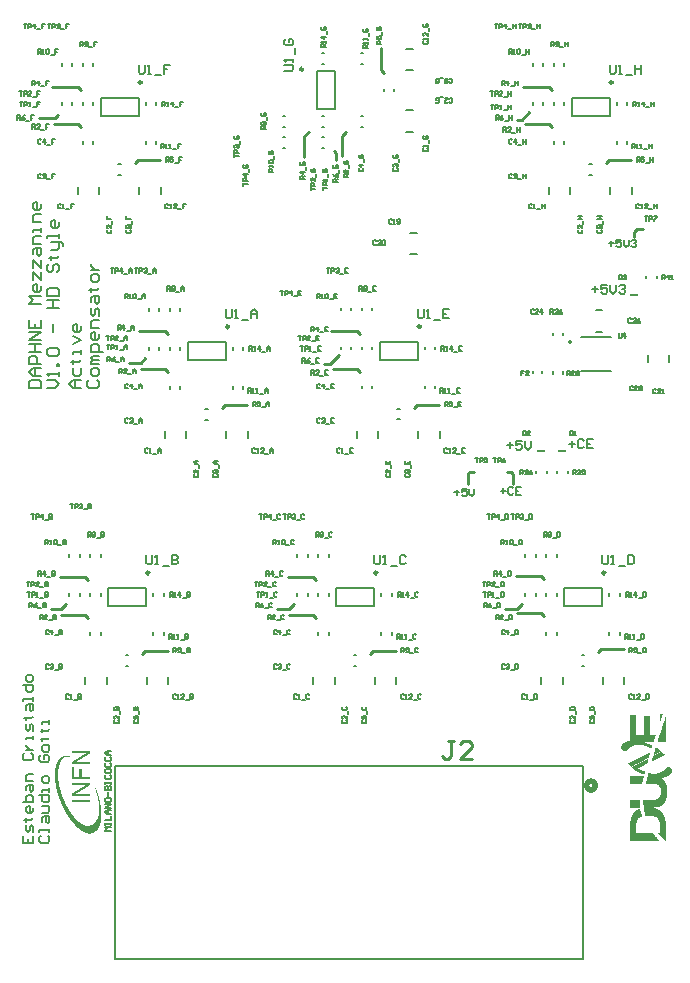
<source format=gto>
G04*
G04 #@! TF.GenerationSoftware,Altium Limited,Altium Designer,25.2.1 (25)*
G04*
G04 Layer_Color=65535*
%FSLAX44Y44*%
%MOMM*%
G71*
G04*
G04 #@! TF.SameCoordinates,2E8F3C69-5834-473F-A2B3-8F5DD2D09B02*
G04*
G04*
G04 #@! TF.FilePolarity,Positive*
G04*
G01*
G75*
%ADD10C,0.2000*%
%ADD11C,0.2500*%
%ADD12C,0.5080*%
%ADD13C,0.1270*%
%ADD14C,0.1524*%
%ADD15C,0.2540*%
%ADD16R,0.8000X0.1500*%
G36*
X550769Y207675D02*
X550928D01*
Y207196D01*
X550769D01*
Y206717D01*
X550609D01*
Y206397D01*
X550449D01*
Y205759D01*
X550289D01*
Y205439D01*
X550130D01*
Y204801D01*
X549970D01*
Y204322D01*
X549810D01*
Y204002D01*
X549651D01*
Y203363D01*
X549491D01*
Y203044D01*
X549331D01*
Y202246D01*
X549172D01*
Y201926D01*
X548852D01*
Y207675D01*
X549012D01*
Y207994D01*
X550769D01*
Y207675D01*
D02*
G37*
G36*
X553803Y205919D02*
X553962D01*
Y184041D01*
X553803D01*
Y183881D01*
X546617D01*
Y184041D01*
X546457D01*
Y184201D01*
X546617D01*
Y184839D01*
X546776D01*
Y185159D01*
X546936D01*
Y185798D01*
X547096D01*
Y186277D01*
X547255D01*
Y186596D01*
X547415D01*
Y187395D01*
X547575D01*
Y187714D01*
X547734D01*
Y188353D01*
X547894D01*
Y188672D01*
X548054D01*
Y189151D01*
X548214D01*
Y189790D01*
X548373D01*
Y189949D01*
X548533D01*
Y190269D01*
X548693D01*
Y190429D01*
X548852D01*
Y191706D01*
X549012D01*
Y192185D01*
X549172D01*
Y192664D01*
X549331D01*
Y193303D01*
X549491D01*
Y193622D01*
X549651D01*
Y194261D01*
X549810D01*
Y194580D01*
X549970D01*
Y195060D01*
X550130D01*
Y195698D01*
X550289D01*
Y196018D01*
X550449D01*
Y196656D01*
X550609D01*
Y196976D01*
X550769D01*
Y197615D01*
X550928D01*
Y198094D01*
X551088D01*
Y198413D01*
X551248D01*
Y199052D01*
X551407D01*
Y199371D01*
X551567D01*
Y200010D01*
X551727D01*
Y200489D01*
X551886D01*
Y200968D01*
X552046D01*
Y201447D01*
X552206D01*
Y201607D01*
Y201767D01*
X552365D01*
Y202405D01*
X552525D01*
Y202725D01*
X552685D01*
Y203363D01*
X552845D01*
Y203843D01*
X553004D01*
Y204162D01*
X553164D01*
Y204801D01*
X553324D01*
Y205280D01*
X553483D01*
Y205919D01*
X553643D01*
Y206078D01*
X553803D01*
Y205919D01*
D02*
G37*
G36*
X528572Y207036D02*
X528731D01*
Y190269D01*
X535438D01*
Y205919D01*
X535598D01*
Y206078D01*
X540389D01*
Y205919D01*
X540548D01*
Y190269D01*
X545020D01*
Y189311D01*
X544860D01*
Y188832D01*
X544700D01*
Y188193D01*
X544541D01*
Y187874D01*
X544381D01*
Y187235D01*
X544221D01*
Y186756D01*
X544062D01*
Y186436D01*
X543902D01*
Y185798D01*
X543742D01*
Y185478D01*
X543583D01*
Y184839D01*
X543423D01*
Y184360D01*
X543263D01*
Y184041D01*
X543103D01*
Y183881D01*
X535758D01*
Y183722D01*
X535598D01*
Y183562D01*
X536077D01*
Y183402D01*
X536716D01*
Y183243D01*
X537195D01*
Y183083D01*
X537834D01*
Y182923D01*
X538153D01*
Y182764D01*
X538952D01*
Y182604D01*
X539271D01*
Y182444D01*
X539590D01*
Y182284D01*
X540069D01*
Y182125D01*
X540389D01*
Y181965D01*
X541027D01*
Y181805D01*
X541187D01*
Y181646D01*
X541826D01*
Y181486D01*
X542145D01*
Y181326D01*
X542305D01*
Y180688D01*
X542145D01*
Y180368D01*
X541986D01*
Y179570D01*
X541826D01*
Y179250D01*
X541666D01*
Y178931D01*
X541507D01*
Y178771D01*
X541187D01*
Y178931D01*
X540868D01*
Y179091D01*
X540708D01*
Y179250D01*
X540229D01*
Y179410D01*
X539910D01*
Y179570D01*
X539590D01*
Y179729D01*
X539111D01*
Y179889D01*
X538952D01*
Y180049D01*
X538313D01*
Y180208D01*
X537993D01*
Y180368D01*
X537514D01*
Y180528D01*
X537195D01*
Y180688D01*
X536716D01*
Y180847D01*
X536077D01*
Y181007D01*
X535758D01*
Y181167D01*
X534959D01*
Y181326D01*
X534321D01*
Y181486D01*
X533522D01*
Y181646D01*
X532245D01*
Y181805D01*
X529211D01*
Y181646D01*
X527933D01*
Y181486D01*
X527294D01*
Y181326D01*
X526815D01*
Y181167D01*
X526336D01*
Y181007D01*
X526017D01*
Y180847D01*
X525538D01*
Y180688D01*
X525218D01*
Y180528D01*
X524899D01*
Y180368D01*
X524580D01*
Y180208D01*
X524260D01*
Y180049D01*
X523941D01*
Y179889D01*
X523781D01*
Y179729D01*
X523462D01*
Y179570D01*
X523302D01*
Y179410D01*
X523142D01*
Y179250D01*
X522823D01*
Y179091D01*
X522663D01*
Y178931D01*
X522504D01*
Y178771D01*
X522344D01*
Y178612D01*
X522024D01*
Y178452D01*
X521865D01*
Y178292D01*
X521705D01*
Y177973D01*
X521545D01*
Y177813D01*
X521386D01*
Y177653D01*
X521226D01*
Y177494D01*
X521066D01*
Y177334D01*
X520907D01*
Y177174D01*
X520747D01*
Y177015D01*
X520428D01*
Y176855D01*
X520108D01*
Y176695D01*
X519789D01*
Y176536D01*
X517873D01*
Y176695D01*
X517553D01*
Y176855D01*
X517393D01*
Y177015D01*
X517074D01*
Y177174D01*
X516914D01*
Y177334D01*
X516595D01*
Y177494D01*
X516435D01*
Y177813D01*
X516276D01*
Y177973D01*
X516116D01*
Y178292D01*
X515956D01*
Y178612D01*
X515797D01*
Y178771D01*
X515637D01*
Y180688D01*
X515956D01*
Y181167D01*
X516116D01*
Y181486D01*
X516276D01*
Y181646D01*
X516435D01*
Y182125D01*
X516595D01*
Y182284D01*
X516755D01*
Y182444D01*
X516914D01*
Y182604D01*
X517074D01*
Y182764D01*
X517393D01*
Y182923D01*
X517553D01*
Y183083D01*
X517873D01*
Y183243D01*
X518032D01*
Y183402D01*
X518352D01*
Y183562D01*
X518671D01*
Y183722D01*
X518831D01*
Y183881D01*
X519310D01*
Y184041D01*
X519629D01*
Y184201D01*
X520108D01*
Y184360D01*
X520428D01*
Y184520D01*
X520907D01*
Y184680D01*
X521705D01*
Y184839D01*
X522184D01*
Y184999D01*
X523302D01*
Y185159D01*
X523621D01*
Y207196D01*
X528572D01*
Y207036D01*
D02*
G37*
G36*
X545658Y179570D02*
X545818D01*
Y179410D01*
X546138D01*
Y179250D01*
X546457D01*
Y179091D01*
X546617D01*
Y178931D01*
X546936D01*
Y178771D01*
X547096D01*
Y178612D01*
X547255D01*
Y178452D01*
X547575D01*
Y178292D01*
X547734D01*
Y178132D01*
X548054D01*
Y177973D01*
X548214D01*
Y177813D01*
X548373D01*
Y177653D01*
X548533D01*
Y177494D01*
X548693D01*
Y177334D01*
X548852D01*
Y177174D01*
X549012D01*
Y177015D01*
X549172D01*
Y176855D01*
X549331D01*
Y176695D01*
X549651D01*
Y176216D01*
X549331D01*
Y176057D01*
X549172D01*
Y175897D01*
X548693D01*
Y175737D01*
X548533D01*
Y175578D01*
X548214D01*
Y175418D01*
X547894D01*
Y175258D01*
X547575D01*
Y175098D01*
X547096D01*
Y174939D01*
X546936D01*
Y174779D01*
X546617D01*
Y174619D01*
X546297D01*
Y174460D01*
X545978D01*
Y174300D01*
X545658D01*
Y174140D01*
X545499D01*
Y173981D01*
X545020D01*
Y173821D01*
X544860D01*
Y173661D01*
X544381D01*
Y173501D01*
X544062D01*
Y173342D01*
X543902D01*
Y173182D01*
X543583D01*
Y173022D01*
X543103D01*
Y173501D01*
X543263D01*
Y173981D01*
X543423D01*
Y174300D01*
X543583D01*
Y175098D01*
X543742D01*
Y175418D01*
X543902D01*
Y176057D01*
X544062D01*
Y176536D01*
X544221D01*
Y177015D01*
X544381D01*
Y177653D01*
X544541D01*
Y177973D01*
X544700D01*
Y178771D01*
X544860D01*
Y179091D01*
X545020D01*
Y179570D01*
X545179D01*
Y179729D01*
X545658D01*
Y179570D01*
D02*
G37*
G36*
X46621Y172477D02*
X47281D01*
Y172382D01*
X47658D01*
Y172288D01*
X47941D01*
Y172194D01*
X48318D01*
Y172100D01*
X48507D01*
Y172005D01*
X48884D01*
Y171911D01*
X48978D01*
Y171817D01*
X49261D01*
Y171723D01*
X49449D01*
Y171628D01*
X49355D01*
Y171534D01*
X49072D01*
Y171628D01*
X48884D01*
Y171723D01*
X48318D01*
Y171817D01*
X47281D01*
Y171911D01*
X47093D01*
Y171817D01*
X46056D01*
Y171723D01*
X45679D01*
Y171628D01*
X45490D01*
Y171534D01*
X45113D01*
Y171440D01*
X44925D01*
Y171346D01*
X44736D01*
Y171251D01*
X44548D01*
Y171157D01*
X44359D01*
Y171063D01*
X44171D01*
Y170968D01*
X44076D01*
Y170874D01*
X43888D01*
Y170780D01*
X43794D01*
Y170686D01*
X43699D01*
Y170591D01*
X43605D01*
Y170497D01*
X43417D01*
Y170403D01*
X43322D01*
Y170308D01*
X43228D01*
Y170214D01*
X43134D01*
Y170120D01*
X43039D01*
Y170026D01*
X42945D01*
Y169932D01*
X42851D01*
Y169837D01*
X42757D01*
Y169743D01*
X42662D01*
Y169649D01*
X42568D01*
Y169460D01*
X42474D01*
Y169366D01*
X42380D01*
Y169272D01*
X42285D01*
Y169083D01*
X42191D01*
Y168989D01*
X42097D01*
Y168800D01*
X42003D01*
Y168706D01*
X41908D01*
Y168517D01*
X41814D01*
Y168423D01*
X41720D01*
Y168235D01*
X41625D01*
Y168046D01*
X41531D01*
Y167952D01*
X41437D01*
Y167669D01*
X41343D01*
Y167575D01*
X41248D01*
Y167386D01*
X41154D01*
Y167104D01*
X41060D01*
Y167009D01*
X40966D01*
Y166726D01*
X40871D01*
Y166538D01*
X40777D01*
Y166255D01*
X40683D01*
Y165972D01*
X40589D01*
Y165784D01*
X40494D01*
Y165407D01*
X40400D01*
Y165312D01*
X40306D01*
Y164841D01*
X40212D01*
Y164653D01*
X40117D01*
Y164276D01*
X40023D01*
Y163899D01*
X39929D01*
Y163616D01*
X39834D01*
Y163144D01*
X39740D01*
Y162767D01*
X39646D01*
Y162296D01*
X39552D01*
Y161825D01*
X39457D01*
Y161353D01*
X39363D01*
Y160599D01*
X39269D01*
Y160128D01*
X39175D01*
Y158903D01*
X39080D01*
Y157300D01*
X38986D01*
Y155603D01*
X39080D01*
Y154189D01*
X39175D01*
Y152681D01*
X39269D01*
Y152021D01*
X39363D01*
Y151079D01*
X39457D01*
Y150513D01*
X39552D01*
Y149853D01*
X39646D01*
Y149288D01*
X39740D01*
Y148911D01*
X39834D01*
Y148156D01*
X39929D01*
Y147874D01*
X40023D01*
Y147308D01*
X40117D01*
Y146931D01*
X40212D01*
Y146554D01*
X40306D01*
Y145988D01*
X40400D01*
Y145800D01*
X40494D01*
Y145234D01*
X40589D01*
Y144951D01*
X40683D01*
Y144574D01*
X40777D01*
Y144197D01*
X40871D01*
Y143914D01*
X40966D01*
Y143443D01*
X41060D01*
Y143255D01*
X41154D01*
Y142878D01*
X41248D01*
Y142500D01*
X41343D01*
Y142312D01*
X41437D01*
Y141841D01*
X41531D01*
Y141652D01*
X41625D01*
Y141275D01*
X41720D01*
Y141087D01*
X41814D01*
Y140804D01*
X41908D01*
Y140427D01*
X42003D01*
Y140238D01*
X42097D01*
Y139861D01*
X42191D01*
Y139673D01*
X42285D01*
Y139390D01*
X42380D01*
Y139107D01*
X42474D01*
Y138824D01*
X42568D01*
Y138541D01*
X42662D01*
Y138353D01*
X42757D01*
Y138070D01*
X42851D01*
Y137882D01*
X42945D01*
Y137599D01*
X43039D01*
Y137316D01*
X43134D01*
Y137127D01*
X43228D01*
Y136750D01*
X43322D01*
Y136656D01*
X43417D01*
Y136373D01*
X43511D01*
Y136185D01*
X43605D01*
Y135996D01*
X43699D01*
Y135714D01*
X43794D01*
Y135525D01*
X43888D01*
Y135242D01*
X43982D01*
Y135054D01*
X44076D01*
Y134865D01*
X44171D01*
Y134582D01*
X44265D01*
Y134488D01*
X44359D01*
Y134111D01*
X44453D01*
Y134017D01*
X44548D01*
Y133734D01*
X44642D01*
Y133545D01*
X44736D01*
Y133357D01*
X44830D01*
Y133074D01*
X44925D01*
Y132980D01*
X45019D01*
Y132697D01*
X45113D01*
Y132508D01*
X45208D01*
Y132320D01*
X45302D01*
Y132131D01*
X45396D01*
Y132037D01*
X45490D01*
Y131754D01*
X45585D01*
Y131566D01*
X45679D01*
Y131377D01*
X45773D01*
Y131189D01*
X45867D01*
Y131000D01*
X45962D01*
Y130812D01*
X46056D01*
Y130717D01*
X46150D01*
Y130435D01*
X46244D01*
Y130340D01*
X46339D01*
Y130152D01*
X46433D01*
Y129869D01*
X46527D01*
Y129775D01*
X46621D01*
Y129586D01*
X46716D01*
Y129398D01*
X46810D01*
Y129209D01*
X46904D01*
Y129115D01*
X46999D01*
Y128926D01*
X47093D01*
Y128738D01*
X47187D01*
Y128549D01*
X47281D01*
Y128361D01*
X47376D01*
Y128267D01*
X47470D01*
Y128078D01*
X47564D01*
Y127889D01*
X47658D01*
Y127795D01*
X47753D01*
Y127512D01*
X47847D01*
Y127418D01*
X47941D01*
Y127230D01*
X48035D01*
Y127135D01*
X48130D01*
Y126947D01*
X48224D01*
Y126758D01*
X48318D01*
Y126664D01*
X48412D01*
Y126475D01*
X48507D01*
Y126381D01*
X48601D01*
Y126193D01*
X48695D01*
Y126004D01*
X48790D01*
Y125910D01*
X48884D01*
Y125721D01*
X48978D01*
Y125627D01*
X49072D01*
Y125439D01*
X49167D01*
Y125344D01*
X49261D01*
Y125156D01*
X49355D01*
Y124967D01*
X49449D01*
Y124873D01*
X49544D01*
Y124684D01*
X49638D01*
Y124590D01*
X49732D01*
Y124496D01*
X49826D01*
Y124307D01*
X49921D01*
Y124213D01*
X50015D01*
Y124025D01*
X50109D01*
Y123930D01*
X50204D01*
Y123742D01*
X50298D01*
Y123648D01*
X50392D01*
Y123553D01*
X50486D01*
Y123365D01*
X50581D01*
Y123271D01*
X50675D01*
Y123082D01*
X50769D01*
Y122988D01*
X50863D01*
Y122893D01*
X50958D01*
Y122705D01*
X51052D01*
Y122611D01*
X51146D01*
Y122516D01*
X51241D01*
Y122422D01*
X51335D01*
Y122234D01*
X51429D01*
Y122139D01*
X51523D01*
Y121951D01*
X51617D01*
Y121857D01*
X51712D01*
Y121762D01*
X51806D01*
Y121668D01*
X51900D01*
Y121574D01*
X51995D01*
Y121385D01*
X52089D01*
Y121291D01*
X52183D01*
Y121197D01*
X52277D01*
Y121008D01*
X52372D01*
Y120914D01*
X52466D01*
Y120820D01*
X52560D01*
Y120725D01*
X52654D01*
Y120631D01*
X52749D01*
Y120443D01*
X52843D01*
Y120348D01*
X52937D01*
Y120254D01*
X53032D01*
Y120160D01*
X53126D01*
Y120066D01*
X53220D01*
Y119971D01*
X53314D01*
Y119877D01*
X53409D01*
Y119689D01*
X53503D01*
Y119594D01*
X53597D01*
Y119500D01*
X53691D01*
Y119406D01*
X53786D01*
Y119311D01*
X53880D01*
Y119217D01*
X53974D01*
Y119123D01*
X54068D01*
Y119029D01*
X54163D01*
Y118934D01*
X54257D01*
Y118840D01*
X54351D01*
Y118746D01*
X54446D01*
Y118652D01*
X54540D01*
Y118557D01*
X54634D01*
Y118463D01*
X54728D01*
Y118369D01*
X54823D01*
Y118274D01*
X54917D01*
Y118180D01*
X55011D01*
Y118086D01*
X55105D01*
Y117992D01*
X55200D01*
Y117898D01*
X55294D01*
Y117803D01*
X55388D01*
Y117709D01*
X55482D01*
Y117615D01*
X55577D01*
Y117520D01*
X55671D01*
Y117426D01*
X55765D01*
Y117332D01*
X55954D01*
Y117238D01*
X56048D01*
Y117143D01*
X56142D01*
Y117049D01*
X56237D01*
Y116955D01*
X56331D01*
Y116861D01*
X56425D01*
Y116766D01*
X56519D01*
Y116672D01*
X56708D01*
Y116578D01*
X56802D01*
Y116483D01*
X56896D01*
Y116389D01*
X56991D01*
Y116295D01*
X57085D01*
Y116201D01*
X57273D01*
Y116106D01*
X57368D01*
Y116012D01*
X57462D01*
Y115918D01*
X57650D01*
Y115824D01*
X57745D01*
Y115729D01*
X57933D01*
Y115635D01*
X58028D01*
Y115541D01*
X58216D01*
Y115447D01*
X58310D01*
Y115352D01*
X58405D01*
Y115258D01*
X58593D01*
Y115164D01*
X58687D01*
Y115070D01*
X58876D01*
Y114975D01*
X59064D01*
Y114881D01*
X59159D01*
Y114787D01*
X59347D01*
Y114692D01*
X59536D01*
Y114598D01*
X59724D01*
Y114504D01*
X59819D01*
Y114410D01*
X60101D01*
Y114315D01*
X60290D01*
Y114221D01*
X60384D01*
Y114127D01*
X60667D01*
Y114033D01*
X60761D01*
Y113938D01*
X61044D01*
Y113844D01*
X61327D01*
Y113750D01*
X61515D01*
Y113656D01*
X61798D01*
Y113561D01*
X61987D01*
Y113467D01*
X62458D01*
Y113373D01*
X62646D01*
Y113279D01*
X63118D01*
Y113184D01*
X63589D01*
Y113090D01*
X64626D01*
Y113184D01*
X65286D01*
Y113279D01*
X65851D01*
Y113373D01*
X66040D01*
Y113467D01*
X66511D01*
Y113561D01*
X66700D01*
Y113656D01*
X66983D01*
Y113750D01*
X67171D01*
Y113844D01*
X67360D01*
Y113938D01*
X67642D01*
Y114033D01*
X67737D01*
Y114127D01*
X67925D01*
Y114221D01*
X68114D01*
Y114315D01*
X68302D01*
Y114410D01*
X68491D01*
Y114504D01*
X68585D01*
Y114598D01*
X68774D01*
Y114692D01*
X68868D01*
Y114787D01*
X68962D01*
Y114881D01*
X69151D01*
Y114975D01*
X69245D01*
Y115070D01*
X69339D01*
Y115164D01*
X69433D01*
Y115258D01*
X69622D01*
Y115352D01*
X69716D01*
Y115447D01*
X69811D01*
Y115541D01*
X69905D01*
Y115635D01*
X69999D01*
Y115729D01*
X70093D01*
Y115824D01*
X70188D01*
Y115918D01*
X70282D01*
Y116012D01*
X70376D01*
Y116106D01*
X70470D01*
Y116201D01*
X70565D01*
Y116389D01*
X70659D01*
Y116483D01*
X70753D01*
Y116578D01*
X70848D01*
Y116672D01*
X70942D01*
Y116861D01*
X71036D01*
Y116955D01*
X71130D01*
Y117049D01*
X71224D01*
Y117238D01*
X71319D01*
Y117332D01*
X71413D01*
Y117520D01*
X71507D01*
Y117709D01*
X71602D01*
Y117803D01*
X71696D01*
Y117992D01*
X71790D01*
Y118180D01*
X71884D01*
Y118274D01*
X71979D01*
Y118557D01*
X72073D01*
Y118652D01*
X72167D01*
Y118934D01*
X72262D01*
Y119029D01*
X72356D01*
Y119311D01*
X72450D01*
Y119500D01*
X72544D01*
Y119689D01*
X72639D01*
Y120066D01*
X72733D01*
Y120254D01*
X72827D01*
Y120537D01*
X72921D01*
Y120820D01*
X73016D01*
Y121103D01*
X73110D01*
Y121574D01*
X73204D01*
Y121762D01*
X73298D01*
Y122422D01*
X73393D01*
Y122705D01*
X73487D01*
Y123365D01*
X73581D01*
Y124025D01*
X73675D01*
Y124590D01*
X73770D01*
Y127230D01*
X73864D01*
Y128267D01*
X73770D01*
Y130435D01*
X73675D01*
Y131189D01*
X73581D01*
Y132131D01*
X73487D01*
Y132886D01*
X73393D01*
Y133357D01*
X73298D01*
Y134205D01*
X73204D01*
Y134677D01*
X73110D01*
Y135242D01*
X73016D01*
Y135714D01*
X72921D01*
Y136090D01*
X72827D01*
Y136750D01*
X72733D01*
Y137033D01*
X72639D01*
Y137599D01*
X72544D01*
Y137976D01*
X72450D01*
Y138353D01*
X72356D01*
Y138824D01*
X72262D01*
Y139107D01*
X72167D01*
Y139673D01*
X72073D01*
Y139861D01*
X71979D01*
Y140332D01*
X71884D01*
Y140615D01*
X71790D01*
Y140898D01*
X71696D01*
Y141369D01*
X71602D01*
Y141652D01*
X71507D01*
Y142123D01*
X71413D01*
Y142406D01*
X71319D01*
Y142689D01*
X71224D01*
Y143066D01*
X71130D01*
Y143255D01*
X71036D01*
Y143726D01*
X70942D01*
Y143914D01*
X70848D01*
Y144291D01*
X70753D01*
Y144574D01*
X70659D01*
Y144857D01*
X70565D01*
Y145234D01*
X70470D01*
Y145423D01*
X70376D01*
Y145705D01*
X70282D01*
Y145988D01*
X70188D01*
Y146271D01*
X70093D01*
Y146648D01*
X69999D01*
Y146742D01*
X69905D01*
Y147214D01*
X70093D01*
Y147025D01*
X70188D01*
Y146742D01*
X70282D01*
Y146648D01*
X70376D01*
Y146365D01*
X70470D01*
Y146177D01*
X70565D01*
Y145894D01*
X70659D01*
Y145705D01*
X70753D01*
Y145517D01*
X70848D01*
Y145234D01*
X70942D01*
Y145046D01*
X71036D01*
Y144763D01*
X71130D01*
Y144574D01*
X71224D01*
Y144291D01*
X71319D01*
Y144103D01*
X71413D01*
Y143820D01*
X71507D01*
Y143537D01*
X71602D01*
Y143349D01*
X71696D01*
Y143066D01*
X71790D01*
Y142878D01*
X71884D01*
Y142595D01*
X71979D01*
Y142312D01*
X72073D01*
Y142123D01*
X72167D01*
Y141746D01*
X72262D01*
Y141558D01*
X72356D01*
Y141181D01*
X72450D01*
Y140898D01*
X72544D01*
Y140709D01*
X72639D01*
Y140332D01*
X72733D01*
Y140144D01*
X72827D01*
Y139767D01*
X72921D01*
Y139484D01*
X73016D01*
Y139201D01*
X73110D01*
Y138824D01*
X73204D01*
Y138636D01*
X73298D01*
Y138164D01*
X73393D01*
Y137976D01*
X73487D01*
Y137599D01*
X73581D01*
Y137222D01*
X73675D01*
Y136939D01*
X73770D01*
Y136468D01*
X73864D01*
Y136185D01*
X73958D01*
Y135714D01*
X74053D01*
Y135431D01*
X74147D01*
Y135054D01*
X74241D01*
Y134488D01*
X74335D01*
Y134205D01*
X74429D01*
Y133545D01*
X74524D01*
Y133263D01*
X74618D01*
Y132697D01*
X74712D01*
Y132131D01*
X74807D01*
Y131754D01*
X74901D01*
Y130906D01*
X74995D01*
Y130435D01*
X75089D01*
Y129398D01*
X75184D01*
Y128644D01*
X75278D01*
Y127324D01*
X75372D01*
Y125721D01*
X75466D01*
Y125439D01*
X75561D01*
Y119594D01*
X75466D01*
Y119311D01*
X75372D01*
Y118180D01*
X75278D01*
Y117520D01*
X75184D01*
Y117049D01*
X75089D01*
Y116295D01*
X74995D01*
Y116012D01*
X74901D01*
Y115447D01*
X74807D01*
Y115164D01*
X74712D01*
Y114787D01*
X74618D01*
Y114410D01*
X74524D01*
Y114221D01*
X74429D01*
Y113844D01*
X74335D01*
Y113656D01*
X74241D01*
Y113279D01*
X74147D01*
Y113090D01*
X74053D01*
Y112901D01*
X73958D01*
Y112619D01*
X73864D01*
Y112430D01*
X73770D01*
Y112147D01*
X73675D01*
Y112053D01*
X73581D01*
Y111865D01*
X73487D01*
Y111676D01*
X73393D01*
Y111488D01*
X73298D01*
Y111299D01*
X73204D01*
Y111205D01*
X73110D01*
Y111016D01*
X73016D01*
Y110828D01*
X72921D01*
Y110733D01*
X72827D01*
Y110545D01*
X72733D01*
Y110451D01*
X72639D01*
Y110262D01*
X72544D01*
Y110168D01*
X72450D01*
Y110073D01*
X72356D01*
Y109885D01*
X72262D01*
Y109791D01*
X72167D01*
Y109697D01*
X72073D01*
Y109602D01*
X71979D01*
Y109508D01*
X71884D01*
Y109414D01*
X71790D01*
Y109319D01*
X71696D01*
Y109225D01*
X71602D01*
Y109131D01*
X71507D01*
Y109037D01*
X71413D01*
Y108942D01*
X71319D01*
Y108848D01*
X71224D01*
Y108754D01*
X71130D01*
Y108659D01*
X71036D01*
Y108565D01*
X70942D01*
Y108471D01*
X70753D01*
Y108377D01*
X70659D01*
Y108282D01*
X70470D01*
Y108188D01*
X70376D01*
Y108094D01*
X70282D01*
Y108000D01*
X70093D01*
Y107905D01*
X69999D01*
Y107811D01*
X69716D01*
Y107717D01*
X69622D01*
Y107623D01*
X69339D01*
Y107528D01*
X69151D01*
Y107434D01*
X69057D01*
Y107340D01*
X68679D01*
Y107246D01*
X68585D01*
Y107151D01*
X68208D01*
Y107057D01*
X67925D01*
Y106963D01*
X67548D01*
Y106868D01*
X66983D01*
Y106774D01*
X66794D01*
Y106680D01*
X64249D01*
Y106774D01*
X64060D01*
Y106868D01*
X63495D01*
Y106963D01*
X63118D01*
Y107057D01*
X62835D01*
Y107151D01*
X62458D01*
Y107246D01*
X62269D01*
Y107340D01*
X61987D01*
Y107434D01*
X61798D01*
Y107528D01*
X61610D01*
Y107623D01*
X61327D01*
Y107717D01*
X61138D01*
Y107811D01*
X60950D01*
Y107905D01*
X60761D01*
Y108000D01*
X60573D01*
Y108094D01*
X60384D01*
Y108188D01*
X60290D01*
Y108282D01*
X60007D01*
Y108377D01*
X59913D01*
Y108471D01*
X59724D01*
Y108565D01*
X59630D01*
Y108659D01*
X59441D01*
Y108754D01*
X59253D01*
Y108848D01*
X59159D01*
Y108942D01*
X58970D01*
Y109037D01*
X58876D01*
Y109131D01*
X58687D01*
Y109225D01*
X58593D01*
Y109319D01*
X58499D01*
Y109414D01*
X58310D01*
Y109508D01*
X58216D01*
Y109602D01*
X58028D01*
Y109697D01*
X57933D01*
Y109791D01*
X57839D01*
Y109885D01*
X57650D01*
Y109979D01*
X57556D01*
Y110073D01*
X57462D01*
Y110168D01*
X57368D01*
Y110262D01*
X57179D01*
Y110356D01*
X57085D01*
Y110451D01*
X56991D01*
Y110545D01*
X56896D01*
Y110639D01*
X56802D01*
Y110733D01*
X56614D01*
Y110828D01*
X56519D01*
Y110922D01*
X56425D01*
Y111016D01*
X56331D01*
Y111110D01*
X56237D01*
Y111205D01*
X56142D01*
Y111299D01*
X56048D01*
Y111393D01*
X55859D01*
Y111488D01*
X55765D01*
Y111582D01*
X55671D01*
Y111676D01*
X55577D01*
Y111770D01*
X55482D01*
Y111865D01*
X55388D01*
Y111959D01*
X55294D01*
Y112053D01*
X55200D01*
Y112147D01*
X55105D01*
Y112242D01*
X55011D01*
Y112336D01*
X54917D01*
Y112430D01*
X54823D01*
Y112524D01*
X54728D01*
Y112619D01*
X54634D01*
Y112713D01*
X54540D01*
Y112807D01*
X54446D01*
Y112901D01*
X54351D01*
Y112996D01*
X54257D01*
Y113090D01*
X54163D01*
Y113184D01*
X54068D01*
Y113279D01*
X53974D01*
Y113373D01*
X53880D01*
Y113467D01*
X53786D01*
Y113561D01*
X53691D01*
Y113656D01*
X53597D01*
Y113750D01*
X53503D01*
Y113844D01*
X53409D01*
Y113938D01*
X53314D01*
Y114033D01*
X53220D01*
Y114221D01*
X53126D01*
Y114315D01*
X53032D01*
Y114410D01*
X52937D01*
Y114504D01*
X52843D01*
Y114598D01*
X52749D01*
Y114692D01*
X52654D01*
Y114787D01*
X52560D01*
Y114881D01*
X52466D01*
Y115070D01*
X52277D01*
Y115258D01*
X52183D01*
Y115352D01*
X52089D01*
Y115447D01*
X51995D01*
Y115541D01*
X51900D01*
Y115635D01*
X51806D01*
Y115824D01*
X51712D01*
Y115918D01*
X51617D01*
Y116012D01*
X51523D01*
Y116106D01*
X51429D01*
Y116295D01*
X51335D01*
Y116389D01*
X51241D01*
Y116483D01*
X51146D01*
Y116578D01*
X51052D01*
Y116672D01*
X50958D01*
Y116861D01*
X50863D01*
Y116955D01*
X50769D01*
Y117049D01*
X50675D01*
Y117238D01*
X50581D01*
Y117332D01*
X50486D01*
Y117426D01*
X50392D01*
Y117520D01*
X50298D01*
Y117709D01*
X50204D01*
Y117803D01*
X50109D01*
Y117898D01*
X50015D01*
Y118086D01*
X49921D01*
Y118180D01*
X49826D01*
Y118274D01*
X49732D01*
Y118463D01*
X49638D01*
Y118557D01*
X49544D01*
Y118652D01*
X49449D01*
Y118746D01*
X49355D01*
Y118934D01*
X49261D01*
Y119029D01*
X49167D01*
Y119217D01*
X49072D01*
Y119311D01*
X48978D01*
Y119406D01*
X48884D01*
Y119594D01*
X48790D01*
Y119689D01*
X48695D01*
Y119877D01*
X48601D01*
Y119971D01*
X48507D01*
Y120066D01*
X48412D01*
Y120254D01*
X48318D01*
Y120348D01*
X48224D01*
Y120537D01*
X48130D01*
Y120631D01*
X48035D01*
Y120820D01*
X47941D01*
Y120914D01*
X47847D01*
Y121103D01*
X47753D01*
Y121197D01*
X47658D01*
Y121385D01*
X47564D01*
Y121480D01*
X47470D01*
Y121668D01*
X47376D01*
Y121762D01*
X47281D01*
Y121951D01*
X47187D01*
Y122045D01*
X47093D01*
Y122234D01*
X46999D01*
Y122422D01*
X46904D01*
Y122516D01*
X46810D01*
Y122705D01*
X46716D01*
Y122799D01*
X46621D01*
Y122988D01*
X46527D01*
Y123082D01*
X46433D01*
Y123271D01*
X46339D01*
Y123459D01*
X46244D01*
Y123553D01*
X46150D01*
Y123836D01*
X46056D01*
Y123930D01*
X45962D01*
Y124119D01*
X45867D01*
Y124213D01*
X45773D01*
Y124402D01*
X45679D01*
Y124590D01*
X45585D01*
Y124779D01*
X45490D01*
Y124967D01*
X45396D01*
Y125156D01*
X45302D01*
Y125344D01*
X45208D01*
Y125533D01*
X45113D01*
Y125627D01*
X45019D01*
Y125910D01*
X44925D01*
Y126004D01*
X44830D01*
Y126193D01*
X44736D01*
Y126381D01*
X44642D01*
Y126570D01*
X44548D01*
Y126758D01*
X44453D01*
Y126853D01*
X44359D01*
Y127135D01*
X44265D01*
Y127324D01*
X44171D01*
Y127512D01*
X44076D01*
Y127701D01*
X43982D01*
Y127795D01*
X43888D01*
Y128078D01*
X43794D01*
Y128267D01*
X43699D01*
Y128455D01*
X43605D01*
Y128644D01*
X43511D01*
Y128832D01*
X43417D01*
Y129021D01*
X43322D01*
Y129209D01*
X43228D01*
Y129492D01*
X43134D01*
Y129586D01*
X43039D01*
Y129869D01*
X42945D01*
Y130058D01*
X42851D01*
Y130152D01*
X42757D01*
Y130435D01*
X42662D01*
Y130623D01*
X42568D01*
Y130906D01*
X42474D01*
Y131000D01*
X42380D01*
Y131189D01*
X42285D01*
Y131472D01*
X42191D01*
Y131660D01*
X42097D01*
Y131943D01*
X42003D01*
Y132037D01*
X41908D01*
Y132320D01*
X41814D01*
Y132508D01*
X41720D01*
Y132697D01*
X41625D01*
Y132980D01*
X41531D01*
Y133168D01*
X41437D01*
Y133451D01*
X41343D01*
Y133640D01*
X41248D01*
Y133828D01*
X41154D01*
Y134111D01*
X41060D01*
Y134299D01*
X40966D01*
Y134582D01*
X40871D01*
Y134771D01*
X40777D01*
Y135054D01*
X40683D01*
Y135336D01*
X40589D01*
Y135525D01*
X40494D01*
Y135808D01*
X40400D01*
Y135996D01*
X40306D01*
Y136279D01*
X40212D01*
Y136468D01*
X40117D01*
Y136750D01*
X40023D01*
Y137033D01*
X39929D01*
Y137222D01*
X39834D01*
Y137599D01*
X39740D01*
Y137787D01*
X39646D01*
Y138070D01*
X39552D01*
Y138353D01*
X39457D01*
Y138636D01*
X39363D01*
Y139013D01*
X39269D01*
Y139201D01*
X39175D01*
Y139578D01*
X39080D01*
Y139767D01*
X38986D01*
Y140144D01*
X38892D01*
Y140521D01*
X38798D01*
Y140709D01*
X38703D01*
Y141087D01*
X38609D01*
Y141275D01*
X38515D01*
Y141746D01*
X38421D01*
Y142029D01*
X38326D01*
Y142312D01*
X38232D01*
Y142783D01*
X38138D01*
Y143066D01*
X38043D01*
Y143537D01*
X37949D01*
Y143820D01*
X37855D01*
Y144197D01*
X37761D01*
Y144669D01*
X37666D01*
Y144951D01*
X37572D01*
Y145517D01*
X37478D01*
Y145894D01*
X37384D01*
Y146460D01*
X37289D01*
Y146837D01*
X37195D01*
Y147308D01*
X37101D01*
Y148062D01*
X37006D01*
Y148439D01*
X36912D01*
Y149382D01*
X36818D01*
Y149947D01*
X36724D01*
Y150702D01*
X36630D01*
Y152021D01*
X36535D01*
Y152304D01*
X36441D01*
Y157771D01*
X36535D01*
Y158054D01*
X36630D01*
Y159562D01*
X36724D01*
Y161259D01*
X36818D01*
Y162108D01*
X36912D01*
Y162767D01*
X37006D01*
Y163144D01*
X37101D01*
Y163804D01*
X37195D01*
Y164087D01*
X37289D01*
Y164464D01*
X37384D01*
Y164841D01*
X37478D01*
Y165124D01*
X37572D01*
Y165501D01*
X37666D01*
Y165690D01*
X37761D01*
Y165972D01*
X37855D01*
Y166161D01*
X37949D01*
Y166349D01*
X38043D01*
Y166632D01*
X38138D01*
Y166821D01*
X38232D01*
Y167104D01*
X38326D01*
Y167198D01*
X38421D01*
Y167386D01*
X38515D01*
Y167669D01*
X38609D01*
Y167763D01*
X38703D01*
Y167952D01*
X38798D01*
Y168141D01*
X38892D01*
Y168329D01*
X38986D01*
Y168423D01*
X39080D01*
Y168517D01*
X39175D01*
Y168706D01*
X39269D01*
Y168800D01*
X39363D01*
Y168989D01*
X39457D01*
Y169083D01*
X39552D01*
Y169272D01*
X39646D01*
Y169366D01*
X39740D01*
Y169460D01*
X39834D01*
Y169649D01*
X39929D01*
Y169743D01*
X40023D01*
Y169837D01*
X40117D01*
Y169932D01*
X40212D01*
Y170026D01*
X40306D01*
Y170120D01*
X40400D01*
Y170214D01*
X40494D01*
Y170308D01*
X40589D01*
Y170403D01*
X40683D01*
Y170497D01*
X40777D01*
Y170591D01*
X40871D01*
Y170686D01*
X40966D01*
Y170780D01*
X41060D01*
Y170874D01*
X41248D01*
Y170968D01*
X41343D01*
Y171063D01*
X41437D01*
Y171157D01*
X41625D01*
Y171251D01*
X41720D01*
Y171346D01*
X41908D01*
Y171440D01*
X42003D01*
Y171534D01*
X42191D01*
Y171628D01*
X42285D01*
Y171723D01*
X42474D01*
Y171817D01*
X42662D01*
Y171911D01*
X42851D01*
Y172005D01*
X43134D01*
Y172100D01*
X43322D01*
Y172194D01*
X43605D01*
Y172288D01*
X43888D01*
Y172382D01*
X44171D01*
Y172477D01*
X44830D01*
Y172571D01*
X46621D01*
Y172477D01*
D02*
G37*
G36*
X550289Y175737D02*
X550449D01*
Y175578D01*
X550609D01*
Y175418D01*
X550769D01*
Y175258D01*
X550928D01*
Y175098D01*
X551088D01*
Y174939D01*
X551248D01*
Y174779D01*
X551407D01*
Y174619D01*
X551567D01*
Y174460D01*
X551727D01*
Y174300D01*
X551886D01*
Y174140D01*
X552046D01*
Y173981D01*
X552206D01*
Y173821D01*
X552365D01*
Y173661D01*
X552525D01*
Y173501D01*
X552685D01*
Y173022D01*
X552365D01*
Y172863D01*
X552046D01*
Y172703D01*
X551727D01*
Y172543D01*
X551567D01*
Y172384D01*
X551088D01*
Y172224D01*
X550769D01*
Y172064D01*
X550449D01*
Y171905D01*
X550130D01*
Y171745D01*
X549810D01*
Y171585D01*
X549491D01*
Y171426D01*
X549172D01*
Y171266D01*
X548693D01*
Y171106D01*
X548533D01*
Y170947D01*
X548214D01*
Y170787D01*
X547894D01*
Y170627D01*
X547575D01*
Y170467D01*
X547096D01*
Y170308D01*
X546936D01*
Y170148D01*
X546457D01*
Y169988D01*
X546138D01*
Y169829D01*
X545978D01*
Y169669D01*
X545499D01*
Y169509D01*
X545339D01*
Y169350D01*
X544860D01*
Y169190D01*
X544541D01*
Y169030D01*
X544221D01*
Y168871D01*
X543902D01*
Y168711D01*
X543583D01*
Y168551D01*
X543263D01*
Y168391D01*
X542944D01*
Y168232D01*
X542624D01*
Y168072D01*
X542305D01*
Y167912D01*
X542145D01*
Y167753D01*
X541666D01*
Y168551D01*
X541826D01*
Y169030D01*
X541986D01*
Y169669D01*
X542145D01*
Y170148D01*
X542305D01*
Y170627D01*
X542465D01*
Y171426D01*
X542624D01*
Y171745D01*
X542784D01*
Y172224D01*
X542944D01*
Y172384D01*
X543423D01*
Y172543D01*
X543583D01*
Y172703D01*
X543902D01*
Y172863D01*
X544221D01*
Y173022D01*
X544541D01*
Y173182D01*
X544860D01*
Y173342D01*
X545020D01*
Y173501D01*
X545499D01*
Y173661D01*
X545658D01*
Y173821D01*
X546138D01*
Y173981D01*
X546457D01*
Y174140D01*
X546617D01*
Y174300D01*
X547096D01*
Y174460D01*
X547255D01*
Y174619D01*
X547734D01*
Y174779D01*
X547894D01*
Y174939D01*
X548214D01*
Y175098D01*
X548533D01*
Y175258D01*
X548852D01*
Y175418D01*
X549172D01*
Y175578D01*
X549491D01*
Y175737D01*
X549810D01*
Y175897D01*
X550289D01*
Y175737D01*
D02*
G37*
G36*
X66040Y174550D02*
X65946D01*
Y174456D01*
X65757D01*
Y174362D01*
X65663D01*
Y174268D01*
X65474D01*
Y174173D01*
X65380D01*
Y174079D01*
X65192D01*
Y173985D01*
X65097D01*
Y173891D01*
X64909D01*
Y173796D01*
X64720D01*
Y173702D01*
X64626D01*
Y173608D01*
X64437D01*
Y173514D01*
X64343D01*
Y173419D01*
X64155D01*
Y173325D01*
X63966D01*
Y173231D01*
X63872D01*
Y173137D01*
X63683D01*
Y173042D01*
X63589D01*
Y172948D01*
X63401D01*
Y172854D01*
X63212D01*
Y172759D01*
X63118D01*
Y172665D01*
X62929D01*
Y172571D01*
X62835D01*
Y172477D01*
X62552D01*
Y172382D01*
X62458D01*
Y172288D01*
X62269D01*
Y172194D01*
X62175D01*
Y172100D01*
X61987D01*
Y172005D01*
X61798D01*
Y171911D01*
X61704D01*
Y171817D01*
X61515D01*
Y171723D01*
X61421D01*
Y171628D01*
X61233D01*
Y171534D01*
X61044D01*
Y171440D01*
X60950D01*
Y171346D01*
X60761D01*
Y171251D01*
X60667D01*
Y171157D01*
X60478D01*
Y171063D01*
X60290D01*
Y170968D01*
X60196D01*
Y170874D01*
X60007D01*
Y170780D01*
X59913D01*
Y170686D01*
X59724D01*
Y170591D01*
X59536D01*
Y170497D01*
X59441D01*
Y170403D01*
X59253D01*
Y170308D01*
X59159D01*
Y170214D01*
X58970D01*
Y170120D01*
X58782D01*
Y170026D01*
X58687D01*
Y169932D01*
X58499D01*
Y169837D01*
X58405D01*
Y169743D01*
X58216D01*
Y169649D01*
X58028D01*
Y169554D01*
X57933D01*
Y169460D01*
X57745D01*
Y169366D01*
X57650D01*
Y169272D01*
X57462D01*
Y169177D01*
X57273D01*
Y169083D01*
X57085D01*
Y168989D01*
X56991D01*
Y168895D01*
X56802D01*
Y168800D01*
X56708D01*
Y168706D01*
X56519D01*
Y168612D01*
X56331D01*
Y168517D01*
X56237D01*
Y168423D01*
X56048D01*
Y168329D01*
X55954D01*
Y168235D01*
X55765D01*
Y168141D01*
X55577D01*
Y168046D01*
X55482D01*
Y167952D01*
X55294D01*
Y167858D01*
X55200D01*
Y167763D01*
X55011D01*
Y167669D01*
X54823D01*
Y167575D01*
X54728D01*
Y167481D01*
X54540D01*
Y167386D01*
X54446D01*
Y167292D01*
X54163D01*
Y167198D01*
X54068D01*
Y167104D01*
X54163D01*
Y167009D01*
X66040D01*
Y165218D01*
X50581D01*
Y165312D01*
X50486D01*
Y167009D01*
X50581D01*
Y167198D01*
X50675D01*
Y167292D01*
X50863D01*
Y167386D01*
X50958D01*
Y167481D01*
X51146D01*
Y167575D01*
X51335D01*
Y167669D01*
X51429D01*
Y167763D01*
X51617D01*
Y167858D01*
X51712D01*
Y167952D01*
X51900D01*
Y168046D01*
X52089D01*
Y168141D01*
X52277D01*
Y168235D01*
X52372D01*
Y168329D01*
X52560D01*
Y168423D01*
X52749D01*
Y168517D01*
X52843D01*
Y168612D01*
X53032D01*
Y168706D01*
X53126D01*
Y168800D01*
X53314D01*
Y168895D01*
X53409D01*
Y168989D01*
X53597D01*
Y169083D01*
X53786D01*
Y169177D01*
X53880D01*
Y169272D01*
X54068D01*
Y169366D01*
X54163D01*
Y169460D01*
X54351D01*
Y169554D01*
X54540D01*
Y169649D01*
X54634D01*
Y169743D01*
X54823D01*
Y169837D01*
X54917D01*
Y169932D01*
X55105D01*
Y170026D01*
X55294D01*
Y170120D01*
X55388D01*
Y170214D01*
X55577D01*
Y170308D01*
X55671D01*
Y170403D01*
X55859D01*
Y170497D01*
X56048D01*
Y170591D01*
X56142D01*
Y170686D01*
X56331D01*
Y170780D01*
X56425D01*
Y170874D01*
X56708D01*
Y170968D01*
X56802D01*
Y171063D01*
X56896D01*
Y171157D01*
X57085D01*
Y171251D01*
X57179D01*
Y171346D01*
X57462D01*
Y171440D01*
X57556D01*
Y171534D01*
X57745D01*
Y171628D01*
X57839D01*
Y171723D01*
X58028D01*
Y171817D01*
X58216D01*
Y171911D01*
X58310D01*
Y172005D01*
X58499D01*
Y172100D01*
X58593D01*
Y172194D01*
X58782D01*
Y172288D01*
X58970D01*
Y172382D01*
X59064D01*
Y172477D01*
X59253D01*
Y172571D01*
X59347D01*
Y172665D01*
X59536D01*
Y172759D01*
X59724D01*
Y172854D01*
X59819D01*
Y172948D01*
X60007D01*
Y173042D01*
X60101D01*
Y173137D01*
X60290D01*
Y173231D01*
X60384D01*
Y173325D01*
X60573D01*
Y173419D01*
X60761D01*
Y173514D01*
X60855D01*
Y173608D01*
X61044D01*
Y173702D01*
X61138D01*
Y173796D01*
X61421D01*
Y173891D01*
X61515D01*
Y173985D01*
X61610D01*
Y174079D01*
X61798D01*
Y174173D01*
X61892D01*
Y174268D01*
X62175D01*
Y174362D01*
X62269D01*
Y174456D01*
X62458D01*
Y174550D01*
X62552D01*
Y174645D01*
X62458D01*
Y174739D01*
X50581D01*
Y174833D01*
X50486D01*
Y176530D01*
X66040D01*
Y174550D01*
D02*
G37*
G36*
X540389Y174460D02*
X540229D01*
Y173981D01*
X540069D01*
Y173342D01*
X539910D01*
Y172863D01*
X539750D01*
Y172224D01*
X539590D01*
Y171745D01*
X539431D01*
Y171106D01*
X539271D01*
Y170947D01*
X539111D01*
Y170787D01*
X538792D01*
Y170627D01*
X538632D01*
Y170467D01*
X538153D01*
Y170308D01*
X537993D01*
Y170148D01*
X537514D01*
Y169988D01*
X537355D01*
Y169829D01*
X537035D01*
Y169669D01*
X536716D01*
Y169509D01*
X536396D01*
Y169350D01*
X536077D01*
Y169190D01*
X535758D01*
Y169030D01*
X535438D01*
Y168871D01*
X535119D01*
Y168711D01*
X534800D01*
Y168551D01*
X534480D01*
Y168391D01*
X534321D01*
Y168232D01*
X533842D01*
Y168072D01*
X533682D01*
Y167912D01*
X533203D01*
Y167753D01*
X533043D01*
Y167593D01*
X532724D01*
Y167433D01*
X532245D01*
Y167274D01*
X532085D01*
Y167114D01*
X531766D01*
Y166954D01*
X531446D01*
Y166795D01*
X531127D01*
Y166635D01*
X530807D01*
Y166475D01*
X530648D01*
Y166315D01*
X530169D01*
Y166156D01*
X529849D01*
Y165996D01*
X529530D01*
Y165836D01*
X529211D01*
Y165677D01*
X529051D01*
Y165517D01*
X528572D01*
Y165357D01*
X528412D01*
Y165198D01*
X527933D01*
Y165038D01*
X527773D01*
Y164878D01*
X527454D01*
Y164719D01*
X527135D01*
Y164559D01*
X526815D01*
Y164399D01*
X526496D01*
Y164240D01*
X526176D01*
Y164080D01*
X525857D01*
Y163920D01*
X525538D01*
Y163761D01*
X525378D01*
Y163601D01*
X524899D01*
Y163441D01*
X524739D01*
Y163281D01*
X524100D01*
Y163441D01*
X523941D01*
Y163601D01*
X523781D01*
Y163761D01*
X523621D01*
Y163920D01*
X523462D01*
Y164080D01*
X523302D01*
Y164240D01*
X523142D01*
Y164399D01*
X522983D01*
Y164559D01*
X522823D01*
Y164719D01*
X522663D01*
Y164878D01*
X522504D01*
Y165198D01*
X522184D01*
Y165517D01*
X522024D01*
Y165677D01*
X521865D01*
Y165836D01*
X521705D01*
Y166156D01*
X521865D01*
Y166315D01*
X522344D01*
Y166475D01*
X522663D01*
Y166635D01*
X522983D01*
Y166795D01*
X523302D01*
Y166954D01*
X523621D01*
Y167114D01*
X523941D01*
Y167274D01*
X524260D01*
Y167433D01*
X524739D01*
Y167593D01*
X524899D01*
Y167753D01*
X525378D01*
Y167912D01*
X525538D01*
Y168072D01*
X525857D01*
Y168232D01*
X526336D01*
Y168391D01*
X526496D01*
Y168551D01*
X526975D01*
Y168711D01*
X527135D01*
Y168871D01*
X527614D01*
Y169030D01*
X527933D01*
Y169190D01*
X528093D01*
Y169350D01*
X528572D01*
Y169509D01*
X528891D01*
Y169669D01*
X529211D01*
Y169829D01*
X529530D01*
Y169988D01*
X529849D01*
Y170148D01*
X530169D01*
Y170308D01*
X530488D01*
Y170467D01*
X530967D01*
Y170627D01*
X531127D01*
Y170787D01*
X531446D01*
Y170947D01*
X531766D01*
Y171106D01*
X532085D01*
Y171266D01*
X532564D01*
Y171426D01*
X532724D01*
Y171585D01*
X533203D01*
Y171745D01*
X533362D01*
Y171905D01*
X533682D01*
Y172064D01*
X534161D01*
Y172224D01*
X534321D01*
Y172384D01*
X534800D01*
Y172543D01*
X535119D01*
Y172703D01*
X535438D01*
Y172863D01*
X535758D01*
Y173022D01*
X535918D01*
Y173182D01*
X536396D01*
Y173342D01*
X536716D01*
Y173501D01*
X537035D01*
Y173661D01*
X537355D01*
Y173821D01*
X537674D01*
Y173981D01*
X537993D01*
Y174140D01*
X538313D01*
Y174300D01*
X538792D01*
Y174460D01*
X538952D01*
Y174619D01*
X539271D01*
Y174779D01*
X539590D01*
Y174939D01*
X539910D01*
Y175098D01*
X540389D01*
Y174460D01*
D02*
G37*
G36*
X556198Y162962D02*
X556837D01*
Y162802D01*
X557316D01*
Y162643D01*
X557476D01*
Y162483D01*
X557795D01*
Y162323D01*
X557955D01*
Y162164D01*
X558114D01*
Y162004D01*
X558274D01*
Y161844D01*
X558434D01*
Y161684D01*
X558593D01*
Y161525D01*
X558753D01*
Y161205D01*
X558913D01*
Y160726D01*
X559232D01*
Y158810D01*
X558913D01*
Y158331D01*
X558753D01*
Y158012D01*
X558593D01*
Y157852D01*
X558434D01*
Y157533D01*
X558274D01*
Y157373D01*
X558114D01*
Y157213D01*
X557955D01*
Y157053D01*
X557795D01*
Y156894D01*
X557635D01*
Y156734D01*
X557476D01*
Y156574D01*
X557316D01*
Y156415D01*
X557156D01*
Y156255D01*
X556837D01*
Y156095D01*
X556677D01*
Y155936D01*
X556358D01*
Y155776D01*
X556198D01*
Y155616D01*
X555879D01*
Y155457D01*
X555559D01*
Y155297D01*
X555240D01*
Y155137D01*
X554761D01*
Y154978D01*
X554441D01*
Y154818D01*
X553803D01*
Y154658D01*
X553483D01*
Y154499D01*
X552845D01*
Y154339D01*
X552046D01*
Y154179D01*
X551248D01*
Y154019D01*
X549970D01*
Y153700D01*
X550130D01*
Y153540D01*
X550449D01*
Y153381D01*
X550769D01*
Y153221D01*
X550928D01*
Y153061D01*
X551088D01*
Y152902D01*
X551248D01*
Y152742D01*
X551407D01*
Y152582D01*
X551567D01*
Y152423D01*
X551727D01*
Y152263D01*
X551886D01*
Y152103D01*
X552046D01*
Y151784D01*
X552206D01*
Y151624D01*
X552365D01*
Y151464D01*
X552525D01*
Y151305D01*
X552685D01*
Y150985D01*
X552845D01*
Y150666D01*
X553004D01*
Y150506D01*
X553164D01*
Y150027D01*
X553324D01*
Y149867D01*
X553483D01*
Y149388D01*
X553643D01*
Y149069D01*
X553803D01*
Y148590D01*
X553962D01*
Y148111D01*
X554122D01*
Y147632D01*
X554282D01*
Y146674D01*
X554441D01*
Y146035D01*
X554601D01*
Y143799D01*
X554761D01*
Y140605D01*
X554601D01*
Y138370D01*
X554441D01*
Y137571D01*
X554282D01*
Y136454D01*
X554122D01*
Y135975D01*
X553962D01*
Y135496D01*
X553803D01*
Y135016D01*
X553643D01*
Y134697D01*
X553483D01*
Y134218D01*
X553324D01*
Y134058D01*
X553164D01*
Y133579D01*
X553004D01*
Y133420D01*
X552845D01*
Y133100D01*
X552685D01*
Y132781D01*
X552525D01*
Y132621D01*
X552365D01*
Y132302D01*
X552206D01*
Y132142D01*
X552046D01*
Y131982D01*
X551886D01*
Y131823D01*
X551727D01*
Y131663D01*
X551567D01*
Y131503D01*
X551407D01*
Y131344D01*
X551248D01*
Y131184D01*
X551088D01*
Y131024D01*
X550928D01*
Y130864D01*
X550769D01*
Y130705D01*
X550449D01*
Y130545D01*
X550289D01*
Y130385D01*
X550130D01*
Y130226D01*
X549810D01*
Y130066D01*
X549651D01*
Y129906D01*
X549172D01*
Y129747D01*
X548852D01*
Y129587D01*
X548373D01*
Y129427D01*
X547894D01*
Y129268D01*
X547415D01*
Y129108D01*
X546297D01*
Y128948D01*
X545658D01*
Y128788D01*
X543423D01*
Y128629D01*
X543103D01*
Y128469D01*
X543423D01*
Y128309D01*
X544221D01*
Y128150D01*
X544700D01*
Y127990D01*
X545179D01*
Y127830D01*
X545499D01*
Y127671D01*
X545978D01*
Y127511D01*
X546297D01*
Y127351D01*
X546617D01*
Y127192D01*
X546936D01*
Y127032D01*
X547255D01*
Y126872D01*
X547575D01*
Y126713D01*
X547734D01*
Y126553D01*
X548054D01*
Y126393D01*
X548373D01*
Y126234D01*
X548533D01*
Y126074D01*
X548693D01*
Y125914D01*
X548852D01*
Y125754D01*
X549172D01*
Y125595D01*
X549331D01*
Y125435D01*
X549491D01*
Y125275D01*
X549651D01*
Y125116D01*
X549810D01*
Y124956D01*
X549970D01*
Y124796D01*
X550130D01*
Y124637D01*
X550289D01*
Y124477D01*
X550449D01*
Y124317D01*
X550609D01*
Y124157D01*
X550769D01*
Y123838D01*
X550928D01*
Y123678D01*
X551088D01*
Y123519D01*
X551248D01*
Y123199D01*
X551407D01*
Y123040D01*
X551567D01*
Y122720D01*
X551727D01*
Y122401D01*
X551886D01*
Y122082D01*
X552046D01*
Y121762D01*
X552206D01*
Y121443D01*
X552365D01*
Y120964D01*
X552525D01*
Y120644D01*
X552685D01*
Y120165D01*
X552845D01*
Y119527D01*
X553004D01*
Y119047D01*
X553164D01*
Y118089D01*
X553324D01*
Y117451D01*
X553483D01*
Y115055D01*
X553643D01*
Y100524D01*
X553164D01*
Y100683D01*
X553004D01*
Y100843D01*
X552845D01*
Y101003D01*
X552685D01*
Y101162D01*
X552525D01*
Y101322D01*
X552365D01*
Y101482D01*
X552206D01*
Y101641D01*
X551886D01*
Y101961D01*
X551567D01*
Y102120D01*
X551407D01*
Y102280D01*
X551248D01*
Y102440D01*
X551088D01*
Y102599D01*
X550928D01*
Y102759D01*
X550769D01*
Y102919D01*
X550609D01*
Y103078D01*
X550449D01*
Y103238D01*
X550289D01*
Y103398D01*
X550130D01*
Y103558D01*
X549970D01*
Y103717D01*
X549810D01*
Y103877D01*
X549651D01*
Y104037D01*
X549491D01*
Y104196D01*
X549331D01*
Y104356D01*
X549172D01*
Y104516D01*
X549012D01*
Y104675D01*
X548852D01*
Y104835D01*
X548693D01*
Y104995D01*
X548533D01*
Y105154D01*
X548373D01*
Y105314D01*
X548214D01*
Y105474D01*
X548054D01*
Y105633D01*
X547894D01*
Y105793D01*
X547734D01*
Y106113D01*
X547415D01*
Y106432D01*
X547255D01*
Y106592D01*
X547096D01*
Y106751D01*
X546936D01*
Y106911D01*
X546617D01*
Y107230D01*
X548373D01*
Y107390D01*
X548533D01*
Y115375D01*
X548373D01*
Y116173D01*
X548214D01*
Y116972D01*
X548054D01*
Y117610D01*
X547894D01*
Y117930D01*
X547734D01*
Y118409D01*
X547575D01*
Y118568D01*
X547415D01*
Y118888D01*
X547255D01*
Y119047D01*
X547096D01*
Y119367D01*
X546936D01*
Y119527D01*
X546776D01*
Y119686D01*
X546617D01*
Y119846D01*
X546457D01*
Y120006D01*
X546138D01*
Y120165D01*
X545978D01*
Y120325D01*
X545658D01*
Y120485D01*
X545499D01*
Y120644D01*
X545020D01*
Y120804D01*
X544700D01*
Y120964D01*
X544381D01*
Y121123D01*
X543742D01*
Y121283D01*
X543423D01*
Y121443D01*
X542465D01*
Y121602D01*
X541507D01*
Y121762D01*
X539271D01*
Y121922D01*
X537993D01*
Y121762D01*
X536556D01*
Y121922D01*
X536396D01*
Y122082D01*
X536237D01*
Y122720D01*
X536077D01*
Y123199D01*
X535918D01*
Y123838D01*
X535758D01*
Y124157D01*
X535598D01*
Y124956D01*
X535438D01*
Y125595D01*
X535279D01*
Y126234D01*
X535119D01*
Y127511D01*
X534959D01*
Y128629D01*
X534800D01*
Y131184D01*
X534640D01*
Y135016D01*
X534800D01*
Y135336D01*
X543902D01*
Y135496D01*
X545020D01*
Y135655D01*
X545818D01*
Y135815D01*
X546138D01*
Y135975D01*
X546457D01*
Y136134D01*
X546776D01*
Y136294D01*
X546936D01*
Y136454D01*
X547255D01*
Y136613D01*
X547415D01*
Y136773D01*
X547575D01*
Y136933D01*
X547734D01*
Y137092D01*
X547894D01*
Y137252D01*
X548054D01*
Y137412D01*
X548214D01*
Y137731D01*
X548373D01*
Y137891D01*
X548533D01*
Y138210D01*
X548693D01*
Y138530D01*
X548852D01*
Y139009D01*
X549012D01*
Y139488D01*
X549172D01*
Y139967D01*
X549331D01*
Y141883D01*
X549491D01*
Y142522D01*
X549331D01*
Y144438D01*
X549172D01*
Y144917D01*
X549012D01*
Y145237D01*
X548852D01*
Y145716D01*
X548693D01*
Y146035D01*
X548533D01*
Y146354D01*
X548373D01*
Y146514D01*
X548214D01*
Y146674D01*
X548054D01*
Y146993D01*
X547894D01*
Y147153D01*
X547734D01*
Y147312D01*
X547575D01*
Y147472D01*
X547255D01*
Y147632D01*
X547096D01*
Y147792D01*
X546776D01*
Y147951D01*
X546297D01*
Y148111D01*
X545818D01*
Y148271D01*
X544381D01*
Y148430D01*
X542784D01*
Y148590D01*
X536716D01*
Y149229D01*
X536876D01*
Y149708D01*
X537035D01*
Y150826D01*
X537195D01*
Y151305D01*
X537355D01*
Y152103D01*
X537514D01*
Y152902D01*
X537674D01*
Y153381D01*
X537834D01*
Y154179D01*
X537993D01*
Y154658D01*
X538153D01*
Y155137D01*
X538313D01*
Y155297D01*
X538792D01*
Y155457D01*
X538473D01*
Y155616D01*
X538313D01*
Y156095D01*
X538473D01*
Y156574D01*
X538632D01*
Y157373D01*
X538792D01*
Y157852D01*
X539111D01*
Y158012D01*
X539271D01*
Y157852D01*
X540069D01*
Y157692D01*
X540708D01*
Y157533D01*
X541986D01*
Y157373D01*
X545339D01*
Y157533D01*
X546457D01*
Y157692D01*
X546936D01*
Y157852D01*
X547734D01*
Y158012D01*
X548054D01*
Y158171D01*
X548533D01*
Y158331D01*
X548852D01*
Y158491D01*
X549172D01*
Y158650D01*
X549651D01*
Y158810D01*
X549810D01*
Y158970D01*
X550130D01*
Y159129D01*
X550449D01*
Y159289D01*
X550609D01*
Y159449D01*
X550928D01*
Y159608D01*
X551088D01*
Y159768D01*
X551407D01*
Y159928D01*
X551567D01*
Y160088D01*
X551727D01*
Y160247D01*
X551886D01*
Y160407D01*
X552046D01*
Y160567D01*
X552365D01*
Y160726D01*
X552525D01*
Y160886D01*
X552685D01*
Y161046D01*
X552845D01*
Y161205D01*
X553004D01*
Y161365D01*
X553164D01*
Y161525D01*
X553324D01*
Y161684D01*
X553483D01*
Y161844D01*
X553643D01*
Y162004D01*
X553803D01*
Y162164D01*
X553962D01*
Y162323D01*
X554282D01*
Y162483D01*
X554601D01*
Y162643D01*
X554761D01*
Y162802D01*
X555240D01*
Y162962D01*
X555879D01*
Y163122D01*
X556198D01*
Y162962D01*
D02*
G37*
G36*
X538952Y169509D02*
X538792D01*
Y169030D01*
X538632D01*
Y168391D01*
X538473D01*
Y167912D01*
X538313D01*
Y167433D01*
X538153D01*
Y166635D01*
X537993D01*
Y166315D01*
X537834D01*
Y165836D01*
X537674D01*
Y165677D01*
X537355D01*
Y165517D01*
X537035D01*
Y165357D01*
X536716D01*
Y165198D01*
X536396D01*
Y165038D01*
X536077D01*
Y164878D01*
X535758D01*
Y164719D01*
X535438D01*
Y164559D01*
X535119D01*
Y164399D01*
X534800D01*
Y164240D01*
X534480D01*
Y164080D01*
X534161D01*
Y163920D01*
X533682D01*
Y163761D01*
X533522D01*
Y163601D01*
X533043D01*
Y163441D01*
X532883D01*
Y163281D01*
X532404D01*
Y163122D01*
X532085D01*
Y162962D01*
X531925D01*
Y162802D01*
X531446D01*
Y162643D01*
X531287D01*
Y162483D01*
X530807D01*
Y162323D01*
X530488D01*
Y162164D01*
X530328D01*
Y161684D01*
X530807D01*
Y161525D01*
X530967D01*
Y161365D01*
X531287D01*
Y161205D01*
X531606D01*
Y161046D01*
X531925D01*
Y160886D01*
X532245D01*
Y160726D01*
X532404D01*
Y160567D01*
X532883D01*
Y160407D01*
X533043D01*
Y160247D01*
X533362D01*
Y160088D01*
X533842D01*
Y159928D01*
X534001D01*
Y159768D01*
X534480D01*
Y159608D01*
X534800D01*
Y159449D01*
X535279D01*
Y159289D01*
X535598D01*
Y159129D01*
X535758D01*
Y158970D01*
X535918D01*
Y158331D01*
X535758D01*
Y157852D01*
X535598D01*
Y157053D01*
X535438D01*
Y156734D01*
X534640D01*
Y156894D01*
X534480D01*
Y157053D01*
X533842D01*
Y157213D01*
X533522D01*
Y157373D01*
X533043D01*
Y157533D01*
X532564D01*
Y157692D01*
X532404D01*
Y157852D01*
X531925D01*
Y158012D01*
X531606D01*
Y158171D01*
X531287D01*
Y158331D01*
X530967D01*
Y158491D01*
X530648D01*
Y158650D01*
X530169D01*
Y158810D01*
X530009D01*
Y158970D01*
X529690D01*
Y159129D01*
X529370D01*
Y159289D01*
X529051D01*
Y159449D01*
X528731D01*
Y159608D01*
X528572D01*
Y159768D01*
X528252D01*
Y159928D01*
X528093D01*
Y160088D01*
X527773D01*
Y160247D01*
X527614D01*
Y160407D01*
X527294D01*
Y160567D01*
X526975D01*
Y160726D01*
X526815D01*
Y160886D01*
X526656D01*
Y161046D01*
X526496D01*
Y161205D01*
X526176D01*
Y161365D01*
X526017D01*
Y161525D01*
X525857D01*
Y161684D01*
X525697D01*
Y161844D01*
X525538D01*
Y162004D01*
X525378D01*
Y162164D01*
X525218D01*
Y162323D01*
X525059D01*
Y162483D01*
X524739D01*
Y162802D01*
X524899D01*
Y162962D01*
X525059D01*
Y163122D01*
X525378D01*
Y163281D01*
X525697D01*
Y163441D01*
X525857D01*
Y163601D01*
X526336D01*
Y163761D01*
X526496D01*
Y163920D01*
X526975D01*
Y164080D01*
X527135D01*
Y164240D01*
X527454D01*
Y164399D01*
X527773D01*
Y164559D01*
X528093D01*
Y164719D01*
X528412D01*
Y164878D01*
X528731D01*
Y165038D01*
X529051D01*
Y165198D01*
X529370D01*
Y165357D01*
X529690D01*
Y165517D01*
X530009D01*
Y165677D01*
X530169D01*
Y165836D01*
X530648D01*
Y165996D01*
X530807D01*
Y166156D01*
X531287D01*
Y166315D01*
X531606D01*
Y166475D01*
X531766D01*
Y166635D01*
X532245D01*
Y166795D01*
X532404D01*
Y166954D01*
X532883D01*
Y167114D01*
X533043D01*
Y167274D01*
X533362D01*
Y167433D01*
X533682D01*
Y167593D01*
X534001D01*
Y167753D01*
X534321D01*
Y167912D01*
X534640D01*
Y168072D01*
X534959D01*
Y168232D01*
X535279D01*
Y168391D01*
X535438D01*
Y168551D01*
X535918D01*
Y168711D01*
X536077D01*
Y168871D01*
X536556D01*
Y169030D01*
X536716D01*
Y169190D01*
X537035D01*
Y169350D01*
X537514D01*
Y169509D01*
X537674D01*
Y169669D01*
X538153D01*
Y169829D01*
X538313D01*
Y169988D01*
X538632D01*
Y170148D01*
X538952D01*
Y169509D01*
D02*
G37*
G36*
X52277Y162673D02*
X52372D01*
Y155038D01*
X52466D01*
Y154943D01*
X57179D01*
Y161542D01*
X57273D01*
Y161636D01*
X58970D01*
Y161542D01*
X59064D01*
Y157300D01*
Y157206D01*
Y154943D01*
X59253D01*
Y154849D01*
X59347D01*
Y154943D01*
X65946D01*
Y154849D01*
X66040D01*
Y153058D01*
X65946D01*
Y152964D01*
X65757D01*
Y153058D01*
X50486D01*
Y162673D01*
X50675D01*
Y162767D01*
X52277D01*
Y162673D01*
D02*
G37*
G36*
X534959Y154658D02*
X534800D01*
Y153700D01*
X534640D01*
Y153221D01*
X534480D01*
Y152582D01*
X534321D01*
Y151784D01*
X534161D01*
Y151305D01*
X534001D01*
Y150347D01*
X533842D01*
Y149708D01*
X533682D01*
Y148909D01*
X533522D01*
Y148590D01*
X523462D01*
Y155137D01*
X523621D01*
Y155297D01*
X534959D01*
Y154658D01*
D02*
G37*
G36*
X69811Y147591D02*
X69905D01*
Y147308D01*
X69811D01*
Y147402D01*
X69716D01*
Y147685D01*
X69811D01*
Y147591D01*
D02*
G37*
G36*
X66040Y147685D02*
X65946D01*
Y147591D01*
X65663D01*
Y147497D01*
X65569D01*
Y147402D01*
X65380D01*
Y147308D01*
X65286D01*
Y147214D01*
X65097D01*
Y147120D01*
X65003D01*
Y147025D01*
X64815D01*
Y146931D01*
X64626D01*
Y146837D01*
X64532D01*
Y146742D01*
X64343D01*
Y146648D01*
X64249D01*
Y146554D01*
X64060D01*
Y146460D01*
X63872D01*
Y146365D01*
X63778D01*
Y146271D01*
X63589D01*
Y146177D01*
X63495D01*
Y146083D01*
X63306D01*
Y145988D01*
X63118D01*
Y145894D01*
X63024D01*
Y145800D01*
X62835D01*
Y145705D01*
X62741D01*
Y145611D01*
X62552D01*
Y145517D01*
X62364D01*
Y145423D01*
X62269D01*
Y145328D01*
X62081D01*
Y145234D01*
X61987D01*
Y145140D01*
X61798D01*
Y145046D01*
X61610D01*
Y144951D01*
X61515D01*
Y144857D01*
X61327D01*
Y144763D01*
X61233D01*
Y144669D01*
X60950D01*
Y144574D01*
X60855D01*
Y144480D01*
X60761D01*
Y144386D01*
X60573D01*
Y144291D01*
X60478D01*
Y144197D01*
X60196D01*
Y144103D01*
X60101D01*
Y144009D01*
X59913D01*
Y143914D01*
X59819D01*
Y143820D01*
X59630D01*
Y143726D01*
X59441D01*
Y143632D01*
X59347D01*
Y143537D01*
X59159D01*
Y143443D01*
X59064D01*
Y143349D01*
X58876D01*
Y143255D01*
X58687D01*
Y143160D01*
X58593D01*
Y143066D01*
X58405D01*
Y142972D01*
X58310D01*
Y142878D01*
X58122D01*
Y142783D01*
X57933D01*
Y142689D01*
X57839D01*
Y142595D01*
X57650D01*
Y142500D01*
X57556D01*
Y142406D01*
X57368D01*
Y142312D01*
X57273D01*
Y142218D01*
X57085D01*
Y142123D01*
X56896D01*
Y142029D01*
X56802D01*
Y141935D01*
X56614D01*
Y141841D01*
X56519D01*
Y141746D01*
X56237D01*
Y141652D01*
X56142D01*
Y141558D01*
X56048D01*
Y141464D01*
X55859D01*
Y141369D01*
X55671D01*
Y141275D01*
X55482D01*
Y141181D01*
X55388D01*
Y141087D01*
X55200D01*
Y140992D01*
X55105D01*
Y140898D01*
X54917D01*
Y140804D01*
X54728D01*
Y140709D01*
X54634D01*
Y140615D01*
X54446D01*
Y140521D01*
X54351D01*
Y140427D01*
X54163D01*
Y140332D01*
X54068D01*
Y140144D01*
X66040D01*
Y138353D01*
X50581D01*
Y138447D01*
X50486D01*
Y140238D01*
X50581D01*
Y140332D01*
X50675D01*
Y140427D01*
X50769D01*
Y140521D01*
X50958D01*
Y140615D01*
X51146D01*
Y140709D01*
X51241D01*
Y140804D01*
X51429D01*
Y140898D01*
X51523D01*
Y140992D01*
X51712D01*
Y141087D01*
X51900D01*
Y141181D01*
X51995D01*
Y141275D01*
X52183D01*
Y141369D01*
X52277D01*
Y141464D01*
X52466D01*
Y141558D01*
X52654D01*
Y141652D01*
X52749D01*
Y141746D01*
X52937D01*
Y141841D01*
X53032D01*
Y141935D01*
X53220D01*
Y142029D01*
X53409D01*
Y142123D01*
X53503D01*
Y142218D01*
X53691D01*
Y142312D01*
X53786D01*
Y142406D01*
X53974D01*
Y142500D01*
X54068D01*
Y142595D01*
X54257D01*
Y142689D01*
X54446D01*
Y142783D01*
X54540D01*
Y142878D01*
X54728D01*
Y142972D01*
X54823D01*
Y143066D01*
X55105D01*
Y143160D01*
X55200D01*
Y143255D01*
X55388D01*
Y143349D01*
X55482D01*
Y143443D01*
X55671D01*
Y143537D01*
X55859D01*
Y143632D01*
X55954D01*
Y143726D01*
X56142D01*
Y143820D01*
X56237D01*
Y143914D01*
X56425D01*
Y144009D01*
X56614D01*
Y144103D01*
X56708D01*
Y144197D01*
X56896D01*
Y144291D01*
X56991D01*
Y144386D01*
X57179D01*
Y144480D01*
X57368D01*
Y144574D01*
X57462D01*
Y144669D01*
X57650D01*
Y144763D01*
X57745D01*
Y144857D01*
X57933D01*
Y144951D01*
X58122D01*
Y145046D01*
X58216D01*
Y145140D01*
X58405D01*
Y145234D01*
X58499D01*
Y145328D01*
X58687D01*
Y145423D01*
X58876D01*
Y145517D01*
X58970D01*
Y145611D01*
X59159D01*
Y145705D01*
X59253D01*
Y145800D01*
X59441D01*
Y145894D01*
X59536D01*
Y145988D01*
X59819D01*
Y146083D01*
X59913D01*
Y146177D01*
X60007D01*
Y146271D01*
X60196D01*
Y146365D01*
X60384D01*
Y146460D01*
X60573D01*
Y146554D01*
X60667D01*
Y146648D01*
X60855D01*
Y146742D01*
X60950D01*
Y146837D01*
X61138D01*
Y146931D01*
X61327D01*
Y147025D01*
X61421D01*
Y147120D01*
X61610D01*
Y147214D01*
X61704D01*
Y147308D01*
X61892D01*
Y147402D01*
X62081D01*
Y147497D01*
X62175D01*
Y147591D01*
X62364D01*
Y147685D01*
X62458D01*
Y147874D01*
X50581D01*
Y148062D01*
X50486D01*
Y149570D01*
X50581D01*
Y149665D01*
X66040D01*
Y147685D01*
D02*
G37*
G36*
X65946Y134959D02*
X66040D01*
Y133168D01*
X65946D01*
Y133074D01*
X65757D01*
Y133168D01*
X50486D01*
Y134865D01*
X50581D01*
Y134959D01*
X50769D01*
Y135054D01*
X65946D01*
Y134959D01*
D02*
G37*
G36*
X531287Y135176D02*
X531446D01*
Y135016D01*
X531606D01*
Y134857D01*
X531446D01*
Y129427D01*
X531606D01*
Y128629D01*
X523621D01*
Y128788D01*
X523462D01*
Y132461D01*
Y132621D01*
Y135176D01*
X523621D01*
Y135336D01*
X531287D01*
Y135176D01*
D02*
G37*
G36*
X531766Y127192D02*
X531925D01*
Y126553D01*
X532085D01*
Y125754D01*
X532245D01*
Y125275D01*
X532404D01*
Y124637D01*
X532564D01*
Y124157D01*
X532724D01*
Y123838D01*
X532883D01*
Y123040D01*
X533043D01*
Y122720D01*
X533203D01*
Y122241D01*
X533362D01*
Y121922D01*
X533522D01*
Y121123D01*
X532883D01*
Y120964D01*
X532564D01*
Y120804D01*
X532245D01*
Y120644D01*
X531925D01*
Y120485D01*
X531606D01*
Y120325D01*
X531446D01*
Y120165D01*
X531287D01*
Y120006D01*
X530967D01*
Y119846D01*
X530807D01*
Y119686D01*
X530648D01*
Y119527D01*
X530488D01*
Y119367D01*
X530328D01*
Y119207D01*
X530169D01*
Y118888D01*
X530009D01*
Y118728D01*
X529849D01*
Y118568D01*
X529690D01*
Y118249D01*
X529530D01*
Y117930D01*
X529370D01*
Y117451D01*
X529211D01*
Y117291D01*
X529051D01*
Y116492D01*
X528891D01*
Y116013D01*
X528731D01*
Y114736D01*
X528572D01*
Y107390D01*
X528731D01*
Y107230D01*
X542305D01*
Y107071D01*
X542465D01*
Y106911D01*
X542624D01*
Y106592D01*
X542784D01*
Y106432D01*
X542944D01*
Y106272D01*
X543103D01*
Y106113D01*
X543263D01*
Y105953D01*
X543423D01*
Y105793D01*
X543583D01*
Y105474D01*
X543742D01*
Y105314D01*
X543902D01*
Y105154D01*
X544062D01*
Y104995D01*
X544221D01*
Y104835D01*
X544381D01*
Y104675D01*
X544541D01*
Y104516D01*
X544700D01*
Y104356D01*
X544860D01*
Y104196D01*
X545020D01*
Y104037D01*
X545179D01*
Y103877D01*
X545339D01*
Y103717D01*
X545499D01*
Y103558D01*
X545658D01*
Y103398D01*
X545818D01*
Y103078D01*
X545978D01*
Y102919D01*
X546138D01*
Y102759D01*
X546297D01*
Y102599D01*
X546457D01*
Y102440D01*
X546617D01*
Y102280D01*
X546776D01*
Y102120D01*
X546936D01*
Y101961D01*
X547255D01*
Y101641D01*
X547575D01*
Y101482D01*
X547734D01*
Y101162D01*
X548054D01*
Y101003D01*
X548214D01*
Y100843D01*
X548373D01*
Y100683D01*
X548533D01*
Y100524D01*
X548373D01*
Y100364D01*
X523621D01*
Y100524D01*
X523462D01*
Y115854D01*
X523621D01*
Y117770D01*
X523781D01*
Y118728D01*
X523941D01*
Y119367D01*
X524100D01*
Y120006D01*
X524260D01*
Y120325D01*
X524420D01*
Y120964D01*
X524580D01*
Y121283D01*
X524739D01*
Y121602D01*
X524899D01*
Y121922D01*
X525059D01*
Y122241D01*
X525218D01*
Y122561D01*
X525378D01*
Y122720D01*
X525538D01*
Y123040D01*
X525697D01*
Y123359D01*
X525857D01*
Y123519D01*
X526017D01*
Y123678D01*
X526176D01*
Y123838D01*
X526336D01*
Y124157D01*
X526496D01*
Y124317D01*
X526656D01*
Y124477D01*
X526815D01*
Y124637D01*
X526975D01*
Y124796D01*
X527135D01*
Y124956D01*
X527294D01*
Y125116D01*
X527454D01*
Y125275D01*
X527614D01*
Y125435D01*
X527773D01*
Y125595D01*
X527933D01*
Y125754D01*
X528252D01*
Y125914D01*
X528412D01*
Y126074D01*
X528572D01*
Y126234D01*
X528731D01*
Y126393D01*
X529051D01*
Y126553D01*
X529370D01*
Y126713D01*
X529530D01*
Y126872D01*
X529849D01*
Y127032D01*
X530009D01*
Y127192D01*
X530488D01*
Y127351D01*
X530807D01*
Y127511D01*
X531127D01*
Y127671D01*
X531766D01*
Y127192D01*
D02*
G37*
D10*
X473530Y522920D02*
G03*
X473530Y522920I-1000J0D01*
G01*
X473990Y729800D02*
X505990D01*
X473990Y714300D02*
X505990D01*
Y729800D01*
X473990Y714300D02*
Y729800D01*
X258260Y720370D02*
Y752370D01*
X273760Y720370D02*
Y752370D01*
X258260D02*
X273760D01*
X258260Y720370D02*
X273760D01*
X75210Y729800D02*
X107210D01*
X75210Y714300D02*
X107210D01*
Y729800D01*
X75210Y714300D02*
Y729800D01*
X311430Y522910D02*
X343430D01*
X311430Y507410D02*
X343430D01*
Y522910D01*
X311430Y507410D02*
Y522910D01*
X467640Y314510D02*
X499640D01*
X467640Y299010D02*
X499640D01*
Y314510D01*
X467640Y299010D02*
Y314510D01*
X274600D02*
X306600D01*
X274600Y299010D02*
X306600D01*
Y314510D01*
X274600Y299010D02*
Y314510D01*
X81560D02*
X113560D01*
X81560Y299010D02*
X113560D01*
Y314510D01*
X81560Y299010D02*
Y314510D01*
X148870Y522790D02*
X180870D01*
X148870Y507290D02*
X180870D01*
Y522790D01*
X148870Y507290D02*
Y522790D01*
X448380Y496560D02*
Y498560D01*
X441380Y496560D02*
Y498560D01*
D11*
X508740Y742800D02*
G03*
X508740Y742800I-1250J0D01*
G01*
X246510Y753870D02*
G03*
X246510Y753870I-1250J0D01*
G01*
X109960Y742800D02*
G03*
X109960Y742800I-1250J0D01*
G01*
X346180Y535910D02*
G03*
X346180Y535910I-1250J0D01*
G01*
X502390Y327510D02*
G03*
X502390Y327510I-1250J0D01*
G01*
X309350D02*
G03*
X309350Y327510I-1250J0D01*
G01*
X116310D02*
G03*
X116310Y327510I-1250J0D01*
G01*
X183620Y535790D02*
G03*
X183620Y535790I-1250J0D01*
G01*
D12*
X494030Y147320D02*
G03*
X494030Y147320I-3810J0D01*
G01*
D13*
X482230Y527470D02*
X507230D01*
X482230Y498370D02*
X507230D01*
X545750Y576900D02*
Y579100D01*
X536750Y576900D02*
Y579100D01*
X443810Y411650D02*
Y413850D01*
X452810Y411650D02*
Y413850D01*
X461590Y411650D02*
Y413850D01*
X470590Y411650D02*
Y413850D01*
X457824Y496222D02*
Y498422D01*
X466824Y496222D02*
Y498422D01*
X457824Y528567D02*
Y530767D01*
X466824Y528567D02*
Y530767D01*
X512160Y723490D02*
Y725690D01*
X521160Y723490D02*
Y725690D01*
X262370Y758540D02*
X264570D01*
X262370Y767540D02*
X264570D01*
X113380Y723490D02*
Y725690D01*
X122380Y723490D02*
Y725690D01*
X349600Y516600D02*
Y518800D01*
X358600Y516600D02*
Y518800D01*
X505810Y308200D02*
Y310400D01*
X514810Y308200D02*
Y310400D01*
X312770Y308200D02*
Y310400D01*
X321770Y308200D02*
Y310400D01*
X119730Y308200D02*
Y310400D01*
X128730Y308200D02*
Y310400D01*
X187040Y516480D02*
Y518680D01*
X196040Y516480D02*
Y518680D01*
X512160Y690470D02*
Y692670D01*
X521160Y690470D02*
Y692670D01*
X295390Y758540D02*
X297590D01*
X295390Y767540D02*
X297590D01*
X113380Y690470D02*
Y692670D01*
X122380Y690470D02*
Y692670D01*
X349600Y483580D02*
Y485780D01*
X358600Y483580D02*
Y485780D01*
X505810Y275180D02*
Y277380D01*
X514810Y275180D02*
Y277380D01*
X312770Y275180D02*
Y277380D01*
X321770Y275180D02*
Y277380D01*
X119730Y275180D02*
Y277380D01*
X128730Y275180D02*
Y277380D01*
X187040Y483460D02*
Y485660D01*
X196040Y483460D02*
Y485660D01*
X450040Y756510D02*
Y758710D01*
X441040Y756510D02*
Y758710D01*
X229350Y696420D02*
X231550D01*
X229350Y687420D02*
X231550D01*
X51260Y756510D02*
Y758710D01*
X42260Y756510D02*
Y758710D01*
X287480Y549620D02*
Y551820D01*
X278480Y549620D02*
Y551820D01*
X443690Y341220D02*
Y343420D01*
X434690Y341220D02*
Y343420D01*
X250650Y341220D02*
Y343420D01*
X241650Y341220D02*
Y343420D01*
X57610Y341220D02*
Y343420D01*
X48610Y341220D02*
Y343420D01*
X124920Y549500D02*
Y551700D01*
X115920Y549500D02*
Y551700D01*
X467820Y756510D02*
Y758710D01*
X458820Y756510D02*
Y758710D01*
X229350Y714200D02*
X231550D01*
X229350Y705200D02*
X231550D01*
X69040Y756510D02*
Y758710D01*
X60040Y756510D02*
Y758710D01*
X305260Y549620D02*
Y551820D01*
X296260Y549620D02*
Y551820D01*
X461470Y341220D02*
Y343420D01*
X452470Y341220D02*
Y343420D01*
X268430Y341220D02*
Y343420D01*
X259430Y341220D02*
Y343420D01*
X75390Y341220D02*
Y343420D01*
X66390Y341220D02*
Y343420D01*
X142700Y549500D02*
Y551700D01*
X133700Y549500D02*
Y551700D01*
X450040Y723490D02*
Y725690D01*
X441040Y723490D02*
Y725690D01*
X262370Y696420D02*
X264570D01*
X262370Y687420D02*
X264570D01*
X51260Y723490D02*
Y725690D01*
X42260Y723490D02*
Y725690D01*
X287480Y516600D02*
Y518800D01*
X278480Y516600D02*
Y518800D01*
X443690Y308200D02*
Y310400D01*
X434690Y308200D02*
Y310400D01*
X250650Y308200D02*
Y310400D01*
X241650Y308200D02*
Y310400D01*
X57610Y308200D02*
Y310400D01*
X48610Y308200D02*
Y310400D01*
X124920Y516480D02*
Y518680D01*
X115920Y516480D02*
Y518680D01*
X488890Y664210D02*
X491090D01*
X488890Y673210D02*
X491090D01*
X323850Y735270D02*
Y737470D01*
X314850Y735270D02*
Y737470D01*
X90110Y664210D02*
X92310D01*
X90110Y673210D02*
X92310D01*
X326330Y457320D02*
X328530D01*
X326330Y466320D02*
X328530D01*
X482540Y248920D02*
X484740D01*
X482540Y257920D02*
X484740D01*
X289500Y248920D02*
X291700D01*
X289500Y257920D02*
X291700D01*
X96460Y248920D02*
X98660D01*
X96460Y257920D02*
X98660D01*
X163770Y457200D02*
X165970D01*
X163770Y466200D02*
X165970D01*
X458820Y723490D02*
Y725690D01*
X467820Y723490D02*
Y725690D01*
X262370Y705200D02*
X264570D01*
X262370Y714200D02*
X264570D01*
X60040Y723490D02*
Y725690D01*
X69040Y723490D02*
Y725690D01*
X296260Y516600D02*
Y518800D01*
X305260Y516600D02*
Y518800D01*
X452470Y308200D02*
Y310400D01*
X461470Y308200D02*
Y310400D01*
X259430Y308200D02*
Y310400D01*
X268430Y308200D02*
Y310400D01*
X66390Y308200D02*
Y310400D01*
X75390Y308200D02*
Y310400D01*
X133700Y516480D02*
Y518680D01*
X142700Y516480D02*
Y518680D01*
X458820Y690470D02*
Y692670D01*
X467820Y690470D02*
Y692670D01*
X295390Y705200D02*
X297590D01*
X295390Y714200D02*
X297590D01*
X60040Y690470D02*
Y692670D01*
X69040Y690470D02*
Y692670D01*
X296260Y483580D02*
Y485780D01*
X305260Y483580D02*
Y485780D01*
X452470Y275180D02*
Y277380D01*
X461470Y275180D02*
Y277380D01*
X259430Y275180D02*
Y277380D01*
X268430Y275180D02*
Y277380D01*
X66390Y275180D02*
Y277380D01*
X75390Y275180D02*
Y277380D01*
X133700Y483460D02*
Y485660D01*
X142700Y483460D02*
Y485660D01*
X494112Y531761D02*
X499912D01*
X494112Y549761D02*
X499912D01*
X538370Y506370D02*
Y512170D01*
X556370Y506370D02*
Y512170D01*
X336849Y615418D02*
X342649D01*
X336849Y597418D02*
X342649D01*
X524620Y648610D02*
Y654410D01*
X506620Y648610D02*
Y654410D01*
X333650Y771000D02*
X339450D01*
X333650Y753000D02*
X339450D01*
X125840Y648610D02*
Y654410D01*
X107840Y648610D02*
Y654410D01*
X362060Y441720D02*
Y447520D01*
X344060Y441720D02*
Y447520D01*
X518270Y233320D02*
Y239120D01*
X500270Y233320D02*
Y239120D01*
X325230Y233320D02*
Y239120D01*
X307230Y233320D02*
Y239120D01*
X132190Y233320D02*
Y239120D01*
X114190Y233320D02*
Y239120D01*
X199500Y441600D02*
Y447400D01*
X181500Y441600D02*
Y447400D01*
X472550Y648610D02*
Y654410D01*
X454550Y648610D02*
Y654410D01*
X333650Y718930D02*
X339450D01*
X333650Y700930D02*
X339450D01*
X73770Y648610D02*
Y654410D01*
X55770Y648610D02*
Y654410D01*
X309990Y441720D02*
Y447520D01*
X291990Y441720D02*
Y447520D01*
X466200Y233320D02*
Y239120D01*
X448200Y233320D02*
Y239120D01*
X273160Y233320D02*
Y239120D01*
X255160Y233320D02*
Y239120D01*
X80120Y233320D02*
Y239120D01*
X62120Y233320D02*
Y239120D01*
X147430Y441600D02*
Y447400D01*
X129430Y441600D02*
Y447400D01*
X491490Y567689D02*
X496568D01*
X494029Y570228D02*
Y565150D01*
X504186Y571497D02*
X499108D01*
Y567689D01*
X501647Y568958D01*
X502916D01*
X504186Y567689D01*
Y565150D01*
X502916Y563880D01*
X500377D01*
X499108Y565150D01*
X506725Y571497D02*
Y566419D01*
X509264Y563880D01*
X511803Y566419D01*
Y571497D01*
X514343Y570228D02*
X515612Y571497D01*
X518151D01*
X519421Y570228D01*
Y568958D01*
X518151Y567689D01*
X516882D01*
X518151D01*
X519421Y566419D01*
Y565150D01*
X518151Y563880D01*
X515612D01*
X514343Y565150D01*
X419100Y435609D02*
X424178D01*
X421639Y438148D02*
Y433070D01*
X431796Y439417D02*
X426717D01*
Y435609D01*
X429257Y436878D01*
X430526D01*
X431796Y435609D01*
Y433070D01*
X430526Y431800D01*
X427987D01*
X426717Y433070D01*
X434335Y439417D02*
Y434339D01*
X436874Y431800D01*
X439413Y434339D01*
Y439417D01*
X9150Y104985D02*
Y99060D01*
X18038D01*
Y104985D01*
X13594Y99060D02*
Y102022D01*
X18038Y107947D02*
Y112391D01*
X16556Y113872D01*
X15075Y112391D01*
Y109428D01*
X13594Y107947D01*
X12113Y109428D01*
Y113872D01*
X10632Y118315D02*
X12113D01*
Y116834D01*
Y119797D01*
Y118315D01*
X16556D01*
X18038Y119797D01*
Y128684D02*
Y125721D01*
X16556Y124240D01*
X13594D01*
X12113Y125721D01*
Y128684D01*
X13594Y130165D01*
X15075D01*
Y124240D01*
X9150Y133127D02*
X18038D01*
Y137571D01*
X16556Y139052D01*
X15075D01*
X13594D01*
X12113Y137571D01*
Y133127D01*
Y143496D02*
Y146458D01*
X13594Y147939D01*
X18038D01*
Y143496D01*
X16556Y142014D01*
X15075Y143496D01*
Y147939D01*
X18038Y150902D02*
X12113D01*
Y155345D01*
X13594Y156826D01*
X18038D01*
X10632Y174601D02*
X9150Y173119D01*
Y170157D01*
X10632Y168676D01*
X16556D01*
X18038Y170157D01*
Y173119D01*
X16556Y174601D01*
X12113Y177563D02*
X18038D01*
X15075D01*
X13594Y179044D01*
X12113Y180525D01*
Y182006D01*
X18038Y186450D02*
Y189412D01*
Y187931D01*
X12113D01*
Y186450D01*
X18038Y193856D02*
Y198300D01*
X16556Y199781D01*
X15075Y198300D01*
Y195337D01*
X13594Y193856D01*
X12113Y195337D01*
Y199781D01*
X10632Y204224D02*
X12113D01*
Y202743D01*
Y205706D01*
Y204224D01*
X16556D01*
X18038Y205706D01*
X12113Y211630D02*
Y214593D01*
X13594Y216074D01*
X18038D01*
Y211630D01*
X16556Y210149D01*
X15075Y211630D01*
Y216074D01*
X18038Y219036D02*
Y221999D01*
Y220517D01*
X9150D01*
Y219036D01*
Y232367D02*
X18038D01*
Y227923D01*
X16556Y226442D01*
X13594D01*
X12113Y227923D01*
Y232367D01*
X18038Y236810D02*
Y239773D01*
X16556Y241254D01*
X13594D01*
X12113Y239773D01*
Y236810D01*
X13594Y235329D01*
X16556D01*
X18038Y236810D01*
X24344Y104985D02*
X22863Y103504D01*
Y100541D01*
X24344Y99060D01*
X30269D01*
X31750Y100541D01*
Y103504D01*
X30269Y104985D01*
X31750Y107947D02*
Y110910D01*
Y109428D01*
X22863D01*
Y107947D01*
X25825Y116834D02*
Y119797D01*
X27306Y121278D01*
X31750D01*
Y116834D01*
X30269Y115353D01*
X28788Y116834D01*
Y121278D01*
X25825Y124240D02*
X30269D01*
X31750Y125721D01*
Y130165D01*
X25825D01*
X22863Y139052D02*
X31750D01*
Y134608D01*
X30269Y133127D01*
X27306D01*
X25825Y134608D01*
Y139052D01*
X31750Y142014D02*
Y144977D01*
Y143496D01*
X25825D01*
Y142014D01*
X31750Y150902D02*
Y153864D01*
X30269Y155345D01*
X27306D01*
X25825Y153864D01*
Y150902D01*
X27306Y149420D01*
X30269D01*
X31750Y150902D01*
X24344Y173119D02*
X22863Y171638D01*
Y168676D01*
X24344Y167195D01*
X30269D01*
X31750Y168676D01*
Y171638D01*
X30269Y173119D01*
X27306D01*
Y170157D01*
X31750Y177563D02*
Y180525D01*
X30269Y182006D01*
X27306D01*
X25825Y180525D01*
Y177563D01*
X27306Y176082D01*
X30269D01*
X31750Y177563D01*
X24344Y186450D02*
X25825D01*
Y184969D01*
Y187931D01*
Y186450D01*
X30269D01*
X31750Y187931D01*
X24344Y193856D02*
X25825D01*
Y192375D01*
Y195337D01*
Y193856D01*
X30269D01*
X31750Y195337D01*
Y199781D02*
Y202743D01*
Y201262D01*
X25825D01*
Y199781D01*
X14834Y483870D02*
X24991D01*
Y488948D01*
X23298Y490641D01*
X16527D01*
X14834Y488948D01*
Y483870D01*
X24991Y494027D02*
X18219D01*
X14834Y497412D01*
X18219Y500798D01*
X24991D01*
X19912D01*
Y494027D01*
X24991Y504184D02*
X14834D01*
Y509262D01*
X16527Y510955D01*
X19912D01*
X21605Y509262D01*
Y504184D01*
X14834Y514340D02*
X24991D01*
X19912D01*
Y521111D01*
X14834D01*
X24991D01*
Y524497D02*
X14834D01*
X24991Y531268D01*
X14834D01*
Y541425D02*
Y534654D01*
X24991D01*
Y541425D01*
X19912Y534654D02*
Y538039D01*
X24991Y554967D02*
X14834D01*
X18219Y558353D01*
X14834Y561738D01*
X24991D01*
Y570202D02*
Y566817D01*
X23298Y565124D01*
X19912D01*
X18219Y566817D01*
Y570202D01*
X19912Y571895D01*
X21605D01*
Y565124D01*
X18219Y575281D02*
Y582052D01*
X24991Y575281D01*
Y582052D01*
X18219Y585437D02*
Y592208D01*
X24991Y585437D01*
Y592208D01*
X18219Y597287D02*
Y600672D01*
X19912Y602365D01*
X24991D01*
Y597287D01*
X23298Y595594D01*
X21605Y597287D01*
Y602365D01*
X24991Y605751D02*
X18219D01*
Y610829D01*
X19912Y612522D01*
X24991D01*
Y615908D02*
Y619293D01*
Y617600D01*
X18219D01*
Y615908D01*
X24991Y624371D02*
X18219D01*
Y629450D01*
X19912Y631143D01*
X24991D01*
Y639607D02*
Y636221D01*
X23298Y634528D01*
X19912D01*
X18219Y636221D01*
Y639607D01*
X19912Y641299D01*
X21605D01*
Y634528D01*
X30070Y483870D02*
X36841D01*
X40227Y487256D01*
X36841Y490641D01*
X30070D01*
X40227Y494027D02*
Y497412D01*
Y495720D01*
X30070D01*
X31763Y494027D01*
X40227Y502491D02*
X38534D01*
Y504184D01*
X40227D01*
Y502491D01*
X31763Y510955D02*
X30070Y512647D01*
Y516033D01*
X31763Y517726D01*
X38534D01*
X40227Y516033D01*
Y512647D01*
X38534Y510955D01*
X31763D01*
X35148Y531268D02*
Y538039D01*
X30070Y551581D02*
X40227D01*
X35148D01*
Y558353D01*
X30070D01*
X40227D01*
X30070Y561738D02*
X40227D01*
Y566817D01*
X38534Y568509D01*
X31763D01*
X30070Y566817D01*
Y561738D01*
X31763Y588823D02*
X30070Y587130D01*
Y583745D01*
X31763Y582052D01*
X33456D01*
X35148Y583745D01*
Y587130D01*
X36841Y588823D01*
X38534D01*
X40227Y587130D01*
Y583745D01*
X38534Y582052D01*
X31763Y593901D02*
X33456D01*
Y592208D01*
Y595594D01*
Y593901D01*
X38534D01*
X40227Y595594D01*
X33456Y600672D02*
X38534D01*
X40227Y602365D01*
Y607444D01*
X41919D01*
X43612Y605751D01*
Y604058D01*
X40227Y607444D02*
X33456D01*
X40227Y610829D02*
Y614215D01*
Y612522D01*
X30070D01*
Y610829D01*
X40227Y624371D02*
Y620986D01*
X38534Y619293D01*
X35148D01*
X33456Y620986D01*
Y624371D01*
X35148Y626064D01*
X36841D01*
Y619293D01*
X58848Y483870D02*
X52077D01*
X48692Y487256D01*
X52077Y490641D01*
X58848D01*
X53770D01*
Y483870D01*
X52077Y500798D02*
Y495720D01*
X53770Y494027D01*
X57155D01*
X58848Y495720D01*
Y500798D01*
X50384Y505876D02*
X52077D01*
Y504184D01*
Y507569D01*
Y505876D01*
X57155D01*
X58848Y507569D01*
Y512647D02*
Y516033D01*
Y514340D01*
X52077D01*
Y512647D01*
Y521111D02*
X58848Y524497D01*
X52077Y527882D01*
X58848Y536347D02*
Y532961D01*
X57155Y531268D01*
X53770D01*
X52077Y532961D01*
Y536347D01*
X53770Y538039D01*
X55463D01*
Y531268D01*
X65620Y490641D02*
X63928Y488948D01*
Y485563D01*
X65620Y483870D01*
X72392D01*
X74084Y485563D01*
Y488948D01*
X72392Y490641D01*
X74084Y495720D02*
Y499105D01*
X72392Y500798D01*
X69006D01*
X67313Y499105D01*
Y495720D01*
X69006Y494027D01*
X72392D01*
X74084Y495720D01*
Y504184D02*
X67313D01*
Y505876D01*
X69006Y507569D01*
X74084D01*
X69006D01*
X67313Y509262D01*
X69006Y510955D01*
X74084D01*
X77470Y514340D02*
X67313D01*
Y519419D01*
X69006Y521111D01*
X72392D01*
X74084Y519419D01*
Y514340D01*
Y529575D02*
Y526190D01*
X72392Y524497D01*
X69006D01*
X67313Y526190D01*
Y529575D01*
X69006Y531268D01*
X70699D01*
Y524497D01*
X74084Y534654D02*
X67313D01*
Y539732D01*
X69006Y541425D01*
X74084D01*
Y544810D02*
Y549889D01*
X72392Y551581D01*
X70699Y549889D01*
Y546503D01*
X69006Y544810D01*
X67313Y546503D01*
Y551581D01*
Y556660D02*
Y560046D01*
X69006Y561738D01*
X74084D01*
Y556660D01*
X72392Y554967D01*
X70699Y556660D01*
Y561738D01*
X65620Y566817D02*
X67313D01*
Y565124D01*
Y568509D01*
Y566817D01*
X72392D01*
X74084Y568509D01*
Y575281D02*
Y578666D01*
X72392Y580359D01*
X69006D01*
X67313Y578666D01*
Y575281D01*
X69006Y573588D01*
X72392D01*
X74084Y575281D01*
X67313Y583745D02*
X74084D01*
X70699D01*
X69006Y585437D01*
X67313Y587130D01*
Y588823D01*
X83820Y109220D02*
X78742D01*
X80434Y110913D01*
X78742Y112606D01*
X83820D01*
X78742Y114298D02*
Y115991D01*
Y115145D01*
X83820D01*
Y114298D01*
Y115991D01*
X78742Y118530D02*
X83820D01*
Y121916D01*
Y123609D02*
X80434D01*
X78742Y125302D01*
X80434Y126994D01*
X83820D01*
X81281D01*
Y123609D01*
X83820Y128687D02*
X78742D01*
X83820Y132073D01*
X78742D01*
Y136305D02*
Y134612D01*
X79588Y133765D01*
X82974D01*
X83820Y134612D01*
Y136305D01*
X82974Y137151D01*
X79588D01*
X78742Y136305D01*
X81281Y138844D02*
Y142229D01*
X78742Y143922D02*
X83820D01*
Y146461D01*
X82974Y147308D01*
X82127D01*
X81281Y146461D01*
Y143922D01*
Y146461D01*
X80434Y147308D01*
X79588D01*
X78742Y146461D01*
Y143922D01*
Y149000D02*
Y150693D01*
Y149847D01*
X83820D01*
Y149000D01*
Y150693D01*
X79588Y156618D02*
X78742Y155772D01*
Y154079D01*
X79588Y153232D01*
X82974D01*
X83820Y154079D01*
Y155772D01*
X82974Y156618D01*
X78742Y160850D02*
Y159157D01*
X79588Y158311D01*
X82974D01*
X83820Y159157D01*
Y160850D01*
X82974Y161696D01*
X79588D01*
X78742Y160850D01*
X79588Y166775D02*
X78742Y165928D01*
Y164235D01*
X79588Y163389D01*
X82974D01*
X83820Y164235D01*
Y165928D01*
X82974Y166775D01*
X79588Y171853D02*
X78742Y171007D01*
Y169314D01*
X79588Y168467D01*
X82974D01*
X83820Y169314D01*
Y171007D01*
X82974Y171853D01*
X83820Y173546D02*
X80434D01*
X78742Y175239D01*
X80434Y176931D01*
X83820D01*
X81281D01*
Y173546D01*
X471360Y436849D02*
X476438D01*
X473899Y439388D02*
Y434310D01*
X484056Y439388D02*
X482786Y440658D01*
X480247D01*
X478978Y439388D01*
Y434310D01*
X480247Y433040D01*
X482786D01*
X484056Y434310D01*
X491673Y440658D02*
X486595D01*
Y433040D01*
X491673D01*
X486595Y436849D02*
X489134D01*
X392432Y424814D02*
X394971D01*
X393701D01*
Y421006D01*
X396240D02*
Y424814D01*
X398145D01*
X398780Y424180D01*
Y422910D01*
X398145Y422275D01*
X396240D01*
X402588Y424814D02*
X400049D01*
Y422910D01*
X401319Y423545D01*
X401954D01*
X402588Y422910D01*
Y421640D01*
X401954Y421006D01*
X400684D01*
X400049Y421640D01*
X407672Y424814D02*
X410211D01*
X408941D01*
Y421006D01*
X411480D02*
Y424814D01*
X413385D01*
X414020Y424180D01*
Y422910D01*
X413385Y422275D01*
X411480D01*
X417828Y424814D02*
X416559Y424180D01*
X415289Y422910D01*
Y421640D01*
X415924Y421006D01*
X417194D01*
X417828Y421640D01*
Y422275D01*
X417194Y422910D01*
X415289D01*
X374650Y395604D02*
X378882D01*
X376766Y397720D02*
Y393488D01*
X385230Y398778D02*
X380998D01*
Y395604D01*
X383114Y396662D01*
X384172D01*
X385230Y395604D01*
Y393488D01*
X384172Y392430D01*
X382056D01*
X380998Y393488D01*
X387346Y398778D02*
Y394546D01*
X389462Y392430D01*
X391578Y394546D01*
Y398778D01*
X414020Y396874D02*
X418252D01*
X416136Y398990D02*
Y394758D01*
X424600Y398990D02*
X423542Y400048D01*
X421426D01*
X420368Y398990D01*
Y394758D01*
X421426Y393700D01*
X423542D01*
X424600Y394758D01*
X430948Y400048D02*
X426716D01*
Y393700D01*
X430948D01*
X426716Y396874D02*
X428832D01*
X505460Y606424D02*
X509692D01*
X507576Y608540D02*
Y604308D01*
X516040Y609598D02*
X511808D01*
Y606424D01*
X513924Y607482D01*
X514982D01*
X516040Y606424D01*
Y604308D01*
X514982Y603250D01*
X512866D01*
X511808Y604308D01*
X518156Y609598D02*
Y605366D01*
X520272Y603250D01*
X522388Y605366D01*
Y609598D01*
X524504Y608540D02*
X525562Y609598D01*
X527678D01*
X528736Y608540D01*
Y607482D01*
X527678Y606424D01*
X526620D01*
X527678D01*
X528736Y605366D01*
Y604308D01*
X527678Y603250D01*
X525562D01*
X524504Y604308D01*
X535942Y629284D02*
X538481D01*
X537211D01*
Y625476D01*
X539750D02*
Y629284D01*
X541655D01*
X542290Y628650D01*
Y627380D01*
X541655Y626745D01*
X539750D01*
X543559Y629284D02*
X546098D01*
Y628650D01*
X543559Y626110D01*
Y625476D01*
X432436Y447674D02*
Y443866D01*
X434340D01*
X434975Y444500D01*
Y447040D01*
X434340Y447674D01*
X432436D01*
X438784Y443866D02*
X436245D01*
X438784Y446405D01*
Y447040D01*
X438149Y447674D01*
X436880D01*
X436245Y447040D01*
X472441Y447674D02*
Y443866D01*
X474345D01*
X474980Y444500D01*
Y447040D01*
X474345Y447674D01*
X472441D01*
X476250Y443866D02*
X477519D01*
X476884D01*
Y447674D01*
X476250Y447040D01*
X433705Y498474D02*
X431166D01*
Y496570D01*
X432436D01*
X431166D01*
Y494666D01*
X437514D02*
X434975D01*
X437514Y497205D01*
Y497840D01*
X436879Y498474D01*
X435610D01*
X434975Y497840D01*
X441961Y549910D02*
X441326Y550544D01*
X440056D01*
X439422Y549910D01*
Y547370D01*
X440056Y546736D01*
X441326D01*
X441961Y547370D01*
X445770Y546736D02*
X443230D01*
X445770Y549275D01*
Y549910D01*
X445135Y550544D01*
X443865D01*
X443230Y549910D01*
X448944Y546736D02*
Y550544D01*
X447039Y548640D01*
X449578D01*
X263208Y651830D02*
Y654369D01*
Y653100D01*
X267017D01*
Y655639D02*
X263208D01*
Y657543D01*
X263843Y658178D01*
X265113D01*
X265747Y657543D01*
Y655639D01*
X267017Y659448D02*
Y660717D01*
Y660083D01*
X263208D01*
X263843Y659448D01*
X267652Y662622D02*
Y665161D01*
X263843Y668970D02*
X263208Y668335D01*
Y667065D01*
X263843Y666431D01*
X266382D01*
X267017Y667065D01*
Y668335D01*
X266382Y668970D01*
X265113D01*
Y667700D01*
X253048Y651513D02*
Y654052D01*
Y652782D01*
X256857D01*
Y655322D02*
X253048D01*
Y657226D01*
X253683Y657861D01*
X254953D01*
X255587Y657226D01*
Y655322D01*
X256857Y661670D02*
Y659130D01*
X254318Y661670D01*
X253683D01*
X253048Y661035D01*
Y659765D01*
X253683Y659130D01*
X257492Y662939D02*
Y665478D01*
X253683Y669287D02*
X253048Y668652D01*
Y667383D01*
X253683Y666748D01*
X256222D01*
X256857Y667383D01*
Y668652D01*
X256222Y669287D01*
X254953D01*
Y668018D01*
X188278Y679453D02*
Y681992D01*
Y680722D01*
X192087D01*
Y683262D02*
X188278D01*
Y685166D01*
X188913Y685801D01*
X190183D01*
X190817Y685166D01*
Y683262D01*
X188913Y687070D02*
X188278Y687705D01*
Y688975D01*
X188913Y689610D01*
X189548D01*
X190183Y688975D01*
Y688340D01*
Y688975D01*
X190817Y689610D01*
X191452D01*
X192087Y688975D01*
Y687705D01*
X191452Y687070D01*
X192722Y690879D02*
Y693418D01*
X188913Y697227D02*
X188278Y696592D01*
Y695323D01*
X188913Y694688D01*
X191452D01*
X192087Y695323D01*
Y696592D01*
X191452Y697227D01*
X190183D01*
Y695958D01*
X195898Y655323D02*
Y657862D01*
Y656592D01*
X199707D01*
Y659132D02*
X195898D01*
Y661036D01*
X196533Y661671D01*
X197803D01*
X198437Y661036D01*
Y659132D01*
X199707Y664845D02*
X195898D01*
X197803Y662940D01*
Y665480D01*
X200342Y666749D02*
Y669288D01*
X196533Y673097D02*
X195898Y672462D01*
Y671193D01*
X196533Y670558D01*
X199072D01*
X199707Y671193D01*
Y672462D01*
X199072Y673097D01*
X197803D01*
Y671828D01*
X405450Y723582D02*
X407989D01*
X406720D01*
Y719773D01*
X409259D02*
Y723582D01*
X411163D01*
X411798Y722947D01*
Y721677D01*
X411163Y721043D01*
X409259D01*
X413068Y719773D02*
X414337D01*
X413703D01*
Y723582D01*
X413068Y722947D01*
X416242Y719138D02*
X418781D01*
X420051Y723582D02*
Y719773D01*
Y721677D01*
X422590D01*
Y723582D01*
Y719773D01*
X405133Y735012D02*
X407672D01*
X406402D01*
Y731203D01*
X408942D02*
Y735012D01*
X410846D01*
X411481Y734377D01*
Y733107D01*
X410846Y732473D01*
X408942D01*
X415290Y731203D02*
X412750D01*
X415290Y733742D01*
Y734377D01*
X414655Y735012D01*
X413385D01*
X412750Y734377D01*
X416559Y730568D02*
X419098D01*
X420368Y735012D02*
Y731203D01*
Y733107D01*
X422907D01*
Y735012D01*
Y731203D01*
X429263Y792162D02*
X431802D01*
X430532D01*
Y788353D01*
X433072D02*
Y792162D01*
X434976D01*
X435611Y791527D01*
Y790257D01*
X434976Y789623D01*
X433072D01*
X436880Y791527D02*
X437515Y792162D01*
X438785D01*
X439420Y791527D01*
Y790892D01*
X438785Y790257D01*
X438150D01*
X438785D01*
X439420Y789623D01*
Y788988D01*
X438785Y788353D01*
X437515D01*
X436880Y788988D01*
X440689Y787718D02*
X443228D01*
X444498Y792162D02*
Y788353D01*
Y790257D01*
X447037D01*
Y792162D01*
Y788353D01*
X408943Y792162D02*
X411482D01*
X410212D01*
Y788353D01*
X412752D02*
Y792162D01*
X414656D01*
X415291Y791527D01*
Y790257D01*
X414656Y789623D01*
X412752D01*
X418465Y788353D02*
Y792162D01*
X416560Y790257D01*
X419100D01*
X420369Y787718D02*
X422908D01*
X424178Y792162D02*
Y788353D01*
Y790257D01*
X426717D01*
Y792162D01*
Y788353D01*
X6670Y726122D02*
X9209D01*
X7940D01*
Y722313D01*
X10479D02*
Y726122D01*
X12383D01*
X13018Y725487D01*
Y724217D01*
X12383Y723583D01*
X10479D01*
X14288Y722313D02*
X15557D01*
X14923D01*
Y726122D01*
X14288Y725487D01*
X17462Y721678D02*
X20001D01*
X23810Y726122D02*
X21271D01*
Y724217D01*
X22540D01*
X21271D01*
Y722313D01*
X6353Y735012D02*
X8892D01*
X7622D01*
Y731203D01*
X10162D02*
Y735012D01*
X12066D01*
X12701Y734377D01*
Y733107D01*
X12066Y732473D01*
X10162D01*
X16510Y731203D02*
X13970D01*
X16510Y733742D01*
Y734377D01*
X15875Y735012D01*
X14605D01*
X13970Y734377D01*
X17779Y730568D02*
X20318D01*
X24127Y735012D02*
X21588D01*
Y733107D01*
X22858D01*
X21588D01*
Y731203D01*
X30483Y792162D02*
X33022D01*
X31752D01*
Y788353D01*
X34292D02*
Y792162D01*
X36196D01*
X36831Y791527D01*
Y790257D01*
X36196Y789623D01*
X34292D01*
X38100Y791527D02*
X38735Y792162D01*
X40005D01*
X40640Y791527D01*
Y790892D01*
X40005Y790257D01*
X39370D01*
X40005D01*
X40640Y789623D01*
Y788988D01*
X40005Y788353D01*
X38735D01*
X38100Y788988D01*
X41909Y787718D02*
X44448D01*
X48257Y792162D02*
X45718D01*
Y790257D01*
X46988D01*
X45718D01*
Y788353D01*
X10163Y792162D02*
X12702D01*
X11432D01*
Y788353D01*
X13972D02*
Y792162D01*
X15876D01*
X16511Y791527D01*
Y790257D01*
X15876Y789623D01*
X13972D01*
X19685Y788353D02*
Y792162D01*
X17780Y790257D01*
X20320D01*
X21589Y787718D02*
X24128D01*
X27937Y792162D02*
X25398D01*
Y790257D01*
X26668D01*
X25398D01*
Y788353D01*
X399100Y310832D02*
X401639D01*
X400370D01*
Y307023D01*
X402909D02*
Y310832D01*
X404813D01*
X405448Y310197D01*
Y308927D01*
X404813Y308293D01*
X402909D01*
X406718Y307023D02*
X407987D01*
X407353D01*
Y310832D01*
X406718Y310197D01*
X409892Y306388D02*
X412431D01*
X413701Y310832D02*
Y307023D01*
X415605D01*
X416240Y307658D01*
Y310197D01*
X415605Y310832D01*
X413701D01*
X398783Y319722D02*
X401322D01*
X400052D01*
Y315913D01*
X402592D02*
Y319722D01*
X404496D01*
X405131Y319087D01*
Y317817D01*
X404496Y317183D01*
X402592D01*
X408940Y315913D02*
X406400D01*
X408940Y318452D01*
Y319087D01*
X408305Y319722D01*
X407035D01*
X406400Y319087D01*
X410209Y315278D02*
X412748D01*
X414018Y319722D02*
Y315913D01*
X415922D01*
X416557Y316548D01*
Y319087D01*
X415922Y319722D01*
X414018D01*
X422913Y376872D02*
X425452D01*
X424182D01*
Y373063D01*
X426722D02*
Y376872D01*
X428626D01*
X429261Y376237D01*
Y374967D01*
X428626Y374333D01*
X426722D01*
X430530Y376237D02*
X431165Y376872D01*
X432435D01*
X433070Y376237D01*
Y375602D01*
X432435Y374967D01*
X431800D01*
X432435D01*
X433070Y374333D01*
Y373698D01*
X432435Y373063D01*
X431165D01*
X430530Y373698D01*
X434339Y372428D02*
X436878D01*
X438148Y376872D02*
Y373063D01*
X440052D01*
X440687Y373698D01*
Y376237D01*
X440052Y376872D01*
X438148D01*
X402593D02*
X405132D01*
X403862D01*
Y373063D01*
X406402D02*
Y376872D01*
X408306D01*
X408941Y376237D01*
Y374967D01*
X408306Y374333D01*
X406402D01*
X412115Y373063D02*
Y376872D01*
X410210Y374967D01*
X412750D01*
X414019Y372428D02*
X416558D01*
X417828Y376872D02*
Y373063D01*
X419732D01*
X420367Y373698D01*
Y376237D01*
X419732Y376872D01*
X417828D01*
X207330Y310832D02*
X209869D01*
X208600D01*
Y307023D01*
X211139D02*
Y310832D01*
X213043D01*
X213678Y310197D01*
Y308927D01*
X213043Y308293D01*
X211139D01*
X214948Y307023D02*
X216217D01*
X215583D01*
Y310832D01*
X214948Y310197D01*
X218122Y306388D02*
X220661D01*
X224470Y310197D02*
X223835Y310832D01*
X222565D01*
X221931Y310197D01*
Y307658D01*
X222565Y307023D01*
X223835D01*
X224470Y307658D01*
X205743Y319722D02*
X208282D01*
X207012D01*
Y315913D01*
X209552D02*
Y319722D01*
X211456D01*
X212091Y319087D01*
Y317817D01*
X211456Y317183D01*
X209552D01*
X215900Y315913D02*
X213360D01*
X215900Y318452D01*
Y319087D01*
X215265Y319722D01*
X213995D01*
X213360Y319087D01*
X217169Y315278D02*
X219708D01*
X223517Y319087D02*
X222882Y319722D01*
X221613D01*
X220978Y319087D01*
Y316548D01*
X221613Y315913D01*
X222882D01*
X223517Y316548D01*
X229873Y376872D02*
X232412D01*
X231142D01*
Y373063D01*
X233682D02*
Y376872D01*
X235586D01*
X236221Y376237D01*
Y374967D01*
X235586Y374333D01*
X233682D01*
X237490Y376237D02*
X238125Y376872D01*
X239395D01*
X240030Y376237D01*
Y375602D01*
X239395Y374967D01*
X238760D01*
X239395D01*
X240030Y374333D01*
Y373698D01*
X239395Y373063D01*
X238125D01*
X237490Y373698D01*
X241299Y372428D02*
X243838D01*
X247647Y376237D02*
X247012Y376872D01*
X245743D01*
X245108Y376237D01*
Y373698D01*
X245743Y373063D01*
X247012D01*
X247647Y373698D01*
X209553Y376872D02*
X212092D01*
X210822D01*
Y373063D01*
X213362D02*
Y376872D01*
X215266D01*
X215901Y376237D01*
Y374967D01*
X215266Y374333D01*
X213362D01*
X219075Y373063D02*
Y376872D01*
X217170Y374967D01*
X219710D01*
X220979Y372428D02*
X223518D01*
X227327Y376237D02*
X226692Y376872D01*
X225423D01*
X224788Y376237D01*
Y373698D01*
X225423Y373063D01*
X226692D01*
X227327Y373698D01*
X13020Y310832D02*
X15559D01*
X14290D01*
Y307023D01*
X16829D02*
Y310832D01*
X18733D01*
X19368Y310197D01*
Y308927D01*
X18733Y308293D01*
X16829D01*
X20638Y307023D02*
X21907D01*
X21273D01*
Y310832D01*
X20638Y310197D01*
X23812Y306388D02*
X26351D01*
X27621Y310832D02*
Y307023D01*
X29525D01*
X30160Y307658D01*
Y308293D01*
X29525Y308927D01*
X27621D01*
X29525D01*
X30160Y309562D01*
Y310197D01*
X29525Y310832D01*
X27621D01*
X12703Y319722D02*
X15242D01*
X13972D01*
Y315913D01*
X16512D02*
Y319722D01*
X18416D01*
X19051Y319087D01*
Y317817D01*
X18416Y317183D01*
X16512D01*
X22860Y315913D02*
X20320D01*
X22860Y318452D01*
Y319087D01*
X22225Y319722D01*
X20955D01*
X20320Y319087D01*
X24129Y315278D02*
X26668D01*
X27938Y319722D02*
Y315913D01*
X29842D01*
X30477Y316548D01*
Y317183D01*
X29842Y317817D01*
X27938D01*
X29842D01*
X30477Y318452D01*
Y319087D01*
X29842Y319722D01*
X27938D01*
X49533Y385762D02*
X52072D01*
X50802D01*
Y381953D01*
X53342D02*
Y385762D01*
X55246D01*
X55881Y385127D01*
Y383857D01*
X55246Y383223D01*
X53342D01*
X57150Y385127D02*
X57785Y385762D01*
X59055D01*
X59690Y385127D01*
Y384492D01*
X59055Y383857D01*
X58420D01*
X59055D01*
X59690Y383223D01*
Y382588D01*
X59055Y381953D01*
X57785D01*
X57150Y382588D01*
X60959Y381318D02*
X63498D01*
X64768Y385762D02*
Y381953D01*
X66672D01*
X67307Y382588D01*
Y383223D01*
X66672Y383857D01*
X64768D01*
X66672D01*
X67307Y384492D01*
Y385127D01*
X66672Y385762D01*
X64768D01*
X16513Y376872D02*
X19052D01*
X17782D01*
Y373063D01*
X20322D02*
Y376872D01*
X22226D01*
X22861Y376237D01*
Y374967D01*
X22226Y374333D01*
X20322D01*
X26035Y373063D02*
Y376872D01*
X24130Y374967D01*
X26670D01*
X27939Y372428D02*
X30478D01*
X31748Y376872D02*
Y373063D01*
X33652D01*
X34287Y373698D01*
Y374333D01*
X33652Y374967D01*
X31748D01*
X33652D01*
X34287Y375602D01*
Y376237D01*
X33652Y376872D01*
X31748D01*
X244160Y519112D02*
X246699D01*
X245430D01*
Y515303D01*
X247969D02*
Y519112D01*
X249873D01*
X250508Y518477D01*
Y517207D01*
X249873Y516573D01*
X247969D01*
X251778Y515303D02*
X253047D01*
X252413D01*
Y519112D01*
X251778Y518477D01*
X254952Y514668D02*
X257491D01*
X261300Y519112D02*
X258761D01*
Y515303D01*
X261300D01*
X258761Y517207D02*
X260030D01*
X242573Y528122D02*
X245112D01*
X243842D01*
Y524313D01*
X246382D02*
Y528122D01*
X248286D01*
X248921Y527487D01*
Y526217D01*
X248286Y525583D01*
X246382D01*
X252730Y524313D02*
X250190D01*
X252730Y526852D01*
Y527487D01*
X252095Y528122D01*
X250825D01*
X250190Y527487D01*
X253999Y523678D02*
X256538D01*
X260347Y528122D02*
X257808D01*
Y524313D01*
X260347D01*
X257808Y526217D02*
X259078D01*
X266703Y585272D02*
X269242D01*
X267972D01*
Y581463D01*
X270512D02*
Y585272D01*
X272416D01*
X273051Y584637D01*
Y583367D01*
X272416Y582733D01*
X270512D01*
X274320Y584637D02*
X274955Y585272D01*
X276225D01*
X276860Y584637D01*
Y584002D01*
X276225Y583367D01*
X275590D01*
X276225D01*
X276860Y582733D01*
Y582098D01*
X276225Y581463D01*
X274955D01*
X274320Y582098D01*
X278129Y580828D02*
X280668D01*
X284477Y585272D02*
X281938D01*
Y581463D01*
X284477D01*
X281938Y583367D02*
X283208D01*
X227333Y566102D02*
X229872D01*
X228602D01*
Y562293D01*
X231142D02*
Y566102D01*
X233046D01*
X233681Y565467D01*
Y564197D01*
X233046Y563563D01*
X231142D01*
X236855Y562293D02*
Y566102D01*
X234950Y564197D01*
X237490D01*
X238759Y561658D02*
X241298D01*
X245107Y566102D02*
X242568D01*
Y562293D01*
X245107D01*
X242568Y564197D02*
X243838D01*
X409577Y710883D02*
Y714692D01*
X411482D01*
X412116Y714057D01*
Y712787D01*
X411482Y712153D01*
X409577D01*
X410847D02*
X412116Y710883D01*
X415925Y714692D02*
X414656Y714057D01*
X413386Y712787D01*
Y711518D01*
X414021Y710883D01*
X415290D01*
X415925Y711518D01*
Y712153D01*
X415290Y712787D01*
X413386D01*
X417195Y710248D02*
X419734D01*
X421004Y714692D02*
Y710883D01*
Y712787D01*
X423543D01*
Y714692D01*
Y710883D01*
X414657Y740093D02*
Y743902D01*
X416562D01*
X417196Y743267D01*
Y741997D01*
X416562Y741363D01*
X414657D01*
X415927D02*
X417196Y740093D01*
X420370D02*
Y743902D01*
X418466Y741997D01*
X421005D01*
X422275Y739458D02*
X424814D01*
X426084Y743902D02*
Y740093D01*
Y741997D01*
X428623D01*
Y743902D01*
Y740093D01*
X496253Y617856D02*
X495618Y617222D01*
Y615952D01*
X496253Y615317D01*
X498792D01*
X499427Y615952D01*
Y617222D01*
X498792Y617856D01*
Y619126D02*
X499427Y619761D01*
Y621030D01*
X498792Y621665D01*
X496253D01*
X495618Y621030D01*
Y619761D01*
X496253Y619126D01*
X496888D01*
X497523Y619761D01*
Y621665D01*
X500062Y622935D02*
Y625474D01*
X495618Y626744D02*
X499427D01*
X497523D01*
Y629283D01*
X495618D01*
X499427D01*
X423546Y664527D02*
X422912Y665162D01*
X421642D01*
X421007Y664527D01*
Y661988D01*
X421642Y661353D01*
X422912D01*
X423546Y661988D01*
X424816Y664527D02*
X425451Y665162D01*
X426720D01*
X427355Y664527D01*
Y663892D01*
X426720Y663257D01*
X426086D01*
X426720D01*
X427355Y662623D01*
Y661988D01*
X426720Y661353D01*
X425451D01*
X424816Y661988D01*
X428625Y660718D02*
X431164D01*
X432434Y665162D02*
Y661353D01*
Y663257D01*
X434973D01*
Y665162D01*
Y661353D01*
X479743Y617856D02*
X479108Y617222D01*
Y615952D01*
X479743Y615317D01*
X482282D01*
X482917Y615952D01*
Y617222D01*
X482282Y617856D01*
X482917Y621665D02*
Y619126D01*
X480378Y621665D01*
X479743D01*
X479108Y621030D01*
Y619761D01*
X479743Y619126D01*
X483552Y622935D02*
Y625474D01*
X479108Y626744D02*
X482917D01*
X481013D01*
Y629283D01*
X479108D01*
X482917D01*
X423546Y693737D02*
X422912Y694372D01*
X421642D01*
X421007Y693737D01*
Y691198D01*
X421642Y690563D01*
X422912D01*
X423546Y691198D01*
X426720Y690563D02*
Y694372D01*
X424816Y692467D01*
X427355D01*
X428625Y689928D02*
X431164D01*
X432434Y694372D02*
Y690563D01*
Y692467D01*
X434973D01*
Y694372D01*
Y690563D01*
X80330Y520382D02*
X82869D01*
X81600D01*
Y516573D01*
X84139D02*
Y520382D01*
X86043D01*
X86678Y519747D01*
Y518477D01*
X86043Y517843D01*
X84139D01*
X87948Y516573D02*
X89217D01*
X88583D01*
Y520382D01*
X87948Y519747D01*
X91122Y515938D02*
X93661D01*
X94931Y516573D02*
Y519112D01*
X96200Y520382D01*
X97470Y519112D01*
Y516573D01*
Y518477D01*
X94931D01*
X80013Y528002D02*
X82552D01*
X81282D01*
Y524193D01*
X83822D02*
Y528002D01*
X85726D01*
X86361Y527367D01*
Y526097D01*
X85726Y525463D01*
X83822D01*
X90170Y524193D02*
X87630D01*
X90170Y526732D01*
Y527367D01*
X89535Y528002D01*
X88265D01*
X87630Y527367D01*
X91439Y523558D02*
X93978D01*
X95248Y524193D02*
Y526732D01*
X96518Y528002D01*
X97787Y526732D01*
Y524193D01*
Y526097D01*
X95248D01*
X104143Y585152D02*
X106682D01*
X105412D01*
Y581343D01*
X107952D02*
Y585152D01*
X109856D01*
X110491Y584517D01*
Y583247D01*
X109856Y582613D01*
X107952D01*
X111760Y584517D02*
X112395Y585152D01*
X113665D01*
X114300Y584517D01*
Y583882D01*
X113665Y583247D01*
X113030D01*
X113665D01*
X114300Y582613D01*
Y581978D01*
X113665Y581343D01*
X112395D01*
X111760Y581978D01*
X115569Y580708D02*
X118108D01*
X119378Y581343D02*
Y583882D01*
X120648Y585152D01*
X121917Y583882D01*
Y581343D01*
Y583247D01*
X119378D01*
X83823Y585152D02*
X86362D01*
X85092D01*
Y581343D01*
X87632D02*
Y585152D01*
X89536D01*
X90171Y584517D01*
Y583247D01*
X89536Y582613D01*
X87632D01*
X93345Y581343D02*
Y585152D01*
X91440Y583247D01*
X93980D01*
X95249Y580708D02*
X97788D01*
X99058Y581343D02*
Y583882D01*
X100328Y585152D01*
X101597Y583882D01*
Y581343D01*
Y583247D01*
X99058D01*
X499749Y342264D02*
Y335916D01*
X501019Y334646D01*
X503558D01*
X504828Y335916D01*
Y342264D01*
X507367Y334646D02*
X509906D01*
X508636D01*
Y342264D01*
X507367Y340994D01*
X513715Y333376D02*
X518793D01*
X521332Y342264D02*
Y334646D01*
X525141D01*
X526411Y335916D01*
Y340994D01*
X525141Y342264D01*
X521332D01*
X550546Y575946D02*
Y579754D01*
X552451D01*
X553086Y579120D01*
Y577850D01*
X552451Y577215D01*
X550546D01*
X551816D02*
X553086Y575946D01*
X556260D02*
Y579754D01*
X554355Y577850D01*
X556894D01*
X558164Y575946D02*
X559434D01*
X558799D01*
Y579754D01*
X558164Y579120D01*
X430532Y410846D02*
Y414654D01*
X432436D01*
X433071Y414020D01*
Y412750D01*
X432436Y412115D01*
X430532D01*
X431801D02*
X433071Y410846D01*
X434340Y414020D02*
X434975Y414654D01*
X436245D01*
X436880Y414020D01*
Y413385D01*
X436245Y412750D01*
X435610D01*
X436245D01*
X436880Y412115D01*
Y411480D01*
X436245Y410846D01*
X434975D01*
X434340Y411480D01*
X440688Y414654D02*
X439419Y414020D01*
X438149Y412750D01*
Y411480D01*
X438784Y410846D01*
X440054D01*
X440688Y411480D01*
Y412115D01*
X440054Y412750D01*
X438149D01*
X474982Y410846D02*
Y414654D01*
X476886D01*
X477521Y414020D01*
Y412750D01*
X476886Y412115D01*
X474982D01*
X476251D02*
X477521Y410846D01*
X478790Y414020D02*
X479425Y414654D01*
X480695D01*
X481330Y414020D01*
Y413385D01*
X480695Y412750D01*
X480060D01*
X480695D01*
X481330Y412115D01*
Y411480D01*
X480695Y410846D01*
X479425D01*
X478790Y411480D01*
X485138Y414654D02*
X482599D01*
Y412750D01*
X483869Y413385D01*
X484504D01*
X485138Y412750D01*
Y411480D01*
X484504Y410846D01*
X483234D01*
X482599Y411480D01*
X513716Y579754D02*
Y575946D01*
X515620D01*
X516255Y576580D01*
Y579120D01*
X515620Y579754D01*
X513716D01*
X517525Y579120D02*
X518160Y579754D01*
X519429D01*
X520064Y579120D01*
Y578485D01*
X519429Y577850D01*
X518794D01*
X519429D01*
X520064Y577215D01*
Y576580D01*
X519429Y575946D01*
X518160D01*
X517525Y576580D01*
X513716Y530224D02*
Y527050D01*
X514351Y526416D01*
X515620D01*
X516255Y527050D01*
Y530224D01*
X519429Y526416D02*
Y530224D01*
X517525Y528320D01*
X520064D01*
X469902Y494666D02*
Y498474D01*
X471806D01*
X472441Y497840D01*
Y496570D01*
X471806Y495935D01*
X469902D01*
X471171D02*
X472441Y494666D01*
X476250D02*
X473710D01*
X476250Y497205D01*
Y497840D01*
X475615Y498474D01*
X474345D01*
X473710Y497840D01*
X477519D02*
X478154Y498474D01*
X479424D01*
X480058Y497840D01*
Y497205D01*
X479424Y496570D01*
X480058Y495935D01*
Y495300D01*
X479424Y494666D01*
X478154D01*
X477519Y495300D01*
Y495935D01*
X478154Y496570D01*
X477519Y497205D01*
Y497840D01*
X478154Y496570D02*
X479424D01*
X455932Y546736D02*
Y550544D01*
X457836D01*
X458471Y549910D01*
Y548640D01*
X457836Y548005D01*
X455932D01*
X457201D02*
X458471Y546736D01*
X462280D02*
X459740D01*
X462280Y549275D01*
Y549910D01*
X461645Y550544D01*
X460375D01*
X459740Y549910D01*
X466088Y550544D02*
X464819Y549910D01*
X463549Y548640D01*
Y547370D01*
X464184Y546736D01*
X465454D01*
X466088Y547370D01*
Y548005D01*
X465454Y548640D01*
X463549D01*
X525781Y485140D02*
X525146Y485774D01*
X523876D01*
X523242Y485140D01*
Y482600D01*
X523876Y481966D01*
X525146D01*
X525781Y482600D01*
X529590Y481966D02*
X527050D01*
X529590Y484505D01*
Y485140D01*
X528955Y485774D01*
X527685D01*
X527050Y485140D01*
X530859D02*
X531494Y485774D01*
X532764D01*
X533398Y485140D01*
Y484505D01*
X532764Y483870D01*
X533398Y483235D01*
Y482600D01*
X532764Y481966D01*
X531494D01*
X530859Y482600D01*
Y483235D01*
X531494Y483870D01*
X530859Y484505D01*
Y485140D01*
X531494Y483870D02*
X532764D01*
X524511Y542290D02*
X523876Y542924D01*
X522606D01*
X521972Y542290D01*
Y539750D01*
X522606Y539116D01*
X523876D01*
X524511Y539750D01*
X528320Y539116D02*
X525780D01*
X528320Y541655D01*
Y542290D01*
X527685Y542924D01*
X526415D01*
X525780Y542290D01*
X532128Y542924D02*
X530859Y542290D01*
X529589Y541020D01*
Y539750D01*
X530224Y539116D01*
X531494D01*
X532128Y539750D01*
Y540385D01*
X531494Y541020D01*
X529589D01*
X545466Y482600D02*
X544831Y483234D01*
X543561D01*
X542926Y482600D01*
Y480060D01*
X543561Y479426D01*
X544831D01*
X545466Y480060D01*
X549274Y479426D02*
X546735D01*
X549274Y481965D01*
Y482600D01*
X548640Y483234D01*
X547370D01*
X546735Y482600D01*
X550544Y479426D02*
X551814D01*
X551179D01*
Y483234D01*
X550544Y482600D01*
X308611Y608330D02*
X307976Y608964D01*
X306706D01*
X306072Y608330D01*
Y605790D01*
X306706Y605156D01*
X307976D01*
X308611Y605790D01*
X312420Y605156D02*
X309880D01*
X312420Y607695D01*
Y608330D01*
X311785Y608964D01*
X310515D01*
X309880Y608330D01*
X313689D02*
X314324Y608964D01*
X315594D01*
X316228Y608330D01*
Y605790D01*
X315594Y605156D01*
X314324D01*
X313689Y605790D01*
Y608330D01*
X321628Y626110D02*
X320993Y626744D01*
X319724D01*
X319089Y626110D01*
Y623570D01*
X319724Y622936D01*
X320993D01*
X321628Y623570D01*
X322898Y622936D02*
X324167D01*
X323533D01*
Y626744D01*
X322898Y626110D01*
X326072Y623570D02*
X326707Y622936D01*
X327976D01*
X328611Y623570D01*
Y626110D01*
X327976Y626744D01*
X326707D01*
X326072Y626110D01*
Y625475D01*
X326707Y624840D01*
X328611D01*
X506099Y757554D02*
Y751206D01*
X507369Y749936D01*
X509908D01*
X511178Y751206D01*
Y757554D01*
X513717Y749936D02*
X516256D01*
X514986D01*
Y757554D01*
X513717Y756284D01*
X520065Y748666D02*
X525143D01*
X527682Y757554D02*
Y749936D01*
Y753745D01*
X532761D01*
Y757554D01*
Y749936D01*
X230506Y752479D02*
X236854D01*
X238124Y753749D01*
Y756288D01*
X236854Y757558D01*
X230506D01*
X238124Y760097D02*
Y762636D01*
Y761366D01*
X230506D01*
X231776Y760097D01*
X239394Y766445D02*
Y771523D01*
X231776Y779141D02*
X230506Y777871D01*
Y775332D01*
X231776Y774062D01*
X236854D01*
X238124Y775332D01*
Y777871D01*
X236854Y779141D01*
X234315D01*
Y776601D01*
X107319Y757554D02*
Y751206D01*
X108589Y749936D01*
X111128D01*
X112398Y751206D01*
Y757554D01*
X114937Y749936D02*
X117476D01*
X116206D01*
Y757554D01*
X114937Y756284D01*
X121285Y748666D02*
X126363D01*
X133981Y757554D02*
X128902D01*
Y753745D01*
X131441D01*
X128902D01*
Y749936D01*
X343539Y550664D02*
Y544316D01*
X344809Y543046D01*
X347348D01*
X348618Y544316D01*
Y550664D01*
X351157Y543046D02*
X353696D01*
X352426D01*
Y550664D01*
X351157Y549394D01*
X357505Y541777D02*
X362583D01*
X370201Y550664D02*
X365122D01*
Y543046D01*
X370201D01*
X365122Y546855D02*
X367662D01*
X306709Y342264D02*
Y335916D01*
X307979Y334646D01*
X310518D01*
X311788Y335916D01*
Y342264D01*
X314327Y334646D02*
X316866D01*
X315596D01*
Y342264D01*
X314327Y340994D01*
X320675Y333376D02*
X325753D01*
X333371Y340994D02*
X332101Y342264D01*
X329562D01*
X328292Y340994D01*
Y335916D01*
X329562Y334646D01*
X332101D01*
X333371Y335916D01*
X113669Y342264D02*
Y335916D01*
X114939Y334646D01*
X117478D01*
X118748Y335916D01*
Y342264D01*
X121287Y334646D02*
X123826D01*
X122556D01*
Y342264D01*
X121287Y340994D01*
X127635Y333376D02*
X132713D01*
X135252Y342264D02*
Y334646D01*
X139061D01*
X140331Y335916D01*
Y337185D01*
X139061Y338455D01*
X135252D01*
X139061D01*
X140331Y339724D01*
Y340994D01*
X139061Y342264D01*
X135252D01*
X526100Y722313D02*
Y726122D01*
X528005D01*
X528639Y725487D01*
Y724217D01*
X528005Y723583D01*
X526100D01*
X527370D02*
X528639Y722313D01*
X529909D02*
X531179D01*
X530544D01*
Y726122D01*
X529909Y725487D01*
X534987Y722313D02*
Y726122D01*
X533083Y724217D01*
X535622D01*
X536892Y721678D02*
X539431D01*
X540701Y726122D02*
Y722313D01*
Y724217D01*
X543240D01*
Y726122D01*
Y722313D01*
X265747Y772480D02*
X261938D01*
Y774385D01*
X262573Y775019D01*
X263843D01*
X264477Y774385D01*
Y772480D01*
Y773750D02*
X265747Y775019D01*
Y776289D02*
Y777559D01*
Y776924D01*
X261938D01*
X262573Y776289D01*
X265747Y781367D02*
X261938D01*
X263843Y779463D01*
Y782002D01*
X266382Y783272D02*
Y785811D01*
X262573Y789620D02*
X261938Y788985D01*
Y787715D01*
X262573Y787081D01*
X265112D01*
X265747Y787715D01*
Y788985D01*
X265112Y789620D01*
X263843D01*
Y788350D01*
X127320Y722313D02*
Y726122D01*
X129225D01*
X129859Y725487D01*
Y724217D01*
X129225Y723583D01*
X127320D01*
X128590D02*
X129859Y722313D01*
X131129D02*
X132399D01*
X131764D01*
Y726122D01*
X131129Y725487D01*
X136207Y722313D02*
Y726122D01*
X134303Y724217D01*
X136842D01*
X138112Y721678D02*
X140651D01*
X144460Y726122D02*
X141921D01*
Y724217D01*
X143190D01*
X141921D01*
Y722313D01*
X363540Y515423D02*
Y519232D01*
X365445D01*
X366079Y518597D01*
Y517327D01*
X365445Y516693D01*
X363540D01*
X364810D02*
X366079Y515423D01*
X367349D02*
X368619D01*
X367984D01*
Y519232D01*
X367349Y518597D01*
X372427Y515423D02*
Y519232D01*
X370523Y517327D01*
X373062D01*
X374332Y514788D02*
X376871D01*
X380680Y519232D02*
X378141D01*
Y515423D01*
X380680D01*
X378141Y517327D02*
X379410D01*
X519750Y307023D02*
Y310832D01*
X521655D01*
X522289Y310197D01*
Y308927D01*
X521655Y308293D01*
X519750D01*
X521020D02*
X522289Y307023D01*
X523559D02*
X524829D01*
X524194D01*
Y310832D01*
X523559Y310197D01*
X528637Y307023D02*
Y310832D01*
X526733Y308927D01*
X529272D01*
X530542Y306388D02*
X533081D01*
X534351Y310832D02*
Y307023D01*
X536255D01*
X536890Y307658D01*
Y310197D01*
X536255Y310832D01*
X534351D01*
X326710Y307023D02*
Y310832D01*
X328615D01*
X329249Y310197D01*
Y308927D01*
X328615Y308293D01*
X326710D01*
X327980D02*
X329249Y307023D01*
X330519D02*
X331789D01*
X331154D01*
Y310832D01*
X330519Y310197D01*
X335597Y307023D02*
Y310832D01*
X333693Y308927D01*
X336232D01*
X337502Y306388D02*
X340041D01*
X343850Y310197D02*
X343215Y310832D01*
X341945D01*
X341311Y310197D01*
Y307658D01*
X341945Y307023D01*
X343215D01*
X343850Y307658D01*
X133670Y307023D02*
Y310832D01*
X135575D01*
X136209Y310197D01*
Y308927D01*
X135575Y308293D01*
X133670D01*
X134940D02*
X136209Y307023D01*
X137479D02*
X138749D01*
X138114D01*
Y310832D01*
X137479Y310197D01*
X142557Y307023D02*
Y310832D01*
X140653Y308927D01*
X143192D01*
X144462Y306388D02*
X147001D01*
X148271Y310832D02*
Y307023D01*
X150175D01*
X150810Y307658D01*
Y308293D01*
X150175Y308927D01*
X148271D01*
X150175D01*
X150810Y309562D01*
Y310197D01*
X150175Y310832D01*
X148271D01*
X525148Y686753D02*
Y690562D01*
X527052D01*
X527687Y689927D01*
Y688657D01*
X527052Y688023D01*
X525148D01*
X526417D02*
X527687Y686753D01*
X528956D02*
X530226D01*
X529591D01*
Y690562D01*
X528956Y689927D01*
X532130Y686753D02*
X533400D01*
X532765D01*
Y690562D01*
X532130Y689927D01*
X535304Y686118D02*
X537844D01*
X539113Y690562D02*
Y686753D01*
Y688657D01*
X541652D01*
Y690562D01*
Y686753D01*
X301307Y771528D02*
X297498D01*
Y773432D01*
X298133Y774067D01*
X299403D01*
X300037Y773432D01*
Y771528D01*
Y772797D02*
X301307Y774067D01*
Y775336D02*
Y776606D01*
Y775971D01*
X297498D01*
X298133Y775336D01*
X301307Y778510D02*
Y779780D01*
Y779145D01*
X297498D01*
X298133Y778510D01*
X301942Y781684D02*
Y784224D01*
X298133Y788032D02*
X297498Y787398D01*
Y786128D01*
X298133Y785493D01*
X300672D01*
X301307Y786128D01*
Y787398D01*
X300672Y788032D01*
X299403D01*
Y786763D01*
X126368Y686753D02*
Y690562D01*
X128272D01*
X128907Y689927D01*
Y688657D01*
X128272Y688023D01*
X126368D01*
X127637D02*
X128907Y686753D01*
X130176D02*
X131446D01*
X130811D01*
Y690562D01*
X130176Y689927D01*
X133350Y686753D02*
X134620D01*
X133985D01*
Y690562D01*
X133350Y689927D01*
X136524Y686118D02*
X139064D01*
X142872Y690562D02*
X140333D01*
Y688657D01*
X141603D01*
X140333D01*
Y686753D01*
X362588Y479863D02*
Y483672D01*
X364492D01*
X365127Y483037D01*
Y481767D01*
X364492Y481133D01*
X362588D01*
X363857D02*
X365127Y479863D01*
X366396D02*
X367666D01*
X367031D01*
Y483672D01*
X366396Y483037D01*
X369570Y479863D02*
X370840D01*
X370205D01*
Y483672D01*
X369570Y483037D01*
X372744Y479228D02*
X375284D01*
X379092Y483672D02*
X376553D01*
Y479863D01*
X379092D01*
X376553Y481767D02*
X377823D01*
X518798Y271463D02*
Y275272D01*
X520702D01*
X521337Y274637D01*
Y273367D01*
X520702Y272733D01*
X518798D01*
X520067D02*
X521337Y271463D01*
X522606D02*
X523876D01*
X523241D01*
Y275272D01*
X522606Y274637D01*
X525780Y271463D02*
X527050D01*
X526415D01*
Y275272D01*
X525780Y274637D01*
X528954Y270828D02*
X531494D01*
X532763Y275272D02*
Y271463D01*
X534668D01*
X535302Y272098D01*
Y274637D01*
X534668Y275272D01*
X532763D01*
X325758Y271463D02*
Y275272D01*
X327662D01*
X328297Y274637D01*
Y273367D01*
X327662Y272733D01*
X325758D01*
X327027D02*
X328297Y271463D01*
X329566D02*
X330836D01*
X330201D01*
Y275272D01*
X329566Y274637D01*
X332740Y271463D02*
X334010D01*
X333375D01*
Y275272D01*
X332740Y274637D01*
X335914Y270828D02*
X338454D01*
X342262Y274637D02*
X341628Y275272D01*
X340358D01*
X339723Y274637D01*
Y272098D01*
X340358Y271463D01*
X341628D01*
X342262Y272098D01*
X132718Y271463D02*
Y275272D01*
X134622D01*
X135257Y274637D01*
Y273367D01*
X134622Y272733D01*
X132718D01*
X133987D02*
X135257Y271463D01*
X136526D02*
X137796D01*
X137161D01*
Y275272D01*
X136526Y274637D01*
X139700Y271463D02*
X140970D01*
X140335D01*
Y275272D01*
X139700Y274637D01*
X142874Y270828D02*
X145414D01*
X146683Y275272D02*
Y271463D01*
X148588D01*
X149222Y272098D01*
Y272733D01*
X148588Y273367D01*
X146683D01*
X148588D01*
X149222Y274002D01*
Y274637D01*
X148588Y275272D01*
X146683D01*
X420690Y766763D02*
Y770572D01*
X422595D01*
X423229Y769937D01*
Y768667D01*
X422595Y768033D01*
X420690D01*
X421960D02*
X423229Y766763D01*
X424499D02*
X425769D01*
X425134D01*
Y770572D01*
X424499Y769937D01*
X427673D02*
X428308Y770572D01*
X429577D01*
X430212Y769937D01*
Y767398D01*
X429577Y766763D01*
X428308D01*
X427673Y767398D01*
Y769937D01*
X431482Y766128D02*
X434021D01*
X435291Y770572D02*
Y766763D01*
Y768667D01*
X437830D01*
Y770572D01*
Y766763D01*
X221297Y667070D02*
X217488D01*
Y668975D01*
X218123Y669609D01*
X219393D01*
X220027Y668975D01*
Y667070D01*
Y668340D02*
X221297Y669609D01*
Y670879D02*
Y672149D01*
Y671514D01*
X217488D01*
X218123Y670879D01*
Y674053D02*
X217488Y674688D01*
Y675957D01*
X218123Y676592D01*
X220662D01*
X221297Y675957D01*
Y674688D01*
X220662Y674053D01*
X218123D01*
X221932Y677862D02*
Y680401D01*
X218123Y684210D02*
X217488Y683575D01*
Y682305D01*
X218123Y681671D01*
X220662D01*
X221297Y682305D01*
Y683575D01*
X220662Y684210D01*
X219393D01*
Y682940D01*
X21910Y766763D02*
Y770572D01*
X23815D01*
X24449Y769937D01*
Y768667D01*
X23815Y768033D01*
X21910D01*
X23180D02*
X24449Y766763D01*
X25719D02*
X26989D01*
X26354D01*
Y770572D01*
X25719Y769937D01*
X28893D02*
X29528Y770572D01*
X30797D01*
X31432Y769937D01*
Y767398D01*
X30797Y766763D01*
X29528D01*
X28893Y767398D01*
Y769937D01*
X32702Y766128D02*
X35241D01*
X39050Y770572D02*
X36511D01*
Y768667D01*
X37780D01*
X36511D01*
Y766763D01*
X258130Y559873D02*
Y563682D01*
X260035D01*
X260669Y563047D01*
Y561777D01*
X260035Y561143D01*
X258130D01*
X259400D02*
X260669Y559873D01*
X261939D02*
X263209D01*
X262574D01*
Y563682D01*
X261939Y563047D01*
X265113D02*
X265748Y563682D01*
X267017D01*
X267652Y563047D01*
Y560508D01*
X267017Y559873D01*
X265748D01*
X265113Y560508D01*
Y563047D01*
X268922Y559238D02*
X271461D01*
X275270Y563682D02*
X272731D01*
Y559873D01*
X275270D01*
X272731Y561777D02*
X274000D01*
X414340Y351473D02*
Y355282D01*
X416245D01*
X416879Y354647D01*
Y353377D01*
X416245Y352743D01*
X414340D01*
X415610D02*
X416879Y351473D01*
X418149D02*
X419419D01*
X418784D01*
Y355282D01*
X418149Y354647D01*
X421323D02*
X421958Y355282D01*
X423227D01*
X423862Y354647D01*
Y352108D01*
X423227Y351473D01*
X421958D01*
X421323Y352108D01*
Y354647D01*
X425132Y350838D02*
X427671D01*
X428941Y355282D02*
Y351473D01*
X430845D01*
X431480Y352108D01*
Y354647D01*
X430845Y355282D01*
X428941D01*
X221300Y351473D02*
Y355282D01*
X223205D01*
X223839Y354647D01*
Y353377D01*
X223205Y352743D01*
X221300D01*
X222570D02*
X223839Y351473D01*
X225109D02*
X226379D01*
X225744D01*
Y355282D01*
X225109Y354647D01*
X228283D02*
X228918Y355282D01*
X230187D01*
X230822Y354647D01*
Y352108D01*
X230187Y351473D01*
X228918D01*
X228283Y352108D01*
Y354647D01*
X232092Y350838D02*
X234631D01*
X238440Y354647D02*
X237805Y355282D01*
X236535D01*
X235901Y354647D01*
Y352108D01*
X236535Y351473D01*
X237805D01*
X238440Y352108D01*
X28260Y351473D02*
Y355282D01*
X30165D01*
X30799Y354647D01*
Y353377D01*
X30165Y352743D01*
X28260D01*
X29530D02*
X30799Y351473D01*
X32069D02*
X33339D01*
X32704D01*
Y355282D01*
X32069Y354647D01*
X35243D02*
X35878Y355282D01*
X37147D01*
X37782Y354647D01*
Y352108D01*
X37147Y351473D01*
X35878D01*
X35243Y352108D01*
Y354647D01*
X39052Y350838D02*
X41591D01*
X42861Y355282D02*
Y351473D01*
X44765D01*
X45400Y352108D01*
Y352743D01*
X44765Y353377D01*
X42861D01*
X44765D01*
X45400Y354012D01*
Y354647D01*
X44765Y355282D01*
X42861D01*
X456567Y773113D02*
Y776922D01*
X458472D01*
X459106Y776287D01*
Y775017D01*
X458472Y774383D01*
X456567D01*
X457837D02*
X459106Y773113D01*
X460376Y773748D02*
X461011Y773113D01*
X462280D01*
X462915Y773748D01*
Y776287D01*
X462280Y776922D01*
X461011D01*
X460376Y776287D01*
Y775652D01*
X461011Y775017D01*
X462915D01*
X464185Y772478D02*
X466724D01*
X467994Y776922D02*
Y773113D01*
Y775017D01*
X470533D01*
Y776922D01*
Y773113D01*
X214947Y702947D02*
X211138D01*
Y704852D01*
X211773Y705486D01*
X213043D01*
X213677Y704852D01*
Y702947D01*
Y704217D02*
X214947Y705486D01*
X214312Y706756D02*
X214947Y707391D01*
Y708660D01*
X214312Y709295D01*
X211773D01*
X211138Y708660D01*
Y707391D01*
X211773Y706756D01*
X212408D01*
X213043Y707391D01*
Y709295D01*
X215582Y710565D02*
Y713104D01*
X211773Y716913D02*
X211138Y716278D01*
Y715008D01*
X211773Y714374D01*
X214312D01*
X214947Y715008D01*
Y716278D01*
X214312Y716913D01*
X213043D01*
Y715643D01*
X57787Y773113D02*
Y776922D01*
X59692D01*
X60326Y776287D01*
Y775017D01*
X59692Y774383D01*
X57787D01*
X59057D02*
X60326Y773113D01*
X61596Y773748D02*
X62231Y773113D01*
X63500D01*
X64135Y773748D01*
Y776287D01*
X63500Y776922D01*
X62231D01*
X61596Y776287D01*
Y775652D01*
X62231Y775017D01*
X64135D01*
X65405Y772478D02*
X67944D01*
X71753Y776922D02*
X69214D01*
Y775017D01*
X70483D01*
X69214D01*
Y773113D01*
X294007Y566223D02*
Y570032D01*
X295912D01*
X296546Y569397D01*
Y568127D01*
X295912Y567493D01*
X294007D01*
X295277D02*
X296546Y566223D01*
X297816Y566858D02*
X298451Y566223D01*
X299720D01*
X300355Y566858D01*
Y569397D01*
X299720Y570032D01*
X298451D01*
X297816Y569397D01*
Y568762D01*
X298451Y568127D01*
X300355D01*
X301625Y565588D02*
X304164D01*
X307973Y570032D02*
X305434D01*
Y566223D01*
X307973D01*
X305434Y568127D02*
X306703D01*
X450217Y357823D02*
Y361632D01*
X452122D01*
X452756Y360997D01*
Y359727D01*
X452122Y359093D01*
X450217D01*
X451487D02*
X452756Y357823D01*
X454026Y358458D02*
X454661Y357823D01*
X455930D01*
X456565Y358458D01*
Y360997D01*
X455930Y361632D01*
X454661D01*
X454026Y360997D01*
Y360362D01*
X454661Y359727D01*
X456565D01*
X457835Y357188D02*
X460374D01*
X461644Y361632D02*
Y357823D01*
X463548D01*
X464183Y358458D01*
Y360997D01*
X463548Y361632D01*
X461644D01*
X257177Y357823D02*
Y361632D01*
X259082D01*
X259716Y360997D01*
Y359727D01*
X259082Y359093D01*
X257177D01*
X258447D02*
X259716Y357823D01*
X260986Y358458D02*
X261621Y357823D01*
X262890D01*
X263525Y358458D01*
Y360997D01*
X262890Y361632D01*
X261621D01*
X260986Y360997D01*
Y360362D01*
X261621Y359727D01*
X263525D01*
X264795Y357188D02*
X267334D01*
X271143Y360997D02*
X270508Y361632D01*
X269238D01*
X268604Y360997D01*
Y358458D01*
X269238Y357823D01*
X270508D01*
X271143Y358458D01*
X64137Y357823D02*
Y361632D01*
X66042D01*
X66676Y360997D01*
Y359727D01*
X66042Y359093D01*
X64137D01*
X65407D02*
X66676Y357823D01*
X67946Y358458D02*
X68581Y357823D01*
X69850D01*
X70485Y358458D01*
Y360997D01*
X69850Y361632D01*
X68581D01*
X67946Y360997D01*
Y360362D01*
X68581Y359727D01*
X70485D01*
X71755Y357188D02*
X74294D01*
X75564Y361632D02*
Y357823D01*
X77468D01*
X78103Y358458D01*
Y359093D01*
X77468Y359727D01*
X75564D01*
X77468D01*
X78103Y360362D01*
Y360997D01*
X77468Y361632D01*
X75564D01*
X275907Y658497D02*
X272098D01*
Y660402D01*
X272733Y661036D01*
X274003D01*
X274637Y660402D01*
Y658497D01*
Y659767D02*
X275907Y661036D01*
X272098Y664845D02*
X272733Y663576D01*
X274003Y662306D01*
X275272D01*
X275907Y662941D01*
Y664210D01*
X275272Y664845D01*
X274637D01*
X274003Y664210D01*
Y662306D01*
X276542Y666115D02*
Y668654D01*
X272733Y672463D02*
X272098Y671828D01*
Y670558D01*
X272733Y669924D01*
X275272D01*
X275907Y670558D01*
Y671828D01*
X275272Y672463D01*
X274003D01*
Y671193D01*
X4447Y710883D02*
Y714692D01*
X6352D01*
X6986Y714057D01*
Y712787D01*
X6352Y712153D01*
X4447D01*
X5717D02*
X6986Y710883D01*
X10795Y714692D02*
X9526Y714057D01*
X8256Y712787D01*
Y711518D01*
X8891Y710883D01*
X10160D01*
X10795Y711518D01*
Y712153D01*
X10160Y712787D01*
X8256D01*
X12065Y710248D02*
X14604D01*
X18413Y714692D02*
X15874D01*
Y712787D01*
X17143D01*
X15874D01*
Y710883D01*
X245747Y505143D02*
Y508952D01*
X247652D01*
X248286Y508317D01*
Y507047D01*
X247652Y506413D01*
X245747D01*
X247017D02*
X248286Y505143D01*
X252095Y508952D02*
X250826Y508317D01*
X249556Y507047D01*
Y505778D01*
X250191Y505143D01*
X251460D01*
X252095Y505778D01*
Y506413D01*
X251460Y507047D01*
X249556D01*
X253365Y504508D02*
X255904D01*
X259713Y508952D02*
X257174D01*
Y505143D01*
X259713D01*
X257174Y507047D02*
X258443D01*
X399417Y298133D02*
Y301942D01*
X401322D01*
X401956Y301307D01*
Y300037D01*
X401322Y299403D01*
X399417D01*
X400687D02*
X401956Y298133D01*
X405765Y301942D02*
X404496Y301307D01*
X403226Y300037D01*
Y298768D01*
X403861Y298133D01*
X405130D01*
X405765Y298768D01*
Y299403D01*
X405130Y300037D01*
X403226D01*
X407035Y297498D02*
X409574D01*
X410844Y301942D02*
Y298133D01*
X412748D01*
X413383Y298768D01*
Y301307D01*
X412748Y301942D01*
X410844D01*
X206377Y298133D02*
Y301942D01*
X208282D01*
X208916Y301307D01*
Y300037D01*
X208282Y299403D01*
X206377D01*
X207647D02*
X208916Y298133D01*
X212725Y301942D02*
X211456Y301307D01*
X210186Y300037D01*
Y298768D01*
X210821Y298133D01*
X212090D01*
X212725Y298768D01*
Y299403D01*
X212090Y300037D01*
X210186D01*
X213995Y297498D02*
X216534D01*
X220343Y301307D02*
X219708Y301942D01*
X218438D01*
X217804Y301307D01*
Y298768D01*
X218438Y298133D01*
X219708D01*
X220343Y298768D01*
X14607Y298133D02*
Y301942D01*
X16512D01*
X17146Y301307D01*
Y300037D01*
X16512Y299403D01*
X14607D01*
X15877D02*
X17146Y298133D01*
X20955Y301942D02*
X19686Y301307D01*
X18416Y300037D01*
Y298768D01*
X19051Y298133D01*
X20320D01*
X20955Y298768D01*
Y299403D01*
X20320Y300037D01*
X18416D01*
X22225Y297498D02*
X24764D01*
X26034Y301942D02*
Y298133D01*
X27938D01*
X28573Y298768D01*
Y299403D01*
X27938Y300037D01*
X26034D01*
X27938D01*
X28573Y300672D01*
Y301307D01*
X27938Y301942D01*
X26034D01*
X528957Y675323D02*
Y679132D01*
X530862D01*
X531496Y678497D01*
Y677227D01*
X530862Y676593D01*
X528957D01*
X530227D02*
X531496Y675323D01*
X535305Y679132D02*
X532766D01*
Y677227D01*
X534036Y677862D01*
X534670D01*
X535305Y677227D01*
Y675958D01*
X534670Y675323D01*
X533401D01*
X532766Y675958D01*
X536575Y674688D02*
X539114D01*
X540384Y679132D02*
Y675323D01*
Y677227D01*
X542923D01*
Y679132D01*
Y675323D01*
X312737Y775337D02*
X308928D01*
Y777242D01*
X309563Y777876D01*
X310833D01*
X311467Y777242D01*
Y775337D01*
Y776607D02*
X312737Y777876D01*
X308928Y781685D02*
Y779146D01*
X310833D01*
X310198Y780416D01*
Y781050D01*
X310833Y781685D01*
X312102D01*
X312737Y781050D01*
Y779781D01*
X312102Y779146D01*
X313372Y782955D02*
Y785494D01*
X309563Y789303D02*
X308928Y788668D01*
Y787398D01*
X309563Y786764D01*
X312102D01*
X312737Y787398D01*
Y788668D01*
X312102Y789303D01*
X310833D01*
Y788033D01*
X130177Y675323D02*
Y679132D01*
X132082D01*
X132716Y678497D01*
Y677227D01*
X132082Y676593D01*
X130177D01*
X131447D02*
X132716Y675323D01*
X136525Y679132D02*
X133986D01*
Y677227D01*
X135256Y677862D01*
X135890D01*
X136525Y677227D01*
Y675958D01*
X135890Y675323D01*
X134621D01*
X133986Y675958D01*
X137795Y674688D02*
X140334D01*
X144143Y679132D02*
X141604D01*
Y677227D01*
X142873D01*
X141604D01*
Y675323D01*
X366397Y468433D02*
Y472242D01*
X368302D01*
X368936Y471607D01*
Y470337D01*
X368302Y469703D01*
X366397D01*
X367667D02*
X368936Y468433D01*
X372745Y472242D02*
X370206D01*
Y470337D01*
X371476Y470972D01*
X372110D01*
X372745Y470337D01*
Y469068D01*
X372110Y468433D01*
X370841D01*
X370206Y469068D01*
X374015Y467798D02*
X376554D01*
X380363Y472242D02*
X377824D01*
Y468433D01*
X380363D01*
X377824Y470337D02*
X379093D01*
X522607Y260033D02*
Y263842D01*
X524512D01*
X525146Y263207D01*
Y261937D01*
X524512Y261303D01*
X522607D01*
X523877D02*
X525146Y260033D01*
X528955Y263842D02*
X526416D01*
Y261937D01*
X527686Y262572D01*
X528320D01*
X528955Y261937D01*
Y260668D01*
X528320Y260033D01*
X527051D01*
X526416Y260668D01*
X530225Y259398D02*
X532764D01*
X534034Y263842D02*
Y260033D01*
X535938D01*
X536573Y260668D01*
Y263207D01*
X535938Y263842D01*
X534034D01*
X329567Y260033D02*
Y263842D01*
X331472D01*
X332106Y263207D01*
Y261937D01*
X331472Y261303D01*
X329567D01*
X330837D02*
X332106Y260033D01*
X335915Y263842D02*
X333376D01*
Y261937D01*
X334646Y262572D01*
X335280D01*
X335915Y261937D01*
Y260668D01*
X335280Y260033D01*
X334011D01*
X333376Y260668D01*
X337185Y259398D02*
X339724D01*
X343533Y263207D02*
X342898Y263842D01*
X341628D01*
X340994Y263207D01*
Y260668D01*
X341628Y260033D01*
X342898D01*
X343533Y260668D01*
X136527Y260033D02*
Y263842D01*
X138432D01*
X139066Y263207D01*
Y261937D01*
X138432Y261303D01*
X136527D01*
X137797D02*
X139066Y260033D01*
X142875Y263842D02*
X140336D01*
Y261937D01*
X141606Y262572D01*
X142240D01*
X142875Y261937D01*
Y260668D01*
X142240Y260033D01*
X140971D01*
X140336Y260668D01*
X144145Y259398D02*
X146684D01*
X147954Y263842D02*
Y260033D01*
X149858D01*
X150493Y260668D01*
Y261303D01*
X149858Y261937D01*
X147954D01*
X149858D01*
X150493Y262572D01*
Y263207D01*
X149858Y263842D01*
X147954D01*
X247967Y661037D02*
X244158D01*
Y662942D01*
X244793Y663576D01*
X246063D01*
X246697Y662942D01*
Y661037D01*
Y662307D02*
X247967Y663576D01*
Y666750D02*
X244158D01*
X246063Y664846D01*
Y667385D01*
X248602Y668655D02*
Y671194D01*
X244793Y675003D02*
X244158Y674368D01*
Y673098D01*
X244793Y672464D01*
X247332D01*
X247967Y673098D01*
Y674368D01*
X247332Y675003D01*
X246063D01*
Y673733D01*
X17147Y740093D02*
Y743902D01*
X19052D01*
X19686Y743267D01*
Y741997D01*
X19052Y741363D01*
X17147D01*
X18417D02*
X19686Y740093D01*
X22860D02*
Y743902D01*
X20956Y741997D01*
X23495D01*
X24765Y739458D02*
X27304D01*
X31113Y743902D02*
X28574D01*
Y741997D01*
X29843D01*
X28574D01*
Y740093D01*
X253367Y531933D02*
Y535742D01*
X255272D01*
X255906Y535107D01*
Y533837D01*
X255272Y533203D01*
X253367D01*
X254637D02*
X255906Y531933D01*
X259080D02*
Y535742D01*
X257176Y533837D01*
X259715D01*
X260985Y531298D02*
X263524D01*
X267333Y535742D02*
X264794D01*
Y531933D01*
X267333D01*
X264794Y533837D02*
X266063D01*
X408307Y324803D02*
Y328612D01*
X410212D01*
X410846Y327977D01*
Y326707D01*
X410212Y326073D01*
X408307D01*
X409577D02*
X410846Y324803D01*
X414020D02*
Y328612D01*
X412116Y326707D01*
X414655D01*
X415925Y324168D02*
X418464D01*
X419734Y328612D02*
Y324803D01*
X421638D01*
X422273Y325438D01*
Y327977D01*
X421638Y328612D01*
X419734D01*
X215267Y324803D02*
Y328612D01*
X217172D01*
X217806Y327977D01*
Y326707D01*
X217172Y326073D01*
X215267D01*
X216537D02*
X217806Y324803D01*
X220980D02*
Y328612D01*
X219076Y326707D01*
X221615D01*
X222885Y324168D02*
X225424D01*
X229233Y327977D02*
X228598Y328612D01*
X227328D01*
X226694Y327977D01*
Y325438D01*
X227328Y324803D01*
X228598D01*
X229233Y325438D01*
X22227Y324803D02*
Y328612D01*
X24132D01*
X24766Y327977D01*
Y326707D01*
X24132Y326073D01*
X22227D01*
X23497D02*
X24766Y324803D01*
X27940D02*
Y328612D01*
X26036Y326707D01*
X28575D01*
X29845Y324168D02*
X32384D01*
X33654Y328612D02*
Y324803D01*
X35558D01*
X36193Y325438D01*
Y326073D01*
X35558Y326707D01*
X33654D01*
X35558D01*
X36193Y327342D01*
Y327977D01*
X35558Y328612D01*
X33654D01*
X415927Y700723D02*
Y704532D01*
X417832D01*
X418466Y703897D01*
Y702627D01*
X417832Y701993D01*
X415927D01*
X417197D02*
X418466Y700723D01*
X422275D02*
X419736D01*
X422275Y703262D01*
Y703897D01*
X421640Y704532D01*
X420371D01*
X419736Y703897D01*
X423545Y700088D02*
X426084D01*
X427354Y704532D02*
Y700723D01*
Y702627D01*
X429893D01*
Y704532D01*
Y700723D01*
X284797Y662307D02*
X280988D01*
Y664212D01*
X281623Y664846D01*
X282893D01*
X283527Y664212D01*
Y662307D01*
Y663577D02*
X284797Y664846D01*
Y668655D02*
Y666116D01*
X282258Y668655D01*
X281623D01*
X280988Y668020D01*
Y666751D01*
X281623Y666116D01*
X285432Y669925D02*
Y672464D01*
X281623Y676273D02*
X280988Y675638D01*
Y674368D01*
X281623Y673734D01*
X284162D01*
X284797Y674368D01*
Y675638D01*
X284162Y676273D01*
X282893D01*
Y675003D01*
X17147Y703263D02*
Y707072D01*
X19052D01*
X19686Y706437D01*
Y705167D01*
X19052Y704533D01*
X17147D01*
X18417D02*
X19686Y703263D01*
X23495D02*
X20956D01*
X23495Y705802D01*
Y706437D01*
X22860Y707072D01*
X21591D01*
X20956Y706437D01*
X24765Y702628D02*
X27304D01*
X31113Y707072D02*
X28574D01*
Y705167D01*
X29843D01*
X28574D01*
Y703263D01*
X253367Y494983D02*
Y498792D01*
X255272D01*
X255906Y498157D01*
Y496887D01*
X255272Y496253D01*
X253367D01*
X254637D02*
X255906Y494983D01*
X259715D02*
X257176D01*
X259715Y497522D01*
Y498157D01*
X259080Y498792D01*
X257811D01*
X257176Y498157D01*
X260985Y494348D02*
X263524D01*
X267333Y498792D02*
X264794D01*
Y494983D01*
X267333D01*
X264794Y496887D02*
X266063D01*
X409577Y287973D02*
Y291782D01*
X411482D01*
X412116Y291147D01*
Y289877D01*
X411482Y289243D01*
X409577D01*
X410847D02*
X412116Y287973D01*
X415925D02*
X413386D01*
X415925Y290512D01*
Y291147D01*
X415290Y291782D01*
X414021D01*
X413386Y291147D01*
X417195Y287338D02*
X419734D01*
X421004Y291782D02*
Y287973D01*
X422908D01*
X423543Y288608D01*
Y291147D01*
X422908Y291782D01*
X421004D01*
X216537Y287973D02*
Y291782D01*
X218442D01*
X219076Y291147D01*
Y289877D01*
X218442Y289243D01*
X216537D01*
X217807D02*
X219076Y287973D01*
X222885D02*
X220346D01*
X222885Y290512D01*
Y291147D01*
X222250Y291782D01*
X220981D01*
X220346Y291147D01*
X224155Y287338D02*
X226694D01*
X230503Y291147D02*
X229868Y291782D01*
X228598D01*
X227964Y291147D01*
Y288608D01*
X228598Y287973D01*
X229868D01*
X230503Y288608D01*
X23497Y287973D02*
Y291782D01*
X25402D01*
X26036Y291147D01*
Y289877D01*
X25402Y289243D01*
X23497D01*
X24767D02*
X26036Y287973D01*
X29845D02*
X27306D01*
X29845Y290512D01*
Y291147D01*
X29210Y291782D01*
X27941D01*
X27306Y291147D01*
X31115Y287338D02*
X33654D01*
X34924Y291782D02*
Y287973D01*
X36828D01*
X37463Y288608D01*
Y289243D01*
X36828Y289877D01*
X34924D01*
X36828D01*
X37463Y290512D01*
Y291147D01*
X36828Y291782D01*
X34924D01*
X531179Y639127D02*
X530545Y639762D01*
X529275D01*
X528640Y639127D01*
Y636588D01*
X529275Y635953D01*
X530545D01*
X531179Y636588D01*
X532449Y635953D02*
X533719D01*
X533084D01*
Y639762D01*
X532449Y639127D01*
X538162Y635953D02*
X535623D01*
X538162Y638492D01*
Y639127D01*
X537527Y639762D01*
X536258D01*
X535623Y639127D01*
X539432Y635318D02*
X541971D01*
X543241Y639762D02*
Y635953D01*
Y637857D01*
X545780D01*
Y639762D01*
Y635953D01*
X348933Y777559D02*
X348298Y776925D01*
Y775655D01*
X348933Y775020D01*
X351472D01*
X352107Y775655D01*
Y776925D01*
X351472Y777559D01*
X352107Y778829D02*
Y780099D01*
Y779464D01*
X348298D01*
X348933Y778829D01*
X352107Y784542D02*
Y782003D01*
X349568Y784542D01*
X348933D01*
X348298Y783907D01*
Y782638D01*
X348933Y782003D01*
X352742Y785812D02*
Y788351D01*
X348933Y792160D02*
X348298Y791525D01*
Y790255D01*
X348933Y789621D01*
X351472D01*
X352107Y790255D01*
Y791525D01*
X351472Y792160D01*
X350203D01*
Y790890D01*
X132399Y639127D02*
X131765Y639762D01*
X130495D01*
X129860Y639127D01*
Y636588D01*
X130495Y635953D01*
X131765D01*
X132399Y636588D01*
X133669Y635953D02*
X134939D01*
X134304D01*
Y639762D01*
X133669Y639127D01*
X139382Y635953D02*
X136843D01*
X139382Y638492D01*
Y639127D01*
X138747Y639762D01*
X137478D01*
X136843Y639127D01*
X140652Y635318D02*
X143191D01*
X147000Y639762D02*
X144461D01*
Y637857D01*
X145730D01*
X144461D01*
Y635953D01*
X368619Y432237D02*
X367985Y432872D01*
X366715D01*
X366080Y432237D01*
Y429698D01*
X366715Y429063D01*
X367985D01*
X368619Y429698D01*
X369889Y429063D02*
X371159D01*
X370524D01*
Y432872D01*
X369889Y432237D01*
X375602Y429063D02*
X373063D01*
X375602Y431602D01*
Y432237D01*
X374967Y432872D01*
X373698D01*
X373063Y432237D01*
X376872Y428428D02*
X379411D01*
X383220Y432872D02*
X380681D01*
Y429063D01*
X383220D01*
X380681Y430967D02*
X381950D01*
X524829Y223837D02*
X524195Y224472D01*
X522925D01*
X522290Y223837D01*
Y221298D01*
X522925Y220663D01*
X524195D01*
X524829Y221298D01*
X526099Y220663D02*
X527369D01*
X526734D01*
Y224472D01*
X526099Y223837D01*
X531812Y220663D02*
X529273D01*
X531812Y223202D01*
Y223837D01*
X531177Y224472D01*
X529908D01*
X529273Y223837D01*
X533082Y220028D02*
X535621D01*
X536891Y224472D02*
Y220663D01*
X538795D01*
X539430Y221298D01*
Y223837D01*
X538795Y224472D01*
X536891D01*
X331789Y223837D02*
X331155Y224472D01*
X329885D01*
X329250Y223837D01*
Y221298D01*
X329885Y220663D01*
X331155D01*
X331789Y221298D01*
X333059Y220663D02*
X334329D01*
X333694D01*
Y224472D01*
X333059Y223837D01*
X338772Y220663D02*
X336233D01*
X338772Y223202D01*
Y223837D01*
X338137Y224472D01*
X336868D01*
X336233Y223837D01*
X340042Y220028D02*
X342581D01*
X346390Y223837D02*
X345755Y224472D01*
X344485D01*
X343851Y223837D01*
Y221298D01*
X344485Y220663D01*
X345755D01*
X346390Y221298D01*
X138749Y223837D02*
X138115Y224472D01*
X136845D01*
X136210Y223837D01*
Y221298D01*
X136845Y220663D01*
X138115D01*
X138749Y221298D01*
X140019Y220663D02*
X141289D01*
X140654D01*
Y224472D01*
X140019Y223837D01*
X145732Y220663D02*
X143193D01*
X145732Y223202D01*
Y223837D01*
X145097Y224472D01*
X143828D01*
X143193Y223837D01*
X147002Y220028D02*
X149541D01*
X150811Y224472D02*
Y220663D01*
X152715D01*
X153350Y221298D01*
Y221933D01*
X152715Y222567D01*
X150811D01*
X152715D01*
X153350Y223202D01*
Y223837D01*
X152715Y224472D01*
X150811D01*
X370204Y742633D02*
X370838Y741998D01*
X372108D01*
X372743Y742633D01*
Y745172D01*
X372108Y745807D01*
X370838D01*
X370204Y745172D01*
X368934D02*
X368299Y745807D01*
X367030D01*
X366395Y745172D01*
Y742633D01*
X367030Y741998D01*
X368299D01*
X368934Y742633D01*
Y743268D01*
X368299Y743903D01*
X366395D01*
X365125Y746442D02*
X362586D01*
X358777Y742633D02*
X359412Y741998D01*
X360682D01*
X361316Y742633D01*
Y745172D01*
X360682Y745807D01*
X359412D01*
X358777Y745172D01*
Y743903D01*
X360047D01*
X97473Y617856D02*
X96838Y617222D01*
Y615952D01*
X97473Y615317D01*
X100012D01*
X100647Y615952D01*
Y617222D01*
X100012Y617856D01*
Y619126D02*
X100647Y619761D01*
Y621030D01*
X100012Y621665D01*
X97473D01*
X96838Y621030D01*
Y619761D01*
X97473Y619126D01*
X98108D01*
X98743Y619761D01*
Y621665D01*
X101282Y622935D02*
Y625474D01*
X96838Y629283D02*
Y626744D01*
X98743D01*
Y628013D01*
Y626744D01*
X100647D01*
X333693Y410966D02*
X333058Y410332D01*
Y409062D01*
X333693Y408427D01*
X336232D01*
X336867Y409062D01*
Y410332D01*
X336232Y410966D01*
Y412236D02*
X336867Y412871D01*
Y414140D01*
X336232Y414775D01*
X333693D01*
X333058Y414140D01*
Y412871D01*
X333693Y412236D01*
X334328D01*
X334963Y412871D01*
Y414775D01*
X337502Y416045D02*
Y418584D01*
X333058Y422393D02*
Y419854D01*
X336867D01*
Y422393D01*
X334963Y419854D02*
Y421123D01*
X489903Y202566D02*
X489268Y201932D01*
Y200662D01*
X489903Y200027D01*
X492442D01*
X493077Y200662D01*
Y201932D01*
X492442Y202566D01*
Y203836D02*
X493077Y204471D01*
Y205740D01*
X492442Y206375D01*
X489903D01*
X489268Y205740D01*
Y204471D01*
X489903Y203836D01*
X490538D01*
X491173Y204471D01*
Y206375D01*
X493712Y207645D02*
Y210184D01*
X489268Y211454D02*
X493077D01*
Y213358D01*
X492442Y213993D01*
X489903D01*
X489268Y213358D01*
Y211454D01*
X296863Y202566D02*
X296228Y201932D01*
Y200662D01*
X296863Y200027D01*
X299402D01*
X300037Y200662D01*
Y201932D01*
X299402Y202566D01*
Y203836D02*
X300037Y204471D01*
Y205740D01*
X299402Y206375D01*
X296863D01*
X296228Y205740D01*
Y204471D01*
X296863Y203836D01*
X297498D01*
X298133Y204471D01*
Y206375D01*
X300672Y207645D02*
Y210184D01*
X296863Y213993D02*
X296228Y213358D01*
Y212088D01*
X296863Y211454D01*
X299402D01*
X300037Y212088D01*
Y213358D01*
X299402Y213993D01*
X103823Y202566D02*
X103188Y201932D01*
Y200662D01*
X103823Y200027D01*
X106362D01*
X106997Y200662D01*
Y201932D01*
X106362Y202566D01*
Y203836D02*
X106997Y204471D01*
Y205740D01*
X106362Y206375D01*
X103823D01*
X103188Y205740D01*
Y204471D01*
X103823Y203836D01*
X104458D01*
X105093Y204471D01*
Y206375D01*
X107632Y207645D02*
Y210184D01*
X103188Y211454D02*
X106997D01*
Y213358D01*
X106362Y213993D01*
X105727D01*
X105093Y213358D01*
Y211454D01*
Y213358D01*
X104458Y213993D01*
X103823D01*
X103188Y213358D01*
Y211454D01*
X294323Y669926D02*
X293688Y669292D01*
Y668022D01*
X294323Y667387D01*
X296862D01*
X297497Y668022D01*
Y669292D01*
X296862Y669926D01*
X297497Y673100D02*
X293688D01*
X295593Y671196D01*
Y673735D01*
X298132Y675005D02*
Y677544D01*
X294323Y681353D02*
X293688Y680718D01*
Y679448D01*
X294323Y678814D01*
X296862D01*
X297497Y679448D01*
Y680718D01*
X296862Y681353D01*
X295593D01*
Y680083D01*
X24766Y693737D02*
X24132Y694372D01*
X22862D01*
X22227Y693737D01*
Y691198D01*
X22862Y690563D01*
X24132D01*
X24766Y691198D01*
X27940Y690563D02*
Y694372D01*
X26036Y692467D01*
X28575D01*
X29845Y689928D02*
X32384D01*
X36193Y694372D02*
X33654D01*
Y692467D01*
X34923D01*
X33654D01*
Y690563D01*
X260986Y486847D02*
X260352Y487482D01*
X259082D01*
X258447Y486847D01*
Y484308D01*
X259082Y483673D01*
X260352D01*
X260986Y484308D01*
X264160Y483673D02*
Y487482D01*
X262256Y485577D01*
X264795D01*
X266065Y483038D02*
X268604D01*
X272413Y487482D02*
X269874D01*
Y483673D01*
X272413D01*
X269874Y485577D02*
X271143D01*
X417196Y278447D02*
X416562Y279082D01*
X415292D01*
X414657Y278447D01*
Y275908D01*
X415292Y275273D01*
X416562D01*
X417196Y275908D01*
X420370Y275273D02*
Y279082D01*
X418466Y277177D01*
X421005D01*
X422275Y274638D02*
X424814D01*
X426084Y279082D02*
Y275273D01*
X427988D01*
X428623Y275908D01*
Y278447D01*
X427988Y279082D01*
X426084D01*
X224156Y278447D02*
X223522Y279082D01*
X222252D01*
X221617Y278447D01*
Y275908D01*
X222252Y275273D01*
X223522D01*
X224156Y275908D01*
X227330Y275273D02*
Y279082D01*
X225426Y277177D01*
X227965D01*
X229235Y274638D02*
X231774D01*
X235583Y278447D02*
X234948Y279082D01*
X233678D01*
X233044Y278447D01*
Y275908D01*
X233678Y275273D01*
X234948D01*
X235583Y275908D01*
X31116Y278447D02*
X30482Y279082D01*
X29212D01*
X28577Y278447D01*
Y275908D01*
X29212Y275273D01*
X30482D01*
X31116Y275908D01*
X34290Y275273D02*
Y279082D01*
X32386Y277177D01*
X34925D01*
X36195Y274638D02*
X38734D01*
X40004Y279082D02*
Y275273D01*
X41908D01*
X42543Y275908D01*
Y276543D01*
X41908Y277177D01*
X40004D01*
X41908D01*
X42543Y277812D01*
Y278447D01*
X41908Y279082D01*
X40004D01*
X323533Y669926D02*
X322898Y669292D01*
Y668022D01*
X323533Y667387D01*
X326072D01*
X326707Y668022D01*
Y669292D01*
X326072Y669926D01*
X323533Y671196D02*
X322898Y671831D01*
Y673100D01*
X323533Y673735D01*
X324168D01*
X324803Y673100D01*
Y672466D01*
Y673100D01*
X325437Y673735D01*
X326072D01*
X326707Y673100D01*
Y671831D01*
X326072Y671196D01*
X327342Y675005D02*
Y677544D01*
X323533Y681353D02*
X322898Y680718D01*
Y679448D01*
X323533Y678814D01*
X326072D01*
X326707Y679448D01*
Y680718D01*
X326072Y681353D01*
X324803D01*
Y680083D01*
X24766Y664527D02*
X24132Y665162D01*
X22862D01*
X22227Y664527D01*
Y661988D01*
X22862Y661353D01*
X24132D01*
X24766Y661988D01*
X26036Y664527D02*
X26671Y665162D01*
X27940D01*
X28575Y664527D01*
Y663892D01*
X27940Y663257D01*
X27306D01*
X27940D01*
X28575Y662623D01*
Y661988D01*
X27940Y661353D01*
X26671D01*
X26036Y661988D01*
X29845Y660718D02*
X32384D01*
X36193Y665162D02*
X33654D01*
Y663257D01*
X34923D01*
X33654D01*
Y661353D01*
X260986Y457637D02*
X260352Y458272D01*
X259082D01*
X258447Y457637D01*
Y455098D01*
X259082Y454463D01*
X260352D01*
X260986Y455098D01*
X262256Y457637D02*
X262891Y458272D01*
X264160D01*
X264795Y457637D01*
Y457002D01*
X264160Y456367D01*
X263526D01*
X264160D01*
X264795Y455733D01*
Y455098D01*
X264160Y454463D01*
X262891D01*
X262256Y455098D01*
X266065Y453828D02*
X268604D01*
X272413Y458272D02*
X269874D01*
Y454463D01*
X272413D01*
X269874Y456367D02*
X271143D01*
X417196Y249237D02*
X416562Y249872D01*
X415292D01*
X414657Y249237D01*
Y246698D01*
X415292Y246063D01*
X416562D01*
X417196Y246698D01*
X418466Y249237D02*
X419101Y249872D01*
X420370D01*
X421005Y249237D01*
Y248602D01*
X420370Y247967D01*
X419736D01*
X420370D01*
X421005Y247333D01*
Y246698D01*
X420370Y246063D01*
X419101D01*
X418466Y246698D01*
X422275Y245428D02*
X424814D01*
X426084Y249872D02*
Y246063D01*
X427988D01*
X428623Y246698D01*
Y249237D01*
X427988Y249872D01*
X426084D01*
X224156Y249237D02*
X223522Y249872D01*
X222252D01*
X221617Y249237D01*
Y246698D01*
X222252Y246063D01*
X223522D01*
X224156Y246698D01*
X225426Y249237D02*
X226061Y249872D01*
X227330D01*
X227965Y249237D01*
Y248602D01*
X227330Y247967D01*
X226696D01*
X227330D01*
X227965Y247333D01*
Y246698D01*
X227330Y246063D01*
X226061D01*
X225426Y246698D01*
X229235Y245428D02*
X231774D01*
X235583Y249237D02*
X234948Y249872D01*
X233678D01*
X233044Y249237D01*
Y246698D01*
X233678Y246063D01*
X234948D01*
X235583Y246698D01*
X31116Y249237D02*
X30482Y249872D01*
X29212D01*
X28577Y249237D01*
Y246698D01*
X29212Y246063D01*
X30482D01*
X31116Y246698D01*
X32386Y249237D02*
X33021Y249872D01*
X34290D01*
X34925Y249237D01*
Y248602D01*
X34290Y247967D01*
X33656D01*
X34290D01*
X34925Y247333D01*
Y246698D01*
X34290Y246063D01*
X33021D01*
X32386Y246698D01*
X36195Y245428D02*
X38734D01*
X40004Y249872D02*
Y246063D01*
X41908D01*
X42543Y246698D01*
Y247333D01*
X41908Y247967D01*
X40004D01*
X41908D01*
X42543Y248602D01*
Y249237D01*
X41908Y249872D01*
X40004D01*
X370204Y726123D02*
X370838Y725488D01*
X372108D01*
X372743Y726123D01*
Y728662D01*
X372108Y729297D01*
X370838D01*
X370204Y728662D01*
X366395Y729297D02*
X368934D01*
X366395Y726758D01*
Y726123D01*
X367030Y725488D01*
X368299D01*
X368934Y726123D01*
X365125Y729932D02*
X362586D01*
X358777Y726123D02*
X359412Y725488D01*
X360682D01*
X361316Y726123D01*
Y728662D01*
X360682Y729297D01*
X359412D01*
X358777Y728662D01*
Y727393D01*
X360047D01*
X80963Y617856D02*
X80328Y617222D01*
Y615952D01*
X80963Y615317D01*
X83502D01*
X84137Y615952D01*
Y617222D01*
X83502Y617856D01*
X84137Y621665D02*
Y619126D01*
X81598Y621665D01*
X80963D01*
X80328Y621030D01*
Y619761D01*
X80963Y619126D01*
X84772Y622935D02*
Y625474D01*
X80328Y629283D02*
Y626744D01*
X82233D01*
Y628013D01*
Y626744D01*
X84137D01*
X317183Y410966D02*
X316548Y410332D01*
Y409062D01*
X317183Y408427D01*
X319722D01*
X320357Y409062D01*
Y410332D01*
X319722Y410966D01*
X320357Y414775D02*
Y412236D01*
X317818Y414775D01*
X317183D01*
X316548Y414140D01*
Y412871D01*
X317183Y412236D01*
X320992Y416045D02*
Y418584D01*
X316548Y422393D02*
Y419854D01*
X320357D01*
Y422393D01*
X318453Y419854D02*
Y421123D01*
X473393Y202566D02*
X472758Y201932D01*
Y200662D01*
X473393Y200027D01*
X475932D01*
X476567Y200662D01*
Y201932D01*
X475932Y202566D01*
X476567Y206375D02*
Y203836D01*
X474028Y206375D01*
X473393D01*
X472758Y205740D01*
Y204471D01*
X473393Y203836D01*
X477202Y207645D02*
Y210184D01*
X472758Y211454D02*
X476567D01*
Y213358D01*
X475932Y213993D01*
X473393D01*
X472758Y213358D01*
Y211454D01*
X280353Y202566D02*
X279718Y201932D01*
Y200662D01*
X280353Y200027D01*
X282892D01*
X283527Y200662D01*
Y201932D01*
X282892Y202566D01*
X283527Y206375D02*
Y203836D01*
X280988Y206375D01*
X280353D01*
X279718Y205740D01*
Y204471D01*
X280353Y203836D01*
X284162Y207645D02*
Y210184D01*
X280353Y213993D02*
X279718Y213358D01*
Y212088D01*
X280353Y211454D01*
X282892D01*
X283527Y212088D01*
Y213358D01*
X282892Y213993D01*
X87313Y202566D02*
X86678Y201932D01*
Y200662D01*
X87313Y200027D01*
X89852D01*
X90487Y200662D01*
Y201932D01*
X89852Y202566D01*
X90487Y206375D02*
Y203836D01*
X87948Y206375D01*
X87313D01*
X86678Y205740D01*
Y204471D01*
X87313Y203836D01*
X91122Y207645D02*
Y210184D01*
X86678Y211454D02*
X90487D01*
Y213358D01*
X89852Y213993D01*
X89217D01*
X88583Y213358D01*
Y211454D01*
Y213358D01*
X87948Y213993D01*
X87313D01*
X86678Y213358D01*
Y211454D01*
X440374Y639127D02*
X439739Y639762D01*
X438469D01*
X437835Y639127D01*
Y636588D01*
X438469Y635953D01*
X439739D01*
X440374Y636588D01*
X441643Y635953D02*
X442913D01*
X442278D01*
Y639762D01*
X441643Y639127D01*
X444817Y635318D02*
X447357D01*
X448626Y639762D02*
Y635953D01*
Y637857D01*
X451165D01*
Y639762D01*
Y635953D01*
X348933Y686754D02*
X348298Y686119D01*
Y684849D01*
X348933Y684215D01*
X351472D01*
X352107Y684849D01*
Y686119D01*
X351472Y686754D01*
X352107Y688023D02*
Y689293D01*
Y688658D01*
X348298D01*
X348933Y688023D01*
X352742Y691197D02*
Y693737D01*
X348933Y697545D02*
X348298Y696911D01*
Y695641D01*
X348933Y695006D01*
X351472D01*
X352107Y695641D01*
Y696911D01*
X351472Y697545D01*
X350203D01*
Y696276D01*
X41594Y639127D02*
X40959Y639762D01*
X39689D01*
X39055Y639127D01*
Y636588D01*
X39689Y635953D01*
X40959D01*
X41594Y636588D01*
X42863Y635953D02*
X44133D01*
X43498D01*
Y639762D01*
X42863Y639127D01*
X46037Y635318D02*
X48577D01*
X52385Y639762D02*
X49846D01*
Y637857D01*
X51116D01*
X49846D01*
Y635953D01*
X277814Y432237D02*
X277179Y432872D01*
X275909D01*
X275275Y432237D01*
Y429698D01*
X275909Y429063D01*
X277179D01*
X277814Y429698D01*
X279083Y429063D02*
X280353D01*
X279718D01*
Y432872D01*
X279083Y432237D01*
X282257Y428428D02*
X284797D01*
X288605Y432872D02*
X286066D01*
Y429063D01*
X288605D01*
X286066Y430967D02*
X287336D01*
X434024Y223837D02*
X433389Y224472D01*
X432119D01*
X431485Y223837D01*
Y221298D01*
X432119Y220663D01*
X433389D01*
X434024Y221298D01*
X435293Y220663D02*
X436563D01*
X435928D01*
Y224472D01*
X435293Y223837D01*
X438467Y220028D02*
X441007D01*
X442276Y224472D02*
Y220663D01*
X444181D01*
X444815Y221298D01*
Y223837D01*
X444181Y224472D01*
X442276D01*
X240984Y223837D02*
X240349Y224472D01*
X239079D01*
X238445Y223837D01*
Y221298D01*
X239079Y220663D01*
X240349D01*
X240984Y221298D01*
X242253Y220663D02*
X243523D01*
X242888D01*
Y224472D01*
X242253Y223837D01*
X245427Y220028D02*
X247967D01*
X251775Y223837D02*
X251141Y224472D01*
X249871D01*
X249236Y223837D01*
Y221298D01*
X249871Y220663D01*
X251141D01*
X251775Y221298D01*
X47944Y223837D02*
X47309Y224472D01*
X46039D01*
X45405Y223837D01*
Y221298D01*
X46039Y220663D01*
X47309D01*
X47944Y221298D01*
X49213Y220663D02*
X50483D01*
X49848D01*
Y224472D01*
X49213Y223837D01*
X52387Y220028D02*
X54927D01*
X56196Y224472D02*
Y220663D01*
X58101D01*
X58735Y221298D01*
Y221933D01*
X58101Y222567D01*
X56196D01*
X58101D01*
X58735Y223202D01*
Y223837D01*
X58101Y224472D01*
X56196D01*
X180979Y550544D02*
Y544196D01*
X182249Y542926D01*
X184788D01*
X186058Y544196D01*
Y550544D01*
X188597Y542926D02*
X191136D01*
X189866D01*
Y550544D01*
X188597Y549274D01*
X194945Y541656D02*
X200023D01*
X202562Y542926D02*
Y548004D01*
X205102Y550544D01*
X207641Y548004D01*
Y542926D01*
Y546735D01*
X202562D01*
X200980Y515303D02*
Y519112D01*
X202885D01*
X203519Y518477D01*
Y517207D01*
X202885Y516573D01*
X200980D01*
X202250D02*
X203519Y515303D01*
X204789D02*
X206059D01*
X205424D01*
Y519112D01*
X204789Y518477D01*
X209867Y515303D02*
Y519112D01*
X207963Y517207D01*
X210502D01*
X211772Y514668D02*
X214311D01*
X215581Y515303D02*
Y517842D01*
X216850Y519112D01*
X218120Y517842D01*
Y515303D01*
Y517207D01*
X215581D01*
X200028Y479743D02*
Y483552D01*
X201932D01*
X202567Y482917D01*
Y481647D01*
X201932Y481013D01*
X200028D01*
X201297D02*
X202567Y479743D01*
X203836D02*
X205106D01*
X204471D01*
Y483552D01*
X203836Y482917D01*
X207010Y479743D02*
X208280D01*
X207645D01*
Y483552D01*
X207010Y482917D01*
X210184Y479108D02*
X212724D01*
X213993Y479743D02*
Y482282D01*
X215263Y483552D01*
X216532Y482282D01*
Y479743D01*
Y481647D01*
X213993D01*
X95570Y559753D02*
Y563562D01*
X97475D01*
X98109Y562927D01*
Y561657D01*
X97475Y561023D01*
X95570D01*
X96840D02*
X98109Y559753D01*
X99379D02*
X100649D01*
X100014D01*
Y563562D01*
X99379Y562927D01*
X102553D02*
X103188Y563562D01*
X104457D01*
X105092Y562927D01*
Y560388D01*
X104457Y559753D01*
X103188D01*
X102553Y560388D01*
Y562927D01*
X106362Y559118D02*
X108901D01*
X110171Y559753D02*
Y562292D01*
X111440Y563562D01*
X112710Y562292D01*
Y559753D01*
Y561657D01*
X110171D01*
X131447Y566103D02*
Y569912D01*
X133352D01*
X133986Y569277D01*
Y568007D01*
X133352Y567373D01*
X131447D01*
X132717D02*
X133986Y566103D01*
X135256Y566738D02*
X135891Y566103D01*
X137160D01*
X137795Y566738D01*
Y569277D01*
X137160Y569912D01*
X135891D01*
X135256Y569277D01*
Y568642D01*
X135891Y568007D01*
X137795D01*
X139065Y565468D02*
X141604D01*
X142874Y566103D02*
Y568642D01*
X144143Y569912D01*
X145413Y568642D01*
Y566103D01*
Y568007D01*
X142874D01*
X80647Y506413D02*
Y510222D01*
X82552D01*
X83186Y509587D01*
Y508317D01*
X82552Y507683D01*
X80647D01*
X81917D02*
X83186Y506413D01*
X86995Y510222D02*
X85726Y509587D01*
X84456Y508317D01*
Y507048D01*
X85091Y506413D01*
X86360D01*
X86995Y507048D01*
Y507683D01*
X86360Y508317D01*
X84456D01*
X88265Y505778D02*
X90804D01*
X92074Y506413D02*
Y508952D01*
X93343Y510222D01*
X94613Y508952D01*
Y506413D01*
Y508317D01*
X92074D01*
X203837Y468313D02*
Y472122D01*
X205742D01*
X206376Y471487D01*
Y470217D01*
X205742Y469583D01*
X203837D01*
X205107D02*
X206376Y468313D01*
X210185Y472122D02*
X207646D01*
Y470217D01*
X208916Y470852D01*
X209550D01*
X210185Y470217D01*
Y468948D01*
X209550Y468313D01*
X208281D01*
X207646Y468948D01*
X211455Y467678D02*
X213994D01*
X215264Y468313D02*
Y470852D01*
X216533Y472122D01*
X217803Y470852D01*
Y468313D01*
Y470217D01*
X215264D01*
X89537Y533083D02*
Y536892D01*
X91442D01*
X92076Y536257D01*
Y534987D01*
X91442Y534353D01*
X89537D01*
X90807D02*
X92076Y533083D01*
X95250D02*
Y536892D01*
X93346Y534987D01*
X95885D01*
X97155Y532448D02*
X99694D01*
X100964Y533083D02*
Y535622D01*
X102233Y536892D01*
X103503Y535622D01*
Y533083D01*
Y534987D01*
X100964D01*
X90807Y496253D02*
Y500062D01*
X92712D01*
X93346Y499427D01*
Y498157D01*
X92712Y497523D01*
X90807D01*
X92077D02*
X93346Y496253D01*
X97155D02*
X94616D01*
X97155Y498792D01*
Y499427D01*
X96520Y500062D01*
X95251D01*
X94616Y499427D01*
X98425Y495618D02*
X100964D01*
X102234Y496253D02*
Y498792D01*
X103503Y500062D01*
X104773Y498792D01*
Y496253D01*
Y498157D01*
X102234D01*
X206059Y432117D02*
X205425Y432752D01*
X204155D01*
X203520Y432117D01*
Y429578D01*
X204155Y428943D01*
X205425D01*
X206059Y429578D01*
X207329Y428943D02*
X208599D01*
X207964D01*
Y432752D01*
X207329Y432117D01*
X213042Y428943D02*
X210503D01*
X213042Y431482D01*
Y432117D01*
X212407Y432752D01*
X211138D01*
X210503Y432117D01*
X214312Y428308D02*
X216851D01*
X218121Y428943D02*
Y431482D01*
X219390Y432752D01*
X220660Y431482D01*
Y428943D01*
Y430847D01*
X218121D01*
X171133Y410846D02*
X170498Y410212D01*
Y408942D01*
X171133Y408307D01*
X173672D01*
X174307Y408942D01*
Y410212D01*
X173672Y410846D01*
Y412116D02*
X174307Y412751D01*
Y414020D01*
X173672Y414655D01*
X171133D01*
X170498Y414020D01*
Y412751D01*
X171133Y412116D01*
X171768D01*
X172403Y412751D01*
Y414655D01*
X174942Y415925D02*
Y418464D01*
X174307Y419734D02*
X171768D01*
X170498Y421003D01*
X171768Y422273D01*
X174307D01*
X172403D01*
Y419734D01*
X98426Y486727D02*
X97792Y487362D01*
X96522D01*
X95887Y486727D01*
Y484188D01*
X96522Y483553D01*
X97792D01*
X98426Y484188D01*
X101600Y483553D02*
Y487362D01*
X99696Y485457D01*
X102235D01*
X103505Y482918D02*
X106044D01*
X107314Y483553D02*
Y486092D01*
X108583Y487362D01*
X109853Y486092D01*
Y483553D01*
Y485457D01*
X107314D01*
X98426Y457517D02*
X97792Y458152D01*
X96522D01*
X95887Y457517D01*
Y454978D01*
X96522Y454343D01*
X97792D01*
X98426Y454978D01*
X99696Y457517D02*
X100331Y458152D01*
X101600D01*
X102235Y457517D01*
Y456882D01*
X101600Y456247D01*
X100966D01*
X101600D01*
X102235Y455613D01*
Y454978D01*
X101600Y454343D01*
X100331D01*
X99696Y454978D01*
X103505Y453708D02*
X106044D01*
X107314Y454343D02*
Y456882D01*
X108583Y458152D01*
X109853Y456882D01*
Y454343D01*
Y456247D01*
X107314D01*
X154623Y410846D02*
X153988Y410212D01*
Y408942D01*
X154623Y408307D01*
X157162D01*
X157797Y408942D01*
Y410212D01*
X157162Y410846D01*
X157797Y414655D02*
Y412116D01*
X155258Y414655D01*
X154623D01*
X153988Y414020D01*
Y412751D01*
X154623Y412116D01*
X158432Y415925D02*
Y418464D01*
X157797Y419734D02*
X155258D01*
X153988Y421003D01*
X155258Y422273D01*
X157797D01*
X155893D01*
Y419734D01*
X115254Y432117D02*
X114619Y432752D01*
X113349D01*
X112715Y432117D01*
Y429578D01*
X113349Y428943D01*
X114619D01*
X115254Y429578D01*
X116523Y428943D02*
X117793D01*
X117158D01*
Y432752D01*
X116523Y432117D01*
X119697Y428308D02*
X122237D01*
X123506Y428943D02*
Y431482D01*
X124776Y432752D01*
X126045Y431482D01*
Y428943D01*
Y430847D01*
X123506D01*
D14*
X87630Y785D02*
X483870D01*
X87630Y164084D02*
X186690D01*
X87630Y785D02*
Y164084D01*
X483870Y785D02*
Y164084D01*
X384810D02*
X483870D01*
X186690D02*
X384810D01*
D15*
X386080Y402590D02*
Y411480D01*
X387350Y412750D01*
X391160D01*
X424180Y402590D02*
Y411480D01*
X422910Y412750D02*
X424180Y411480D01*
X419100Y412750D02*
X422910D01*
X529590Y618490D02*
X534670D01*
X527050Y615950D02*
X529590Y618490D01*
X527050Y612140D02*
Y615950D01*
X273050Y684530D02*
X274320Y683260D01*
Y676910D02*
Y683260D01*
X431800Y711200D02*
X438150Y717550D01*
X427990Y711200D02*
X431800D01*
X269240Y504190D02*
X276860Y511810D01*
X264160Y504190D02*
X269240D01*
X427990Y297180D02*
X431800Y300990D01*
X417830Y297180D02*
X427990D01*
X234950D02*
X238760Y300990D01*
X224790Y297180D02*
X234950D01*
X41910D02*
X45720Y300990D01*
X33020Y297180D02*
X41910D01*
X109220Y505460D02*
X113030Y509270D01*
X99060Y505460D02*
X109220D01*
X36830Y712470D02*
X39370Y715010D01*
X22860Y712470D02*
X36830D01*
X312420Y753110D02*
X314960Y750570D01*
X312420Y753110D02*
Y772160D01*
X279400Y697230D02*
X283210Y701040D01*
X279400Y680720D02*
Y697230D01*
X247650D02*
X251460Y701040D01*
X247650Y679450D02*
Y697230D01*
X55880Y739140D02*
X58420Y736600D01*
X104140Y674370D02*
X106680Y676910D01*
X125730D01*
X55880Y707390D02*
X58420Y704850D01*
X34290Y739140D02*
X55880D01*
X35560Y707390D02*
X55880D01*
X454660Y739140D02*
X457200Y736600D01*
X502920Y674370D02*
X505460Y676910D01*
X524510D01*
X454660Y707390D02*
X457200Y704850D01*
X433070Y739140D02*
X454660D01*
X434340Y707390D02*
X454660D01*
X448310Y325120D02*
X450850Y322580D01*
X496570Y260350D02*
X499110Y262890D01*
X518160D01*
X448310Y293370D02*
X450850Y290830D01*
X426720Y325120D02*
X448310D01*
X427990Y293370D02*
X448310D01*
X255270Y323850D02*
X257810Y321310D01*
X303530Y259080D02*
X306070Y261620D01*
X325120D01*
X255270Y292100D02*
X257810Y289560D01*
X233680Y323850D02*
X255270D01*
X234950Y292100D02*
X255270D01*
X62230Y323850D02*
X64770Y321310D01*
X110490Y259080D02*
X113030Y261620D01*
X132080D01*
X62230Y292100D02*
X64770Y289560D01*
X40640Y323850D02*
X62230D01*
X41910Y292100D02*
X62230D01*
X292100Y532130D02*
X294640Y529590D01*
X340360Y467360D02*
X342900Y469900D01*
X361950D01*
X292100Y500380D02*
X294640Y497840D01*
X270510Y532130D02*
X292100D01*
X271780Y500380D02*
X292100D01*
X109220D02*
X129540D01*
X107950Y532130D02*
X129540D01*
Y500380D02*
X132080Y497840D01*
X180340Y469900D02*
X199390D01*
X177800Y467360D02*
X180340Y469900D01*
X129540Y532130D02*
X132080Y529590D01*
X374651Y185417D02*
X369572D01*
X372112D01*
Y172722D01*
X369572Y170182D01*
X367033D01*
X364494Y172722D01*
X389886Y170182D02*
X379729D01*
X389886Y180339D01*
Y182878D01*
X387347Y185417D01*
X382268D01*
X379729Y182878D01*
D16*
X526794Y562435D02*
D03*
X448310Y431020D02*
D03*
X466090D02*
D03*
M02*

</source>
